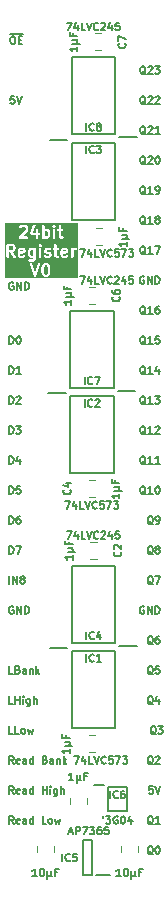
<source format=gto>
%TF.GenerationSoftware,KiCad,Pcbnew,9.0.2*%
%TF.CreationDate,2025-06-17T13:17:44+02:00*%
%TF.ProjectId,Register 24bit with IO,52656769-7374-4657-9220-323462697420,V0*%
%TF.SameCoordinates,Original*%
%TF.FileFunction,Legend,Top*%
%TF.FilePolarity,Positive*%
%FSLAX46Y46*%
G04 Gerber Fmt 4.6, Leading zero omitted, Abs format (unit mm)*
G04 Created by KiCad (PCBNEW 9.0.2) date 2025-06-17 13:17:44*
%MOMM*%
%LPD*%
G01*
G04 APERTURE LIST*
%ADD10C,0.150000*%
%ADD11C,0.200000*%
%ADD12C,0.120000*%
G04 APERTURE END LIST*
D10*
X1598493Y-47941201D02*
X1538017Y-47910963D01*
X1538017Y-47910963D02*
X1447303Y-47910963D01*
X1447303Y-47910963D02*
X1356588Y-47941201D01*
X1356588Y-47941201D02*
X1296112Y-48001677D01*
X1296112Y-48001677D02*
X1265874Y-48062153D01*
X1265874Y-48062153D02*
X1235636Y-48183105D01*
X1235636Y-48183105D02*
X1235636Y-48273820D01*
X1235636Y-48273820D02*
X1265874Y-48394772D01*
X1265874Y-48394772D02*
X1296112Y-48455248D01*
X1296112Y-48455248D02*
X1356588Y-48515725D01*
X1356588Y-48515725D02*
X1447303Y-48545963D01*
X1447303Y-48545963D02*
X1507779Y-48545963D01*
X1507779Y-48545963D02*
X1598493Y-48515725D01*
X1598493Y-48515725D02*
X1628731Y-48485486D01*
X1628731Y-48485486D02*
X1628731Y-48273820D01*
X1628731Y-48273820D02*
X1507779Y-48273820D01*
X1900874Y-48545963D02*
X1900874Y-47910963D01*
X1900874Y-47910963D02*
X2263731Y-48545963D01*
X2263731Y-48545963D02*
X2263731Y-47910963D01*
X2566112Y-48545963D02*
X2566112Y-47910963D01*
X2566112Y-47910963D02*
X2717302Y-47910963D01*
X2717302Y-47910963D02*
X2808017Y-47941201D01*
X2808017Y-47941201D02*
X2868493Y-48001677D01*
X2868493Y-48001677D02*
X2898731Y-48062153D01*
X2898731Y-48062153D02*
X2928969Y-48183105D01*
X2928969Y-48183105D02*
X2928969Y-48273820D01*
X2928969Y-48273820D02*
X2898731Y-48394772D01*
X2898731Y-48394772D02*
X2868493Y-48455248D01*
X2868493Y-48455248D02*
X2808017Y-48515725D01*
X2808017Y-48515725D02*
X2717302Y-48545963D01*
X2717302Y-48545963D02*
X2566112Y-48545963D01*
X1265874Y-28225963D02*
X1265874Y-27590963D01*
X1265874Y-27590963D02*
X1417064Y-27590963D01*
X1417064Y-27590963D02*
X1507779Y-27621201D01*
X1507779Y-27621201D02*
X1568255Y-27681677D01*
X1568255Y-27681677D02*
X1598493Y-27742153D01*
X1598493Y-27742153D02*
X1628731Y-27863105D01*
X1628731Y-27863105D02*
X1628731Y-27953820D01*
X1628731Y-27953820D02*
X1598493Y-28074772D01*
X1598493Y-28074772D02*
X1568255Y-28135248D01*
X1568255Y-28135248D02*
X1507779Y-28195725D01*
X1507779Y-28195725D02*
X1417064Y-28225963D01*
X1417064Y-28225963D02*
X1265874Y-28225963D01*
X2233493Y-28225963D02*
X1870636Y-28225963D01*
X2052064Y-28225963D02*
X2052064Y-27590963D01*
X2052064Y-27590963D02*
X1991588Y-27681677D01*
X1991588Y-27681677D02*
X1931112Y-27742153D01*
X1931112Y-27742153D02*
X1870636Y-27772391D01*
X12673887Y-20001201D02*
X12613411Y-19970963D01*
X12613411Y-19970963D02*
X12522697Y-19970963D01*
X12522697Y-19970963D02*
X12431982Y-20001201D01*
X12431982Y-20001201D02*
X12371506Y-20061677D01*
X12371506Y-20061677D02*
X12341268Y-20122153D01*
X12341268Y-20122153D02*
X12311030Y-20243105D01*
X12311030Y-20243105D02*
X12311030Y-20333820D01*
X12311030Y-20333820D02*
X12341268Y-20454772D01*
X12341268Y-20454772D02*
X12371506Y-20515248D01*
X12371506Y-20515248D02*
X12431982Y-20575725D01*
X12431982Y-20575725D02*
X12522697Y-20605963D01*
X12522697Y-20605963D02*
X12583173Y-20605963D01*
X12583173Y-20605963D02*
X12673887Y-20575725D01*
X12673887Y-20575725D02*
X12704125Y-20545486D01*
X12704125Y-20545486D02*
X12704125Y-20333820D01*
X12704125Y-20333820D02*
X12583173Y-20333820D01*
X12976268Y-20605963D02*
X12976268Y-19970963D01*
X12976268Y-19970963D02*
X13339125Y-20605963D01*
X13339125Y-20605963D02*
X13339125Y-19970963D01*
X13641506Y-20605963D02*
X13641506Y-19970963D01*
X13641506Y-19970963D02*
X13792696Y-19970963D01*
X13792696Y-19970963D02*
X13883411Y-20001201D01*
X13883411Y-20001201D02*
X13943887Y-20061677D01*
X13943887Y-20061677D02*
X13974125Y-20122153D01*
X13974125Y-20122153D02*
X14004363Y-20243105D01*
X14004363Y-20243105D02*
X14004363Y-20333820D01*
X14004363Y-20333820D02*
X13974125Y-20454772D01*
X13974125Y-20454772D02*
X13943887Y-20515248D01*
X13943887Y-20515248D02*
X13883411Y-20575725D01*
X13883411Y-20575725D02*
X13792696Y-20605963D01*
X13792696Y-20605963D02*
X13641506Y-20605963D01*
X12825077Y-5426439D02*
X12764601Y-5396201D01*
X12764601Y-5396201D02*
X12704125Y-5335725D01*
X12704125Y-5335725D02*
X12613411Y-5245010D01*
X12613411Y-5245010D02*
X12552934Y-5214772D01*
X12552934Y-5214772D02*
X12492458Y-5214772D01*
X12522696Y-5365963D02*
X12462220Y-5335725D01*
X12462220Y-5335725D02*
X12401744Y-5275248D01*
X12401744Y-5275248D02*
X12371506Y-5154296D01*
X12371506Y-5154296D02*
X12371506Y-4942629D01*
X12371506Y-4942629D02*
X12401744Y-4821677D01*
X12401744Y-4821677D02*
X12462220Y-4761201D01*
X12462220Y-4761201D02*
X12522696Y-4730963D01*
X12522696Y-4730963D02*
X12643649Y-4730963D01*
X12643649Y-4730963D02*
X12704125Y-4761201D01*
X12704125Y-4761201D02*
X12764601Y-4821677D01*
X12764601Y-4821677D02*
X12794839Y-4942629D01*
X12794839Y-4942629D02*
X12794839Y-5154296D01*
X12794839Y-5154296D02*
X12764601Y-5275248D01*
X12764601Y-5275248D02*
X12704125Y-5335725D01*
X12704125Y-5335725D02*
X12643649Y-5365963D01*
X12643649Y-5365963D02*
X12522696Y-5365963D01*
X13036744Y-4791439D02*
X13066982Y-4761201D01*
X13066982Y-4761201D02*
X13127458Y-4730963D01*
X13127458Y-4730963D02*
X13278649Y-4730963D01*
X13278649Y-4730963D02*
X13339125Y-4761201D01*
X13339125Y-4761201D02*
X13369363Y-4791439D01*
X13369363Y-4791439D02*
X13399601Y-4851915D01*
X13399601Y-4851915D02*
X13399601Y-4912391D01*
X13399601Y-4912391D02*
X13369363Y-5003105D01*
X13369363Y-5003105D02*
X13006506Y-5365963D01*
X13006506Y-5365963D02*
X13399601Y-5365963D01*
X13641506Y-4791439D02*
X13671744Y-4761201D01*
X13671744Y-4761201D02*
X13732220Y-4730963D01*
X13732220Y-4730963D02*
X13883411Y-4730963D01*
X13883411Y-4730963D02*
X13943887Y-4761201D01*
X13943887Y-4761201D02*
X13974125Y-4791439D01*
X13974125Y-4791439D02*
X14004363Y-4851915D01*
X14004363Y-4851915D02*
X14004363Y-4912391D01*
X14004363Y-4912391D02*
X13974125Y-5003105D01*
X13974125Y-5003105D02*
X13611268Y-5365963D01*
X13611268Y-5365963D02*
X14004363Y-5365963D01*
X12825077Y-35906439D02*
X12764601Y-35876201D01*
X12764601Y-35876201D02*
X12704125Y-35815725D01*
X12704125Y-35815725D02*
X12613411Y-35725010D01*
X12613411Y-35725010D02*
X12552934Y-35694772D01*
X12552934Y-35694772D02*
X12492458Y-35694772D01*
X12522696Y-35845963D02*
X12462220Y-35815725D01*
X12462220Y-35815725D02*
X12401744Y-35755248D01*
X12401744Y-35755248D02*
X12371506Y-35634296D01*
X12371506Y-35634296D02*
X12371506Y-35422629D01*
X12371506Y-35422629D02*
X12401744Y-35301677D01*
X12401744Y-35301677D02*
X12462220Y-35241201D01*
X12462220Y-35241201D02*
X12522696Y-35210963D01*
X12522696Y-35210963D02*
X12643649Y-35210963D01*
X12643649Y-35210963D02*
X12704125Y-35241201D01*
X12704125Y-35241201D02*
X12764601Y-35301677D01*
X12764601Y-35301677D02*
X12794839Y-35422629D01*
X12794839Y-35422629D02*
X12794839Y-35634296D01*
X12794839Y-35634296D02*
X12764601Y-35755248D01*
X12764601Y-35755248D02*
X12704125Y-35815725D01*
X12704125Y-35815725D02*
X12643649Y-35845963D01*
X12643649Y-35845963D02*
X12522696Y-35845963D01*
X13399601Y-35845963D02*
X13036744Y-35845963D01*
X13218172Y-35845963D02*
X13218172Y-35210963D01*
X13218172Y-35210963D02*
X13157696Y-35301677D01*
X13157696Y-35301677D02*
X13097220Y-35362153D01*
X13097220Y-35362153D02*
X13036744Y-35392391D01*
X14004363Y-35845963D02*
X13641506Y-35845963D01*
X13822934Y-35845963D02*
X13822934Y-35210963D01*
X13822934Y-35210963D02*
X13762458Y-35301677D01*
X13762458Y-35301677D02*
X13701982Y-35362153D01*
X13701982Y-35362153D02*
X13641506Y-35392391D01*
X1695255Y-4730963D02*
X1392874Y-4730963D01*
X1392874Y-4730963D02*
X1362636Y-5033344D01*
X1362636Y-5033344D02*
X1392874Y-5003105D01*
X1392874Y-5003105D02*
X1453350Y-4972867D01*
X1453350Y-4972867D02*
X1604541Y-4972867D01*
X1604541Y-4972867D02*
X1665017Y-5003105D01*
X1665017Y-5003105D02*
X1695255Y-5033344D01*
X1695255Y-5033344D02*
X1725493Y-5093820D01*
X1725493Y-5093820D02*
X1725493Y-5245010D01*
X1725493Y-5245010D02*
X1695255Y-5305486D01*
X1695255Y-5305486D02*
X1665017Y-5335725D01*
X1665017Y-5335725D02*
X1604541Y-5365963D01*
X1604541Y-5365963D02*
X1453350Y-5365963D01*
X1453350Y-5365963D02*
X1392874Y-5335725D01*
X1392874Y-5335725D02*
X1362636Y-5305486D01*
X1906922Y-4730963D02*
X2118588Y-5365963D01*
X2118588Y-5365963D02*
X2330255Y-4730963D01*
X13429839Y-43526439D02*
X13369363Y-43496201D01*
X13369363Y-43496201D02*
X13308887Y-43435725D01*
X13308887Y-43435725D02*
X13218173Y-43345010D01*
X13218173Y-43345010D02*
X13157696Y-43314772D01*
X13157696Y-43314772D02*
X13097220Y-43314772D01*
X13127458Y-43465963D02*
X13066982Y-43435725D01*
X13066982Y-43435725D02*
X13006506Y-43375248D01*
X13006506Y-43375248D02*
X12976268Y-43254296D01*
X12976268Y-43254296D02*
X12976268Y-43042629D01*
X12976268Y-43042629D02*
X13006506Y-42921677D01*
X13006506Y-42921677D02*
X13066982Y-42861201D01*
X13066982Y-42861201D02*
X13127458Y-42830963D01*
X13127458Y-42830963D02*
X13248411Y-42830963D01*
X13248411Y-42830963D02*
X13308887Y-42861201D01*
X13308887Y-42861201D02*
X13369363Y-42921677D01*
X13369363Y-42921677D02*
X13399601Y-43042629D01*
X13399601Y-43042629D02*
X13399601Y-43254296D01*
X13399601Y-43254296D02*
X13369363Y-43375248D01*
X13369363Y-43375248D02*
X13308887Y-43435725D01*
X13308887Y-43435725D02*
X13248411Y-43465963D01*
X13248411Y-43465963D02*
X13127458Y-43465963D01*
X13762458Y-43103105D02*
X13701982Y-43072867D01*
X13701982Y-43072867D02*
X13671744Y-43042629D01*
X13671744Y-43042629D02*
X13641506Y-42982153D01*
X13641506Y-42982153D02*
X13641506Y-42951915D01*
X13641506Y-42951915D02*
X13671744Y-42891439D01*
X13671744Y-42891439D02*
X13701982Y-42861201D01*
X13701982Y-42861201D02*
X13762458Y-42830963D01*
X13762458Y-42830963D02*
X13883411Y-42830963D01*
X13883411Y-42830963D02*
X13943887Y-42861201D01*
X13943887Y-42861201D02*
X13974125Y-42891439D01*
X13974125Y-42891439D02*
X14004363Y-42951915D01*
X14004363Y-42951915D02*
X14004363Y-42982153D01*
X14004363Y-42982153D02*
X13974125Y-43042629D01*
X13974125Y-43042629D02*
X13943887Y-43072867D01*
X13943887Y-43072867D02*
X13883411Y-43103105D01*
X13883411Y-43103105D02*
X13762458Y-43103105D01*
X13762458Y-43103105D02*
X13701982Y-43133344D01*
X13701982Y-43133344D02*
X13671744Y-43163582D01*
X13671744Y-43163582D02*
X13641506Y-43224058D01*
X13641506Y-43224058D02*
X13641506Y-43345010D01*
X13641506Y-43345010D02*
X13671744Y-43405486D01*
X13671744Y-43405486D02*
X13701982Y-43435725D01*
X13701982Y-43435725D02*
X13762458Y-43465963D01*
X13762458Y-43465963D02*
X13883411Y-43465963D01*
X13883411Y-43465963D02*
X13943887Y-43435725D01*
X13943887Y-43435725D02*
X13974125Y-43405486D01*
X13974125Y-43405486D02*
X14004363Y-43345010D01*
X14004363Y-43345010D02*
X14004363Y-43224058D01*
X14004363Y-43224058D02*
X13974125Y-43163582D01*
X13974125Y-43163582D02*
X13943887Y-43133344D01*
X13943887Y-43133344D02*
X13883411Y-43103105D01*
X12825077Y-10506439D02*
X12764601Y-10476201D01*
X12764601Y-10476201D02*
X12704125Y-10415725D01*
X12704125Y-10415725D02*
X12613411Y-10325010D01*
X12613411Y-10325010D02*
X12552934Y-10294772D01*
X12552934Y-10294772D02*
X12492458Y-10294772D01*
X12522696Y-10445963D02*
X12462220Y-10415725D01*
X12462220Y-10415725D02*
X12401744Y-10355248D01*
X12401744Y-10355248D02*
X12371506Y-10234296D01*
X12371506Y-10234296D02*
X12371506Y-10022629D01*
X12371506Y-10022629D02*
X12401744Y-9901677D01*
X12401744Y-9901677D02*
X12462220Y-9841201D01*
X12462220Y-9841201D02*
X12522696Y-9810963D01*
X12522696Y-9810963D02*
X12643649Y-9810963D01*
X12643649Y-9810963D02*
X12704125Y-9841201D01*
X12704125Y-9841201D02*
X12764601Y-9901677D01*
X12764601Y-9901677D02*
X12794839Y-10022629D01*
X12794839Y-10022629D02*
X12794839Y-10234296D01*
X12794839Y-10234296D02*
X12764601Y-10355248D01*
X12764601Y-10355248D02*
X12704125Y-10415725D01*
X12704125Y-10415725D02*
X12643649Y-10445963D01*
X12643649Y-10445963D02*
X12522696Y-10445963D01*
X13036744Y-9871439D02*
X13066982Y-9841201D01*
X13066982Y-9841201D02*
X13127458Y-9810963D01*
X13127458Y-9810963D02*
X13278649Y-9810963D01*
X13278649Y-9810963D02*
X13339125Y-9841201D01*
X13339125Y-9841201D02*
X13369363Y-9871439D01*
X13369363Y-9871439D02*
X13399601Y-9931915D01*
X13399601Y-9931915D02*
X13399601Y-9992391D01*
X13399601Y-9992391D02*
X13369363Y-10083105D01*
X13369363Y-10083105D02*
X13006506Y-10445963D01*
X13006506Y-10445963D02*
X13399601Y-10445963D01*
X13792696Y-9810963D02*
X13853173Y-9810963D01*
X13853173Y-9810963D02*
X13913649Y-9841201D01*
X13913649Y-9841201D02*
X13943887Y-9871439D01*
X13943887Y-9871439D02*
X13974125Y-9931915D01*
X13974125Y-9931915D02*
X14004363Y-10052867D01*
X14004363Y-10052867D02*
X14004363Y-10204058D01*
X14004363Y-10204058D02*
X13974125Y-10325010D01*
X13974125Y-10325010D02*
X13943887Y-10385486D01*
X13943887Y-10385486D02*
X13913649Y-10415725D01*
X13913649Y-10415725D02*
X13853173Y-10445963D01*
X13853173Y-10445963D02*
X13792696Y-10445963D01*
X13792696Y-10445963D02*
X13732220Y-10415725D01*
X13732220Y-10415725D02*
X13701982Y-10385486D01*
X13701982Y-10385486D02*
X13671744Y-10325010D01*
X13671744Y-10325010D02*
X13641506Y-10204058D01*
X13641506Y-10204058D02*
X13641506Y-10052867D01*
X13641506Y-10052867D02*
X13671744Y-9931915D01*
X13671744Y-9931915D02*
X13701982Y-9871439D01*
X13701982Y-9871439D02*
X13732220Y-9841201D01*
X13732220Y-9841201D02*
X13792696Y-9810963D01*
X12825077Y-38446439D02*
X12764601Y-38416201D01*
X12764601Y-38416201D02*
X12704125Y-38355725D01*
X12704125Y-38355725D02*
X12613411Y-38265010D01*
X12613411Y-38265010D02*
X12552934Y-38234772D01*
X12552934Y-38234772D02*
X12492458Y-38234772D01*
X12522696Y-38385963D02*
X12462220Y-38355725D01*
X12462220Y-38355725D02*
X12401744Y-38295248D01*
X12401744Y-38295248D02*
X12371506Y-38174296D01*
X12371506Y-38174296D02*
X12371506Y-37962629D01*
X12371506Y-37962629D02*
X12401744Y-37841677D01*
X12401744Y-37841677D02*
X12462220Y-37781201D01*
X12462220Y-37781201D02*
X12522696Y-37750963D01*
X12522696Y-37750963D02*
X12643649Y-37750963D01*
X12643649Y-37750963D02*
X12704125Y-37781201D01*
X12704125Y-37781201D02*
X12764601Y-37841677D01*
X12764601Y-37841677D02*
X12794839Y-37962629D01*
X12794839Y-37962629D02*
X12794839Y-38174296D01*
X12794839Y-38174296D02*
X12764601Y-38295248D01*
X12764601Y-38295248D02*
X12704125Y-38355725D01*
X12704125Y-38355725D02*
X12643649Y-38385963D01*
X12643649Y-38385963D02*
X12522696Y-38385963D01*
X13399601Y-38385963D02*
X13036744Y-38385963D01*
X13218172Y-38385963D02*
X13218172Y-37750963D01*
X13218172Y-37750963D02*
X13157696Y-37841677D01*
X13157696Y-37841677D02*
X13097220Y-37902153D01*
X13097220Y-37902153D02*
X13036744Y-37932391D01*
X13792696Y-37750963D02*
X13853173Y-37750963D01*
X13853173Y-37750963D02*
X13913649Y-37781201D01*
X13913649Y-37781201D02*
X13943887Y-37811439D01*
X13943887Y-37811439D02*
X13974125Y-37871915D01*
X13974125Y-37871915D02*
X14004363Y-37992867D01*
X14004363Y-37992867D02*
X14004363Y-38144058D01*
X14004363Y-38144058D02*
X13974125Y-38265010D01*
X13974125Y-38265010D02*
X13943887Y-38325486D01*
X13943887Y-38325486D02*
X13913649Y-38355725D01*
X13913649Y-38355725D02*
X13853173Y-38385963D01*
X13853173Y-38385963D02*
X13792696Y-38385963D01*
X13792696Y-38385963D02*
X13732220Y-38355725D01*
X13732220Y-38355725D02*
X13701982Y-38325486D01*
X13701982Y-38325486D02*
X13671744Y-38265010D01*
X13671744Y-38265010D02*
X13641506Y-38144058D01*
X13641506Y-38144058D02*
X13641506Y-37992867D01*
X13641506Y-37992867D02*
X13671744Y-37871915D01*
X13671744Y-37871915D02*
X13701982Y-37811439D01*
X13701982Y-37811439D02*
X13732220Y-37781201D01*
X13732220Y-37781201D02*
X13792696Y-37750963D01*
X12825077Y-2886439D02*
X12764601Y-2856201D01*
X12764601Y-2856201D02*
X12704125Y-2795725D01*
X12704125Y-2795725D02*
X12613411Y-2705010D01*
X12613411Y-2705010D02*
X12552934Y-2674772D01*
X12552934Y-2674772D02*
X12492458Y-2674772D01*
X12522696Y-2825963D02*
X12462220Y-2795725D01*
X12462220Y-2795725D02*
X12401744Y-2735248D01*
X12401744Y-2735248D02*
X12371506Y-2614296D01*
X12371506Y-2614296D02*
X12371506Y-2402629D01*
X12371506Y-2402629D02*
X12401744Y-2281677D01*
X12401744Y-2281677D02*
X12462220Y-2221201D01*
X12462220Y-2221201D02*
X12522696Y-2190963D01*
X12522696Y-2190963D02*
X12643649Y-2190963D01*
X12643649Y-2190963D02*
X12704125Y-2221201D01*
X12704125Y-2221201D02*
X12764601Y-2281677D01*
X12764601Y-2281677D02*
X12794839Y-2402629D01*
X12794839Y-2402629D02*
X12794839Y-2614296D01*
X12794839Y-2614296D02*
X12764601Y-2735248D01*
X12764601Y-2735248D02*
X12704125Y-2795725D01*
X12704125Y-2795725D02*
X12643649Y-2825963D01*
X12643649Y-2825963D02*
X12522696Y-2825963D01*
X13036744Y-2251439D02*
X13066982Y-2221201D01*
X13066982Y-2221201D02*
X13127458Y-2190963D01*
X13127458Y-2190963D02*
X13278649Y-2190963D01*
X13278649Y-2190963D02*
X13339125Y-2221201D01*
X13339125Y-2221201D02*
X13369363Y-2251439D01*
X13369363Y-2251439D02*
X13399601Y-2311915D01*
X13399601Y-2311915D02*
X13399601Y-2372391D01*
X13399601Y-2372391D02*
X13369363Y-2463105D01*
X13369363Y-2463105D02*
X13006506Y-2825963D01*
X13006506Y-2825963D02*
X13399601Y-2825963D01*
X13611268Y-2190963D02*
X14004363Y-2190963D01*
X14004363Y-2190963D02*
X13792696Y-2432867D01*
X13792696Y-2432867D02*
X13883411Y-2432867D01*
X13883411Y-2432867D02*
X13943887Y-2463105D01*
X13943887Y-2463105D02*
X13974125Y-2493344D01*
X13974125Y-2493344D02*
X14004363Y-2553820D01*
X14004363Y-2553820D02*
X14004363Y-2705010D01*
X14004363Y-2705010D02*
X13974125Y-2765486D01*
X13974125Y-2765486D02*
X13943887Y-2795725D01*
X13943887Y-2795725D02*
X13883411Y-2825963D01*
X13883411Y-2825963D02*
X13701982Y-2825963D01*
X13701982Y-2825963D02*
X13641506Y-2795725D01*
X13641506Y-2795725D02*
X13611268Y-2765486D01*
X13683839Y-58766439D02*
X13623363Y-58736201D01*
X13623363Y-58736201D02*
X13562887Y-58675725D01*
X13562887Y-58675725D02*
X13472173Y-58585010D01*
X13472173Y-58585010D02*
X13411696Y-58554772D01*
X13411696Y-58554772D02*
X13351220Y-58554772D01*
X13381458Y-58705963D02*
X13320982Y-58675725D01*
X13320982Y-58675725D02*
X13260506Y-58615248D01*
X13260506Y-58615248D02*
X13230268Y-58494296D01*
X13230268Y-58494296D02*
X13230268Y-58282629D01*
X13230268Y-58282629D02*
X13260506Y-58161677D01*
X13260506Y-58161677D02*
X13320982Y-58101201D01*
X13320982Y-58101201D02*
X13381458Y-58070963D01*
X13381458Y-58070963D02*
X13502411Y-58070963D01*
X13502411Y-58070963D02*
X13562887Y-58101201D01*
X13562887Y-58101201D02*
X13623363Y-58161677D01*
X13623363Y-58161677D02*
X13653601Y-58282629D01*
X13653601Y-58282629D02*
X13653601Y-58494296D01*
X13653601Y-58494296D02*
X13623363Y-58615248D01*
X13623363Y-58615248D02*
X13562887Y-58675725D01*
X13562887Y-58675725D02*
X13502411Y-58705963D01*
X13502411Y-58705963D02*
X13381458Y-58705963D01*
X13865268Y-58070963D02*
X14258363Y-58070963D01*
X14258363Y-58070963D02*
X14046696Y-58312867D01*
X14046696Y-58312867D02*
X14137411Y-58312867D01*
X14137411Y-58312867D02*
X14197887Y-58343105D01*
X14197887Y-58343105D02*
X14228125Y-58373344D01*
X14228125Y-58373344D02*
X14258363Y-58433820D01*
X14258363Y-58433820D02*
X14258363Y-58585010D01*
X14258363Y-58585010D02*
X14228125Y-58645486D01*
X14228125Y-58645486D02*
X14197887Y-58675725D01*
X14197887Y-58675725D02*
X14137411Y-58705963D01*
X14137411Y-58705963D02*
X13955982Y-58705963D01*
X13955982Y-58705963D02*
X13895506Y-58675725D01*
X13895506Y-58675725D02*
X13865268Y-58645486D01*
X1568255Y-58705963D02*
X1265874Y-58705963D01*
X1265874Y-58705963D02*
X1265874Y-58070963D01*
X2082303Y-58705963D02*
X1779922Y-58705963D01*
X1779922Y-58705963D02*
X1779922Y-58070963D01*
X2384684Y-58705963D02*
X2324208Y-58675725D01*
X2324208Y-58675725D02*
X2293970Y-58645486D01*
X2293970Y-58645486D02*
X2263732Y-58585010D01*
X2263732Y-58585010D02*
X2263732Y-58403582D01*
X2263732Y-58403582D02*
X2293970Y-58343105D01*
X2293970Y-58343105D02*
X2324208Y-58312867D01*
X2324208Y-58312867D02*
X2384684Y-58282629D01*
X2384684Y-58282629D02*
X2475399Y-58282629D01*
X2475399Y-58282629D02*
X2535875Y-58312867D01*
X2535875Y-58312867D02*
X2566113Y-58343105D01*
X2566113Y-58343105D02*
X2596351Y-58403582D01*
X2596351Y-58403582D02*
X2596351Y-58585010D01*
X2596351Y-58585010D02*
X2566113Y-58645486D01*
X2566113Y-58645486D02*
X2535875Y-58675725D01*
X2535875Y-58675725D02*
X2475399Y-58705963D01*
X2475399Y-58705963D02*
X2384684Y-58705963D01*
X2808018Y-58282629D02*
X2928970Y-58705963D01*
X2928970Y-58705963D02*
X3049923Y-58403582D01*
X3049923Y-58403582D02*
X3170875Y-58705963D01*
X3170875Y-58705963D02*
X3291827Y-58282629D01*
X13429839Y-53686439D02*
X13369363Y-53656201D01*
X13369363Y-53656201D02*
X13308887Y-53595725D01*
X13308887Y-53595725D02*
X13218173Y-53505010D01*
X13218173Y-53505010D02*
X13157696Y-53474772D01*
X13157696Y-53474772D02*
X13097220Y-53474772D01*
X13127458Y-53625963D02*
X13066982Y-53595725D01*
X13066982Y-53595725D02*
X13006506Y-53535248D01*
X13006506Y-53535248D02*
X12976268Y-53414296D01*
X12976268Y-53414296D02*
X12976268Y-53202629D01*
X12976268Y-53202629D02*
X13006506Y-53081677D01*
X13006506Y-53081677D02*
X13066982Y-53021201D01*
X13066982Y-53021201D02*
X13127458Y-52990963D01*
X13127458Y-52990963D02*
X13248411Y-52990963D01*
X13248411Y-52990963D02*
X13308887Y-53021201D01*
X13308887Y-53021201D02*
X13369363Y-53081677D01*
X13369363Y-53081677D02*
X13399601Y-53202629D01*
X13399601Y-53202629D02*
X13399601Y-53414296D01*
X13399601Y-53414296D02*
X13369363Y-53535248D01*
X13369363Y-53535248D02*
X13308887Y-53595725D01*
X13308887Y-53595725D02*
X13248411Y-53625963D01*
X13248411Y-53625963D02*
X13127458Y-53625963D01*
X13974125Y-52990963D02*
X13671744Y-52990963D01*
X13671744Y-52990963D02*
X13641506Y-53293344D01*
X13641506Y-53293344D02*
X13671744Y-53263105D01*
X13671744Y-53263105D02*
X13732220Y-53232867D01*
X13732220Y-53232867D02*
X13883411Y-53232867D01*
X13883411Y-53232867D02*
X13943887Y-53263105D01*
X13943887Y-53263105D02*
X13974125Y-53293344D01*
X13974125Y-53293344D02*
X14004363Y-53353820D01*
X14004363Y-53353820D02*
X14004363Y-53505010D01*
X14004363Y-53505010D02*
X13974125Y-53565486D01*
X13974125Y-53565486D02*
X13943887Y-53595725D01*
X13943887Y-53595725D02*
X13883411Y-53625963D01*
X13883411Y-53625963D02*
X13732220Y-53625963D01*
X13732220Y-53625963D02*
X13671744Y-53595725D01*
X13671744Y-53595725D02*
X13641506Y-53565486D01*
X13429839Y-40986439D02*
X13369363Y-40956201D01*
X13369363Y-40956201D02*
X13308887Y-40895725D01*
X13308887Y-40895725D02*
X13218173Y-40805010D01*
X13218173Y-40805010D02*
X13157696Y-40774772D01*
X13157696Y-40774772D02*
X13097220Y-40774772D01*
X13127458Y-40925963D02*
X13066982Y-40895725D01*
X13066982Y-40895725D02*
X13006506Y-40835248D01*
X13006506Y-40835248D02*
X12976268Y-40714296D01*
X12976268Y-40714296D02*
X12976268Y-40502629D01*
X12976268Y-40502629D02*
X13006506Y-40381677D01*
X13006506Y-40381677D02*
X13066982Y-40321201D01*
X13066982Y-40321201D02*
X13127458Y-40290963D01*
X13127458Y-40290963D02*
X13248411Y-40290963D01*
X13248411Y-40290963D02*
X13308887Y-40321201D01*
X13308887Y-40321201D02*
X13369363Y-40381677D01*
X13369363Y-40381677D02*
X13399601Y-40502629D01*
X13399601Y-40502629D02*
X13399601Y-40714296D01*
X13399601Y-40714296D02*
X13369363Y-40835248D01*
X13369363Y-40835248D02*
X13308887Y-40895725D01*
X13308887Y-40895725D02*
X13248411Y-40925963D01*
X13248411Y-40925963D02*
X13127458Y-40925963D01*
X13701982Y-40925963D02*
X13822934Y-40925963D01*
X13822934Y-40925963D02*
X13883411Y-40895725D01*
X13883411Y-40895725D02*
X13913649Y-40865486D01*
X13913649Y-40865486D02*
X13974125Y-40774772D01*
X13974125Y-40774772D02*
X14004363Y-40653820D01*
X14004363Y-40653820D02*
X14004363Y-40411915D01*
X14004363Y-40411915D02*
X13974125Y-40351439D01*
X13974125Y-40351439D02*
X13943887Y-40321201D01*
X13943887Y-40321201D02*
X13883411Y-40290963D01*
X13883411Y-40290963D02*
X13762458Y-40290963D01*
X13762458Y-40290963D02*
X13701982Y-40321201D01*
X13701982Y-40321201D02*
X13671744Y-40351439D01*
X13671744Y-40351439D02*
X13641506Y-40411915D01*
X13641506Y-40411915D02*
X13641506Y-40563105D01*
X13641506Y-40563105D02*
X13671744Y-40623582D01*
X13671744Y-40623582D02*
X13701982Y-40653820D01*
X13701982Y-40653820D02*
X13762458Y-40684058D01*
X13762458Y-40684058D02*
X13883411Y-40684058D01*
X13883411Y-40684058D02*
X13943887Y-40653820D01*
X13943887Y-40653820D02*
X13974125Y-40623582D01*
X13974125Y-40623582D02*
X14004363Y-40563105D01*
X1568255Y-53625963D02*
X1265874Y-53625963D01*
X1265874Y-53625963D02*
X1265874Y-52990963D01*
X1991589Y-53293344D02*
X2082303Y-53323582D01*
X2082303Y-53323582D02*
X2112541Y-53353820D01*
X2112541Y-53353820D02*
X2142779Y-53414296D01*
X2142779Y-53414296D02*
X2142779Y-53505010D01*
X2142779Y-53505010D02*
X2112541Y-53565486D01*
X2112541Y-53565486D02*
X2082303Y-53595725D01*
X2082303Y-53595725D02*
X2021827Y-53625963D01*
X2021827Y-53625963D02*
X1779922Y-53625963D01*
X1779922Y-53625963D02*
X1779922Y-52990963D01*
X1779922Y-52990963D02*
X1991589Y-52990963D01*
X1991589Y-52990963D02*
X2052065Y-53021201D01*
X2052065Y-53021201D02*
X2082303Y-53051439D01*
X2082303Y-53051439D02*
X2112541Y-53111915D01*
X2112541Y-53111915D02*
X2112541Y-53172391D01*
X2112541Y-53172391D02*
X2082303Y-53232867D01*
X2082303Y-53232867D02*
X2052065Y-53263105D01*
X2052065Y-53263105D02*
X1991589Y-53293344D01*
X1991589Y-53293344D02*
X1779922Y-53293344D01*
X2687065Y-53625963D02*
X2687065Y-53293344D01*
X2687065Y-53293344D02*
X2656827Y-53232867D01*
X2656827Y-53232867D02*
X2596351Y-53202629D01*
X2596351Y-53202629D02*
X2475398Y-53202629D01*
X2475398Y-53202629D02*
X2414922Y-53232867D01*
X2687065Y-53595725D02*
X2626589Y-53625963D01*
X2626589Y-53625963D02*
X2475398Y-53625963D01*
X2475398Y-53625963D02*
X2414922Y-53595725D01*
X2414922Y-53595725D02*
X2384684Y-53535248D01*
X2384684Y-53535248D02*
X2384684Y-53474772D01*
X2384684Y-53474772D02*
X2414922Y-53414296D01*
X2414922Y-53414296D02*
X2475398Y-53384058D01*
X2475398Y-53384058D02*
X2626589Y-53384058D01*
X2626589Y-53384058D02*
X2687065Y-53353820D01*
X2989446Y-53202629D02*
X2989446Y-53625963D01*
X2989446Y-53263105D02*
X3019684Y-53232867D01*
X3019684Y-53232867D02*
X3080160Y-53202629D01*
X3080160Y-53202629D02*
X3170875Y-53202629D01*
X3170875Y-53202629D02*
X3231351Y-53232867D01*
X3231351Y-53232867D02*
X3261589Y-53293344D01*
X3261589Y-53293344D02*
X3261589Y-53625963D01*
X3563970Y-53625963D02*
X3563970Y-52990963D01*
X3624446Y-53384058D02*
X3805875Y-53625963D01*
X3805875Y-53202629D02*
X3563970Y-53444534D01*
X1265874Y-33305963D02*
X1265874Y-32670963D01*
X1265874Y-32670963D02*
X1417064Y-32670963D01*
X1417064Y-32670963D02*
X1507779Y-32701201D01*
X1507779Y-32701201D02*
X1568255Y-32761677D01*
X1568255Y-32761677D02*
X1598493Y-32822153D01*
X1598493Y-32822153D02*
X1628731Y-32943105D01*
X1628731Y-32943105D02*
X1628731Y-33033820D01*
X1628731Y-33033820D02*
X1598493Y-33154772D01*
X1598493Y-33154772D02*
X1568255Y-33215248D01*
X1568255Y-33215248D02*
X1507779Y-33275725D01*
X1507779Y-33275725D02*
X1417064Y-33305963D01*
X1417064Y-33305963D02*
X1265874Y-33305963D01*
X1840398Y-32670963D02*
X2233493Y-32670963D01*
X2233493Y-32670963D02*
X2021826Y-32912867D01*
X2021826Y-32912867D02*
X2112541Y-32912867D01*
X2112541Y-32912867D02*
X2173017Y-32943105D01*
X2173017Y-32943105D02*
X2203255Y-32973344D01*
X2203255Y-32973344D02*
X2233493Y-33033820D01*
X2233493Y-33033820D02*
X2233493Y-33185010D01*
X2233493Y-33185010D02*
X2203255Y-33245486D01*
X2203255Y-33245486D02*
X2173017Y-33275725D01*
X2173017Y-33275725D02*
X2112541Y-33305963D01*
X2112541Y-33305963D02*
X1931112Y-33305963D01*
X1931112Y-33305963D02*
X1870636Y-33275725D01*
X1870636Y-33275725D02*
X1840398Y-33245486D01*
X12825077Y-28286439D02*
X12764601Y-28256201D01*
X12764601Y-28256201D02*
X12704125Y-28195725D01*
X12704125Y-28195725D02*
X12613411Y-28105010D01*
X12613411Y-28105010D02*
X12552934Y-28074772D01*
X12552934Y-28074772D02*
X12492458Y-28074772D01*
X12522696Y-28225963D02*
X12462220Y-28195725D01*
X12462220Y-28195725D02*
X12401744Y-28135248D01*
X12401744Y-28135248D02*
X12371506Y-28014296D01*
X12371506Y-28014296D02*
X12371506Y-27802629D01*
X12371506Y-27802629D02*
X12401744Y-27681677D01*
X12401744Y-27681677D02*
X12462220Y-27621201D01*
X12462220Y-27621201D02*
X12522696Y-27590963D01*
X12522696Y-27590963D02*
X12643649Y-27590963D01*
X12643649Y-27590963D02*
X12704125Y-27621201D01*
X12704125Y-27621201D02*
X12764601Y-27681677D01*
X12764601Y-27681677D02*
X12794839Y-27802629D01*
X12794839Y-27802629D02*
X12794839Y-28014296D01*
X12794839Y-28014296D02*
X12764601Y-28135248D01*
X12764601Y-28135248D02*
X12704125Y-28195725D01*
X12704125Y-28195725D02*
X12643649Y-28225963D01*
X12643649Y-28225963D02*
X12522696Y-28225963D01*
X13399601Y-28225963D02*
X13036744Y-28225963D01*
X13218172Y-28225963D02*
X13218172Y-27590963D01*
X13218172Y-27590963D02*
X13157696Y-27681677D01*
X13157696Y-27681677D02*
X13097220Y-27742153D01*
X13097220Y-27742153D02*
X13036744Y-27772391D01*
X13943887Y-27802629D02*
X13943887Y-28225963D01*
X13792696Y-27560725D02*
X13641506Y-28014296D01*
X13641506Y-28014296D02*
X14034601Y-28014296D01*
X1265874Y-40925963D02*
X1265874Y-40290963D01*
X1265874Y-40290963D02*
X1417064Y-40290963D01*
X1417064Y-40290963D02*
X1507779Y-40321201D01*
X1507779Y-40321201D02*
X1568255Y-40381677D01*
X1568255Y-40381677D02*
X1598493Y-40442153D01*
X1598493Y-40442153D02*
X1628731Y-40563105D01*
X1628731Y-40563105D02*
X1628731Y-40653820D01*
X1628731Y-40653820D02*
X1598493Y-40774772D01*
X1598493Y-40774772D02*
X1568255Y-40835248D01*
X1568255Y-40835248D02*
X1507779Y-40895725D01*
X1507779Y-40895725D02*
X1417064Y-40925963D01*
X1417064Y-40925963D02*
X1265874Y-40925963D01*
X2173017Y-40290963D02*
X2052064Y-40290963D01*
X2052064Y-40290963D02*
X1991588Y-40321201D01*
X1991588Y-40321201D02*
X1961350Y-40351439D01*
X1961350Y-40351439D02*
X1900874Y-40442153D01*
X1900874Y-40442153D02*
X1870636Y-40563105D01*
X1870636Y-40563105D02*
X1870636Y-40805010D01*
X1870636Y-40805010D02*
X1900874Y-40865486D01*
X1900874Y-40865486D02*
X1931112Y-40895725D01*
X1931112Y-40895725D02*
X1991588Y-40925963D01*
X1991588Y-40925963D02*
X2112541Y-40925963D01*
X2112541Y-40925963D02*
X2173017Y-40895725D01*
X2173017Y-40895725D02*
X2203255Y-40865486D01*
X2203255Y-40865486D02*
X2233493Y-40805010D01*
X2233493Y-40805010D02*
X2233493Y-40653820D01*
X2233493Y-40653820D02*
X2203255Y-40593344D01*
X2203255Y-40593344D02*
X2173017Y-40563105D01*
X2173017Y-40563105D02*
X2112541Y-40532867D01*
X2112541Y-40532867D02*
X1991588Y-40532867D01*
X1991588Y-40532867D02*
X1931112Y-40563105D01*
X1931112Y-40563105D02*
X1900874Y-40593344D01*
X1900874Y-40593344D02*
X1870636Y-40653820D01*
X12825077Y-7966439D02*
X12764601Y-7936201D01*
X12764601Y-7936201D02*
X12704125Y-7875725D01*
X12704125Y-7875725D02*
X12613411Y-7785010D01*
X12613411Y-7785010D02*
X12552934Y-7754772D01*
X12552934Y-7754772D02*
X12492458Y-7754772D01*
X12522696Y-7905963D02*
X12462220Y-7875725D01*
X12462220Y-7875725D02*
X12401744Y-7815248D01*
X12401744Y-7815248D02*
X12371506Y-7694296D01*
X12371506Y-7694296D02*
X12371506Y-7482629D01*
X12371506Y-7482629D02*
X12401744Y-7361677D01*
X12401744Y-7361677D02*
X12462220Y-7301201D01*
X12462220Y-7301201D02*
X12522696Y-7270963D01*
X12522696Y-7270963D02*
X12643649Y-7270963D01*
X12643649Y-7270963D02*
X12704125Y-7301201D01*
X12704125Y-7301201D02*
X12764601Y-7361677D01*
X12764601Y-7361677D02*
X12794839Y-7482629D01*
X12794839Y-7482629D02*
X12794839Y-7694296D01*
X12794839Y-7694296D02*
X12764601Y-7815248D01*
X12764601Y-7815248D02*
X12704125Y-7875725D01*
X12704125Y-7875725D02*
X12643649Y-7905963D01*
X12643649Y-7905963D02*
X12522696Y-7905963D01*
X13036744Y-7331439D02*
X13066982Y-7301201D01*
X13066982Y-7301201D02*
X13127458Y-7270963D01*
X13127458Y-7270963D02*
X13278649Y-7270963D01*
X13278649Y-7270963D02*
X13339125Y-7301201D01*
X13339125Y-7301201D02*
X13369363Y-7331439D01*
X13369363Y-7331439D02*
X13399601Y-7391915D01*
X13399601Y-7391915D02*
X13399601Y-7452391D01*
X13399601Y-7452391D02*
X13369363Y-7543105D01*
X13369363Y-7543105D02*
X13006506Y-7905963D01*
X13006506Y-7905963D02*
X13399601Y-7905963D01*
X14004363Y-7905963D02*
X13641506Y-7905963D01*
X13822934Y-7905963D02*
X13822934Y-7270963D01*
X13822934Y-7270963D02*
X13762458Y-7361677D01*
X13762458Y-7361677D02*
X13701982Y-7422153D01*
X13701982Y-7422153D02*
X13641506Y-7452391D01*
X1265874Y-38385963D02*
X1265874Y-37750963D01*
X1265874Y-37750963D02*
X1417064Y-37750963D01*
X1417064Y-37750963D02*
X1507779Y-37781201D01*
X1507779Y-37781201D02*
X1568255Y-37841677D01*
X1568255Y-37841677D02*
X1598493Y-37902153D01*
X1598493Y-37902153D02*
X1628731Y-38023105D01*
X1628731Y-38023105D02*
X1628731Y-38113820D01*
X1628731Y-38113820D02*
X1598493Y-38234772D01*
X1598493Y-38234772D02*
X1568255Y-38295248D01*
X1568255Y-38295248D02*
X1507779Y-38355725D01*
X1507779Y-38355725D02*
X1417064Y-38385963D01*
X1417064Y-38385963D02*
X1265874Y-38385963D01*
X2203255Y-37750963D02*
X1900874Y-37750963D01*
X1900874Y-37750963D02*
X1870636Y-38053344D01*
X1870636Y-38053344D02*
X1900874Y-38023105D01*
X1900874Y-38023105D02*
X1961350Y-37992867D01*
X1961350Y-37992867D02*
X2112541Y-37992867D01*
X2112541Y-37992867D02*
X2173017Y-38023105D01*
X2173017Y-38023105D02*
X2203255Y-38053344D01*
X2203255Y-38053344D02*
X2233493Y-38113820D01*
X2233493Y-38113820D02*
X2233493Y-38265010D01*
X2233493Y-38265010D02*
X2203255Y-38325486D01*
X2203255Y-38325486D02*
X2173017Y-38355725D01*
X2173017Y-38355725D02*
X2112541Y-38385963D01*
X2112541Y-38385963D02*
X1961350Y-38385963D01*
X1961350Y-38385963D02*
X1900874Y-38355725D01*
X1900874Y-38355725D02*
X1870636Y-38325486D01*
X12825077Y-18126439D02*
X12764601Y-18096201D01*
X12764601Y-18096201D02*
X12704125Y-18035725D01*
X12704125Y-18035725D02*
X12613411Y-17945010D01*
X12613411Y-17945010D02*
X12552934Y-17914772D01*
X12552934Y-17914772D02*
X12492458Y-17914772D01*
X12522696Y-18065963D02*
X12462220Y-18035725D01*
X12462220Y-18035725D02*
X12401744Y-17975248D01*
X12401744Y-17975248D02*
X12371506Y-17854296D01*
X12371506Y-17854296D02*
X12371506Y-17642629D01*
X12371506Y-17642629D02*
X12401744Y-17521677D01*
X12401744Y-17521677D02*
X12462220Y-17461201D01*
X12462220Y-17461201D02*
X12522696Y-17430963D01*
X12522696Y-17430963D02*
X12643649Y-17430963D01*
X12643649Y-17430963D02*
X12704125Y-17461201D01*
X12704125Y-17461201D02*
X12764601Y-17521677D01*
X12764601Y-17521677D02*
X12794839Y-17642629D01*
X12794839Y-17642629D02*
X12794839Y-17854296D01*
X12794839Y-17854296D02*
X12764601Y-17975248D01*
X12764601Y-17975248D02*
X12704125Y-18035725D01*
X12704125Y-18035725D02*
X12643649Y-18065963D01*
X12643649Y-18065963D02*
X12522696Y-18065963D01*
X13399601Y-18065963D02*
X13036744Y-18065963D01*
X13218172Y-18065963D02*
X13218172Y-17430963D01*
X13218172Y-17430963D02*
X13157696Y-17521677D01*
X13157696Y-17521677D02*
X13097220Y-17582153D01*
X13097220Y-17582153D02*
X13036744Y-17612391D01*
X13611268Y-17430963D02*
X14034601Y-17430963D01*
X14034601Y-17430963D02*
X13762458Y-18065963D01*
X13429839Y-56226439D02*
X13369363Y-56196201D01*
X13369363Y-56196201D02*
X13308887Y-56135725D01*
X13308887Y-56135725D02*
X13218173Y-56045010D01*
X13218173Y-56045010D02*
X13157696Y-56014772D01*
X13157696Y-56014772D02*
X13097220Y-56014772D01*
X13127458Y-56165963D02*
X13066982Y-56135725D01*
X13066982Y-56135725D02*
X13006506Y-56075248D01*
X13006506Y-56075248D02*
X12976268Y-55954296D01*
X12976268Y-55954296D02*
X12976268Y-55742629D01*
X12976268Y-55742629D02*
X13006506Y-55621677D01*
X13006506Y-55621677D02*
X13066982Y-55561201D01*
X13066982Y-55561201D02*
X13127458Y-55530963D01*
X13127458Y-55530963D02*
X13248411Y-55530963D01*
X13248411Y-55530963D02*
X13308887Y-55561201D01*
X13308887Y-55561201D02*
X13369363Y-55621677D01*
X13369363Y-55621677D02*
X13399601Y-55742629D01*
X13399601Y-55742629D02*
X13399601Y-55954296D01*
X13399601Y-55954296D02*
X13369363Y-56075248D01*
X13369363Y-56075248D02*
X13308887Y-56135725D01*
X13308887Y-56135725D02*
X13248411Y-56165963D01*
X13248411Y-56165963D02*
X13127458Y-56165963D01*
X13943887Y-55742629D02*
X13943887Y-56165963D01*
X13792696Y-55500725D02*
X13641506Y-55954296D01*
X13641506Y-55954296D02*
X14034601Y-55954296D01*
X12825077Y-23206439D02*
X12764601Y-23176201D01*
X12764601Y-23176201D02*
X12704125Y-23115725D01*
X12704125Y-23115725D02*
X12613411Y-23025010D01*
X12613411Y-23025010D02*
X12552934Y-22994772D01*
X12552934Y-22994772D02*
X12492458Y-22994772D01*
X12522696Y-23145963D02*
X12462220Y-23115725D01*
X12462220Y-23115725D02*
X12401744Y-23055248D01*
X12401744Y-23055248D02*
X12371506Y-22934296D01*
X12371506Y-22934296D02*
X12371506Y-22722629D01*
X12371506Y-22722629D02*
X12401744Y-22601677D01*
X12401744Y-22601677D02*
X12462220Y-22541201D01*
X12462220Y-22541201D02*
X12522696Y-22510963D01*
X12522696Y-22510963D02*
X12643649Y-22510963D01*
X12643649Y-22510963D02*
X12704125Y-22541201D01*
X12704125Y-22541201D02*
X12764601Y-22601677D01*
X12764601Y-22601677D02*
X12794839Y-22722629D01*
X12794839Y-22722629D02*
X12794839Y-22934296D01*
X12794839Y-22934296D02*
X12764601Y-23055248D01*
X12764601Y-23055248D02*
X12704125Y-23115725D01*
X12704125Y-23115725D02*
X12643649Y-23145963D01*
X12643649Y-23145963D02*
X12522696Y-23145963D01*
X13399601Y-23145963D02*
X13036744Y-23145963D01*
X13218172Y-23145963D02*
X13218172Y-22510963D01*
X13218172Y-22510963D02*
X13157696Y-22601677D01*
X13157696Y-22601677D02*
X13097220Y-22662153D01*
X13097220Y-22662153D02*
X13036744Y-22692391D01*
X13943887Y-22510963D02*
X13822934Y-22510963D01*
X13822934Y-22510963D02*
X13762458Y-22541201D01*
X13762458Y-22541201D02*
X13732220Y-22571439D01*
X13732220Y-22571439D02*
X13671744Y-22662153D01*
X13671744Y-22662153D02*
X13641506Y-22783105D01*
X13641506Y-22783105D02*
X13641506Y-23025010D01*
X13641506Y-23025010D02*
X13671744Y-23085486D01*
X13671744Y-23085486D02*
X13701982Y-23115725D01*
X13701982Y-23115725D02*
X13762458Y-23145963D01*
X13762458Y-23145963D02*
X13883411Y-23145963D01*
X13883411Y-23145963D02*
X13943887Y-23115725D01*
X13943887Y-23115725D02*
X13974125Y-23085486D01*
X13974125Y-23085486D02*
X14004363Y-23025010D01*
X14004363Y-23025010D02*
X14004363Y-22873820D01*
X14004363Y-22873820D02*
X13974125Y-22813344D01*
X13974125Y-22813344D02*
X13943887Y-22783105D01*
X13943887Y-22783105D02*
X13883411Y-22752867D01*
X13883411Y-22752867D02*
X13762458Y-22752867D01*
X13762458Y-22752867D02*
X13701982Y-22783105D01*
X13701982Y-22783105D02*
X13671744Y-22813344D01*
X13671744Y-22813344D02*
X13641506Y-22873820D01*
X13429839Y-61306439D02*
X13369363Y-61276201D01*
X13369363Y-61276201D02*
X13308887Y-61215725D01*
X13308887Y-61215725D02*
X13218173Y-61125010D01*
X13218173Y-61125010D02*
X13157696Y-61094772D01*
X13157696Y-61094772D02*
X13097220Y-61094772D01*
X13127458Y-61245963D02*
X13066982Y-61215725D01*
X13066982Y-61215725D02*
X13006506Y-61155248D01*
X13006506Y-61155248D02*
X12976268Y-61034296D01*
X12976268Y-61034296D02*
X12976268Y-60822629D01*
X12976268Y-60822629D02*
X13006506Y-60701677D01*
X13006506Y-60701677D02*
X13066982Y-60641201D01*
X13066982Y-60641201D02*
X13127458Y-60610963D01*
X13127458Y-60610963D02*
X13248411Y-60610963D01*
X13248411Y-60610963D02*
X13308887Y-60641201D01*
X13308887Y-60641201D02*
X13369363Y-60701677D01*
X13369363Y-60701677D02*
X13399601Y-60822629D01*
X13399601Y-60822629D02*
X13399601Y-61034296D01*
X13399601Y-61034296D02*
X13369363Y-61155248D01*
X13369363Y-61155248D02*
X13308887Y-61215725D01*
X13308887Y-61215725D02*
X13248411Y-61245963D01*
X13248411Y-61245963D02*
X13127458Y-61245963D01*
X13641506Y-60671439D02*
X13671744Y-60641201D01*
X13671744Y-60641201D02*
X13732220Y-60610963D01*
X13732220Y-60610963D02*
X13883411Y-60610963D01*
X13883411Y-60610963D02*
X13943887Y-60641201D01*
X13943887Y-60641201D02*
X13974125Y-60671439D01*
X13974125Y-60671439D02*
X14004363Y-60731915D01*
X14004363Y-60731915D02*
X14004363Y-60792391D01*
X14004363Y-60792391D02*
X13974125Y-60883105D01*
X13974125Y-60883105D02*
X13611268Y-61245963D01*
X13611268Y-61245963D02*
X14004363Y-61245963D01*
X1568255Y-56165963D02*
X1265874Y-56165963D01*
X1265874Y-56165963D02*
X1265874Y-55530963D01*
X1779922Y-56165963D02*
X1779922Y-55530963D01*
X1779922Y-55833344D02*
X2142779Y-55833344D01*
X2142779Y-56165963D02*
X2142779Y-55530963D01*
X2445160Y-56165963D02*
X2445160Y-55742629D01*
X2445160Y-55530963D02*
X2414922Y-55561201D01*
X2414922Y-55561201D02*
X2445160Y-55591439D01*
X2445160Y-55591439D02*
X2475398Y-55561201D01*
X2475398Y-55561201D02*
X2445160Y-55530963D01*
X2445160Y-55530963D02*
X2445160Y-55591439D01*
X3019684Y-55742629D02*
X3019684Y-56256677D01*
X3019684Y-56256677D02*
X2989446Y-56317153D01*
X2989446Y-56317153D02*
X2959208Y-56347391D01*
X2959208Y-56347391D02*
X2898731Y-56377629D01*
X2898731Y-56377629D02*
X2808017Y-56377629D01*
X2808017Y-56377629D02*
X2747541Y-56347391D01*
X3019684Y-56135725D02*
X2959208Y-56165963D01*
X2959208Y-56165963D02*
X2838255Y-56165963D01*
X2838255Y-56165963D02*
X2777779Y-56135725D01*
X2777779Y-56135725D02*
X2747541Y-56105486D01*
X2747541Y-56105486D02*
X2717303Y-56045010D01*
X2717303Y-56045010D02*
X2717303Y-55863582D01*
X2717303Y-55863582D02*
X2747541Y-55803105D01*
X2747541Y-55803105D02*
X2777779Y-55772867D01*
X2777779Y-55772867D02*
X2838255Y-55742629D01*
X2838255Y-55742629D02*
X2959208Y-55742629D01*
X2959208Y-55742629D02*
X3019684Y-55772867D01*
X3322065Y-56165963D02*
X3322065Y-55530963D01*
X3594208Y-56165963D02*
X3594208Y-55833344D01*
X3594208Y-55833344D02*
X3563970Y-55772867D01*
X3563970Y-55772867D02*
X3503494Y-55742629D01*
X3503494Y-55742629D02*
X3412779Y-55742629D01*
X3412779Y-55742629D02*
X3352303Y-55772867D01*
X3352303Y-55772867D02*
X3322065Y-55803105D01*
X12825077Y-25746439D02*
X12764601Y-25716201D01*
X12764601Y-25716201D02*
X12704125Y-25655725D01*
X12704125Y-25655725D02*
X12613411Y-25565010D01*
X12613411Y-25565010D02*
X12552934Y-25534772D01*
X12552934Y-25534772D02*
X12492458Y-25534772D01*
X12522696Y-25685963D02*
X12462220Y-25655725D01*
X12462220Y-25655725D02*
X12401744Y-25595248D01*
X12401744Y-25595248D02*
X12371506Y-25474296D01*
X12371506Y-25474296D02*
X12371506Y-25262629D01*
X12371506Y-25262629D02*
X12401744Y-25141677D01*
X12401744Y-25141677D02*
X12462220Y-25081201D01*
X12462220Y-25081201D02*
X12522696Y-25050963D01*
X12522696Y-25050963D02*
X12643649Y-25050963D01*
X12643649Y-25050963D02*
X12704125Y-25081201D01*
X12704125Y-25081201D02*
X12764601Y-25141677D01*
X12764601Y-25141677D02*
X12794839Y-25262629D01*
X12794839Y-25262629D02*
X12794839Y-25474296D01*
X12794839Y-25474296D02*
X12764601Y-25595248D01*
X12764601Y-25595248D02*
X12704125Y-25655725D01*
X12704125Y-25655725D02*
X12643649Y-25685963D01*
X12643649Y-25685963D02*
X12522696Y-25685963D01*
X13399601Y-25685963D02*
X13036744Y-25685963D01*
X13218172Y-25685963D02*
X13218172Y-25050963D01*
X13218172Y-25050963D02*
X13157696Y-25141677D01*
X13157696Y-25141677D02*
X13097220Y-25202153D01*
X13097220Y-25202153D02*
X13036744Y-25232391D01*
X13974125Y-25050963D02*
X13671744Y-25050963D01*
X13671744Y-25050963D02*
X13641506Y-25353344D01*
X13641506Y-25353344D02*
X13671744Y-25323105D01*
X13671744Y-25323105D02*
X13732220Y-25292867D01*
X13732220Y-25292867D02*
X13883411Y-25292867D01*
X13883411Y-25292867D02*
X13943887Y-25323105D01*
X13943887Y-25323105D02*
X13974125Y-25353344D01*
X13974125Y-25353344D02*
X14004363Y-25413820D01*
X14004363Y-25413820D02*
X14004363Y-25565010D01*
X14004363Y-25565010D02*
X13974125Y-25625486D01*
X13974125Y-25625486D02*
X13943887Y-25655725D01*
X13943887Y-25655725D02*
X13883411Y-25685963D01*
X13883411Y-25685963D02*
X13732220Y-25685963D01*
X13732220Y-25685963D02*
X13671744Y-25655725D01*
X13671744Y-25655725D02*
X13641506Y-25625486D01*
X13429839Y-66386439D02*
X13369363Y-66356201D01*
X13369363Y-66356201D02*
X13308887Y-66295725D01*
X13308887Y-66295725D02*
X13218173Y-66205010D01*
X13218173Y-66205010D02*
X13157696Y-66174772D01*
X13157696Y-66174772D02*
X13097220Y-66174772D01*
X13127458Y-66325963D02*
X13066982Y-66295725D01*
X13066982Y-66295725D02*
X13006506Y-66235248D01*
X13006506Y-66235248D02*
X12976268Y-66114296D01*
X12976268Y-66114296D02*
X12976268Y-65902629D01*
X12976268Y-65902629D02*
X13006506Y-65781677D01*
X13006506Y-65781677D02*
X13066982Y-65721201D01*
X13066982Y-65721201D02*
X13127458Y-65690963D01*
X13127458Y-65690963D02*
X13248411Y-65690963D01*
X13248411Y-65690963D02*
X13308887Y-65721201D01*
X13308887Y-65721201D02*
X13369363Y-65781677D01*
X13369363Y-65781677D02*
X13399601Y-65902629D01*
X13399601Y-65902629D02*
X13399601Y-66114296D01*
X13399601Y-66114296D02*
X13369363Y-66235248D01*
X13369363Y-66235248D02*
X13308887Y-66295725D01*
X13308887Y-66295725D02*
X13248411Y-66325963D01*
X13248411Y-66325963D02*
X13127458Y-66325963D01*
X14004363Y-66325963D02*
X13641506Y-66325963D01*
X13822934Y-66325963D02*
X13822934Y-65690963D01*
X13822934Y-65690963D02*
X13762458Y-65781677D01*
X13762458Y-65781677D02*
X13701982Y-65842153D01*
X13701982Y-65842153D02*
X13641506Y-65872391D01*
X1628731Y-66325963D02*
X1417064Y-66023582D01*
X1265874Y-66325963D02*
X1265874Y-65690963D01*
X1265874Y-65690963D02*
X1507779Y-65690963D01*
X1507779Y-65690963D02*
X1568255Y-65721201D01*
X1568255Y-65721201D02*
X1598493Y-65751439D01*
X1598493Y-65751439D02*
X1628731Y-65811915D01*
X1628731Y-65811915D02*
X1628731Y-65902629D01*
X1628731Y-65902629D02*
X1598493Y-65963105D01*
X1598493Y-65963105D02*
X1568255Y-65993344D01*
X1568255Y-65993344D02*
X1507779Y-66023582D01*
X1507779Y-66023582D02*
X1265874Y-66023582D01*
X2142779Y-66295725D02*
X2082303Y-66325963D01*
X2082303Y-66325963D02*
X1961350Y-66325963D01*
X1961350Y-66325963D02*
X1900874Y-66295725D01*
X1900874Y-66295725D02*
X1870636Y-66235248D01*
X1870636Y-66235248D02*
X1870636Y-65993344D01*
X1870636Y-65993344D02*
X1900874Y-65932867D01*
X1900874Y-65932867D02*
X1961350Y-65902629D01*
X1961350Y-65902629D02*
X2082303Y-65902629D01*
X2082303Y-65902629D02*
X2142779Y-65932867D01*
X2142779Y-65932867D02*
X2173017Y-65993344D01*
X2173017Y-65993344D02*
X2173017Y-66053820D01*
X2173017Y-66053820D02*
X1870636Y-66114296D01*
X2717303Y-66325963D02*
X2717303Y-65993344D01*
X2717303Y-65993344D02*
X2687065Y-65932867D01*
X2687065Y-65932867D02*
X2626589Y-65902629D01*
X2626589Y-65902629D02*
X2505636Y-65902629D01*
X2505636Y-65902629D02*
X2445160Y-65932867D01*
X2717303Y-66295725D02*
X2656827Y-66325963D01*
X2656827Y-66325963D02*
X2505636Y-66325963D01*
X2505636Y-66325963D02*
X2445160Y-66295725D01*
X2445160Y-66295725D02*
X2414922Y-66235248D01*
X2414922Y-66235248D02*
X2414922Y-66174772D01*
X2414922Y-66174772D02*
X2445160Y-66114296D01*
X2445160Y-66114296D02*
X2505636Y-66084058D01*
X2505636Y-66084058D02*
X2656827Y-66084058D01*
X2656827Y-66084058D02*
X2717303Y-66053820D01*
X3291827Y-66325963D02*
X3291827Y-65690963D01*
X3291827Y-66295725D02*
X3231351Y-66325963D01*
X3231351Y-66325963D02*
X3110398Y-66325963D01*
X3110398Y-66325963D02*
X3049922Y-66295725D01*
X3049922Y-66295725D02*
X3019684Y-66265486D01*
X3019684Y-66265486D02*
X2989446Y-66205010D01*
X2989446Y-66205010D02*
X2989446Y-66023582D01*
X2989446Y-66023582D02*
X3019684Y-65963105D01*
X3019684Y-65963105D02*
X3049922Y-65932867D01*
X3049922Y-65932867D02*
X3110398Y-65902629D01*
X3110398Y-65902629D02*
X3231351Y-65902629D01*
X3231351Y-65902629D02*
X3291827Y-65932867D01*
X4380399Y-66325963D02*
X4078018Y-66325963D01*
X4078018Y-66325963D02*
X4078018Y-65690963D01*
X4682780Y-66325963D02*
X4622304Y-66295725D01*
X4622304Y-66295725D02*
X4592066Y-66265486D01*
X4592066Y-66265486D02*
X4561828Y-66205010D01*
X4561828Y-66205010D02*
X4561828Y-66023582D01*
X4561828Y-66023582D02*
X4592066Y-65963105D01*
X4592066Y-65963105D02*
X4622304Y-65932867D01*
X4622304Y-65932867D02*
X4682780Y-65902629D01*
X4682780Y-65902629D02*
X4773495Y-65902629D01*
X4773495Y-65902629D02*
X4833971Y-65932867D01*
X4833971Y-65932867D02*
X4864209Y-65963105D01*
X4864209Y-65963105D02*
X4894447Y-66023582D01*
X4894447Y-66023582D02*
X4894447Y-66205010D01*
X4894447Y-66205010D02*
X4864209Y-66265486D01*
X4864209Y-66265486D02*
X4833971Y-66295725D01*
X4833971Y-66295725D02*
X4773495Y-66325963D01*
X4773495Y-66325963D02*
X4682780Y-66325963D01*
X5106114Y-65902629D02*
X5227066Y-66325963D01*
X5227066Y-66325963D02*
X5348019Y-66023582D01*
X5348019Y-66023582D02*
X5468971Y-66325963D01*
X5468971Y-66325963D02*
X5589923Y-65902629D01*
X1265874Y-46005963D02*
X1265874Y-45370963D01*
X1568255Y-46005963D02*
X1568255Y-45370963D01*
X1568255Y-45370963D02*
X1931112Y-46005963D01*
X1931112Y-46005963D02*
X1931112Y-45370963D01*
X2324207Y-45643105D02*
X2263731Y-45612867D01*
X2263731Y-45612867D02*
X2233493Y-45582629D01*
X2233493Y-45582629D02*
X2203255Y-45522153D01*
X2203255Y-45522153D02*
X2203255Y-45491915D01*
X2203255Y-45491915D02*
X2233493Y-45431439D01*
X2233493Y-45431439D02*
X2263731Y-45401201D01*
X2263731Y-45401201D02*
X2324207Y-45370963D01*
X2324207Y-45370963D02*
X2445160Y-45370963D01*
X2445160Y-45370963D02*
X2505636Y-45401201D01*
X2505636Y-45401201D02*
X2535874Y-45431439D01*
X2535874Y-45431439D02*
X2566112Y-45491915D01*
X2566112Y-45491915D02*
X2566112Y-45522153D01*
X2566112Y-45522153D02*
X2535874Y-45582629D01*
X2535874Y-45582629D02*
X2505636Y-45612867D01*
X2505636Y-45612867D02*
X2445160Y-45643105D01*
X2445160Y-45643105D02*
X2324207Y-45643105D01*
X2324207Y-45643105D02*
X2263731Y-45673344D01*
X2263731Y-45673344D02*
X2233493Y-45703582D01*
X2233493Y-45703582D02*
X2203255Y-45764058D01*
X2203255Y-45764058D02*
X2203255Y-45885010D01*
X2203255Y-45885010D02*
X2233493Y-45945486D01*
X2233493Y-45945486D02*
X2263731Y-45975725D01*
X2263731Y-45975725D02*
X2324207Y-46005963D01*
X2324207Y-46005963D02*
X2445160Y-46005963D01*
X2445160Y-46005963D02*
X2505636Y-45975725D01*
X2505636Y-45975725D02*
X2535874Y-45945486D01*
X2535874Y-45945486D02*
X2566112Y-45885010D01*
X2566112Y-45885010D02*
X2566112Y-45764058D01*
X2566112Y-45764058D02*
X2535874Y-45703582D01*
X2535874Y-45703582D02*
X2505636Y-45673344D01*
X2505636Y-45673344D02*
X2445160Y-45643105D01*
X12825077Y-30826439D02*
X12764601Y-30796201D01*
X12764601Y-30796201D02*
X12704125Y-30735725D01*
X12704125Y-30735725D02*
X12613411Y-30645010D01*
X12613411Y-30645010D02*
X12552934Y-30614772D01*
X12552934Y-30614772D02*
X12492458Y-30614772D01*
X12522696Y-30765963D02*
X12462220Y-30735725D01*
X12462220Y-30735725D02*
X12401744Y-30675248D01*
X12401744Y-30675248D02*
X12371506Y-30554296D01*
X12371506Y-30554296D02*
X12371506Y-30342629D01*
X12371506Y-30342629D02*
X12401744Y-30221677D01*
X12401744Y-30221677D02*
X12462220Y-30161201D01*
X12462220Y-30161201D02*
X12522696Y-30130963D01*
X12522696Y-30130963D02*
X12643649Y-30130963D01*
X12643649Y-30130963D02*
X12704125Y-30161201D01*
X12704125Y-30161201D02*
X12764601Y-30221677D01*
X12764601Y-30221677D02*
X12794839Y-30342629D01*
X12794839Y-30342629D02*
X12794839Y-30554296D01*
X12794839Y-30554296D02*
X12764601Y-30675248D01*
X12764601Y-30675248D02*
X12704125Y-30735725D01*
X12704125Y-30735725D02*
X12643649Y-30765963D01*
X12643649Y-30765963D02*
X12522696Y-30765963D01*
X13399601Y-30765963D02*
X13036744Y-30765963D01*
X13218172Y-30765963D02*
X13218172Y-30130963D01*
X13218172Y-30130963D02*
X13157696Y-30221677D01*
X13157696Y-30221677D02*
X13097220Y-30282153D01*
X13097220Y-30282153D02*
X13036744Y-30312391D01*
X13611268Y-30130963D02*
X14004363Y-30130963D01*
X14004363Y-30130963D02*
X13792696Y-30372867D01*
X13792696Y-30372867D02*
X13883411Y-30372867D01*
X13883411Y-30372867D02*
X13943887Y-30403105D01*
X13943887Y-30403105D02*
X13974125Y-30433344D01*
X13974125Y-30433344D02*
X14004363Y-30493820D01*
X14004363Y-30493820D02*
X14004363Y-30645010D01*
X14004363Y-30645010D02*
X13974125Y-30705486D01*
X13974125Y-30705486D02*
X13943887Y-30735725D01*
X13943887Y-30735725D02*
X13883411Y-30765963D01*
X13883411Y-30765963D02*
X13701982Y-30765963D01*
X13701982Y-30765963D02*
X13641506Y-30735725D01*
X13641506Y-30735725D02*
X13611268Y-30705486D01*
X12825077Y-33366439D02*
X12764601Y-33336201D01*
X12764601Y-33336201D02*
X12704125Y-33275725D01*
X12704125Y-33275725D02*
X12613411Y-33185010D01*
X12613411Y-33185010D02*
X12552934Y-33154772D01*
X12552934Y-33154772D02*
X12492458Y-33154772D01*
X12522696Y-33305963D02*
X12462220Y-33275725D01*
X12462220Y-33275725D02*
X12401744Y-33215248D01*
X12401744Y-33215248D02*
X12371506Y-33094296D01*
X12371506Y-33094296D02*
X12371506Y-32882629D01*
X12371506Y-32882629D02*
X12401744Y-32761677D01*
X12401744Y-32761677D02*
X12462220Y-32701201D01*
X12462220Y-32701201D02*
X12522696Y-32670963D01*
X12522696Y-32670963D02*
X12643649Y-32670963D01*
X12643649Y-32670963D02*
X12704125Y-32701201D01*
X12704125Y-32701201D02*
X12764601Y-32761677D01*
X12764601Y-32761677D02*
X12794839Y-32882629D01*
X12794839Y-32882629D02*
X12794839Y-33094296D01*
X12794839Y-33094296D02*
X12764601Y-33215248D01*
X12764601Y-33215248D02*
X12704125Y-33275725D01*
X12704125Y-33275725D02*
X12643649Y-33305963D01*
X12643649Y-33305963D02*
X12522696Y-33305963D01*
X13399601Y-33305963D02*
X13036744Y-33305963D01*
X13218172Y-33305963D02*
X13218172Y-32670963D01*
X13218172Y-32670963D02*
X13157696Y-32761677D01*
X13157696Y-32761677D02*
X13097220Y-32822153D01*
X13097220Y-32822153D02*
X13036744Y-32852391D01*
X13641506Y-32731439D02*
X13671744Y-32701201D01*
X13671744Y-32701201D02*
X13732220Y-32670963D01*
X13732220Y-32670963D02*
X13883411Y-32670963D01*
X13883411Y-32670963D02*
X13943887Y-32701201D01*
X13943887Y-32701201D02*
X13974125Y-32731439D01*
X13974125Y-32731439D02*
X14004363Y-32791915D01*
X14004363Y-32791915D02*
X14004363Y-32852391D01*
X14004363Y-32852391D02*
X13974125Y-32943105D01*
X13974125Y-32943105D02*
X13611268Y-33305963D01*
X13611268Y-33305963D02*
X14004363Y-33305963D01*
X13429839Y-63150963D02*
X13127458Y-63150963D01*
X13127458Y-63150963D02*
X13097220Y-63453344D01*
X13097220Y-63453344D02*
X13127458Y-63423105D01*
X13127458Y-63423105D02*
X13187934Y-63392867D01*
X13187934Y-63392867D02*
X13339125Y-63392867D01*
X13339125Y-63392867D02*
X13399601Y-63423105D01*
X13399601Y-63423105D02*
X13429839Y-63453344D01*
X13429839Y-63453344D02*
X13460077Y-63513820D01*
X13460077Y-63513820D02*
X13460077Y-63665010D01*
X13460077Y-63665010D02*
X13429839Y-63725486D01*
X13429839Y-63725486D02*
X13399601Y-63755725D01*
X13399601Y-63755725D02*
X13339125Y-63785963D01*
X13339125Y-63785963D02*
X13187934Y-63785963D01*
X13187934Y-63785963D02*
X13127458Y-63755725D01*
X13127458Y-63755725D02*
X13097220Y-63725486D01*
X13641506Y-63150963D02*
X13853172Y-63785963D01*
X13853172Y-63785963D02*
X14064839Y-63150963D01*
X1265874Y-30765963D02*
X1265874Y-30130963D01*
X1265874Y-30130963D02*
X1417064Y-30130963D01*
X1417064Y-30130963D02*
X1507779Y-30161201D01*
X1507779Y-30161201D02*
X1568255Y-30221677D01*
X1568255Y-30221677D02*
X1598493Y-30282153D01*
X1598493Y-30282153D02*
X1628731Y-30403105D01*
X1628731Y-30403105D02*
X1628731Y-30493820D01*
X1628731Y-30493820D02*
X1598493Y-30614772D01*
X1598493Y-30614772D02*
X1568255Y-30675248D01*
X1568255Y-30675248D02*
X1507779Y-30735725D01*
X1507779Y-30735725D02*
X1417064Y-30765963D01*
X1417064Y-30765963D02*
X1265874Y-30765963D01*
X1870636Y-30191439D02*
X1900874Y-30161201D01*
X1900874Y-30161201D02*
X1961350Y-30130963D01*
X1961350Y-30130963D02*
X2112541Y-30130963D01*
X2112541Y-30130963D02*
X2173017Y-30161201D01*
X2173017Y-30161201D02*
X2203255Y-30191439D01*
X2203255Y-30191439D02*
X2233493Y-30251915D01*
X2233493Y-30251915D02*
X2233493Y-30312391D01*
X2233493Y-30312391D02*
X2203255Y-30403105D01*
X2203255Y-30403105D02*
X1840398Y-30765963D01*
X1840398Y-30765963D02*
X2233493Y-30765963D01*
X12825077Y-15586439D02*
X12764601Y-15556201D01*
X12764601Y-15556201D02*
X12704125Y-15495725D01*
X12704125Y-15495725D02*
X12613411Y-15405010D01*
X12613411Y-15405010D02*
X12552934Y-15374772D01*
X12552934Y-15374772D02*
X12492458Y-15374772D01*
X12522696Y-15525963D02*
X12462220Y-15495725D01*
X12462220Y-15495725D02*
X12401744Y-15435248D01*
X12401744Y-15435248D02*
X12371506Y-15314296D01*
X12371506Y-15314296D02*
X12371506Y-15102629D01*
X12371506Y-15102629D02*
X12401744Y-14981677D01*
X12401744Y-14981677D02*
X12462220Y-14921201D01*
X12462220Y-14921201D02*
X12522696Y-14890963D01*
X12522696Y-14890963D02*
X12643649Y-14890963D01*
X12643649Y-14890963D02*
X12704125Y-14921201D01*
X12704125Y-14921201D02*
X12764601Y-14981677D01*
X12764601Y-14981677D02*
X12794839Y-15102629D01*
X12794839Y-15102629D02*
X12794839Y-15314296D01*
X12794839Y-15314296D02*
X12764601Y-15435248D01*
X12764601Y-15435248D02*
X12704125Y-15495725D01*
X12704125Y-15495725D02*
X12643649Y-15525963D01*
X12643649Y-15525963D02*
X12522696Y-15525963D01*
X13399601Y-15525963D02*
X13036744Y-15525963D01*
X13218172Y-15525963D02*
X13218172Y-14890963D01*
X13218172Y-14890963D02*
X13157696Y-14981677D01*
X13157696Y-14981677D02*
X13097220Y-15042153D01*
X13097220Y-15042153D02*
X13036744Y-15072391D01*
X13762458Y-15163105D02*
X13701982Y-15132867D01*
X13701982Y-15132867D02*
X13671744Y-15102629D01*
X13671744Y-15102629D02*
X13641506Y-15042153D01*
X13641506Y-15042153D02*
X13641506Y-15011915D01*
X13641506Y-15011915D02*
X13671744Y-14951439D01*
X13671744Y-14951439D02*
X13701982Y-14921201D01*
X13701982Y-14921201D02*
X13762458Y-14890963D01*
X13762458Y-14890963D02*
X13883411Y-14890963D01*
X13883411Y-14890963D02*
X13943887Y-14921201D01*
X13943887Y-14921201D02*
X13974125Y-14951439D01*
X13974125Y-14951439D02*
X14004363Y-15011915D01*
X14004363Y-15011915D02*
X14004363Y-15042153D01*
X14004363Y-15042153D02*
X13974125Y-15102629D01*
X13974125Y-15102629D02*
X13943887Y-15132867D01*
X13943887Y-15132867D02*
X13883411Y-15163105D01*
X13883411Y-15163105D02*
X13762458Y-15163105D01*
X13762458Y-15163105D02*
X13701982Y-15193344D01*
X13701982Y-15193344D02*
X13671744Y-15223582D01*
X13671744Y-15223582D02*
X13641506Y-15284058D01*
X13641506Y-15284058D02*
X13641506Y-15405010D01*
X13641506Y-15405010D02*
X13671744Y-15465486D01*
X13671744Y-15465486D02*
X13701982Y-15495725D01*
X13701982Y-15495725D02*
X13762458Y-15525963D01*
X13762458Y-15525963D02*
X13883411Y-15525963D01*
X13883411Y-15525963D02*
X13943887Y-15495725D01*
X13943887Y-15495725D02*
X13974125Y-15465486D01*
X13974125Y-15465486D02*
X14004363Y-15405010D01*
X14004363Y-15405010D02*
X14004363Y-15284058D01*
X14004363Y-15284058D02*
X13974125Y-15223582D01*
X13974125Y-15223582D02*
X13943887Y-15193344D01*
X13943887Y-15193344D02*
X13883411Y-15163105D01*
X12825077Y-13046439D02*
X12764601Y-13016201D01*
X12764601Y-13016201D02*
X12704125Y-12955725D01*
X12704125Y-12955725D02*
X12613411Y-12865010D01*
X12613411Y-12865010D02*
X12552934Y-12834772D01*
X12552934Y-12834772D02*
X12492458Y-12834772D01*
X12522696Y-12985963D02*
X12462220Y-12955725D01*
X12462220Y-12955725D02*
X12401744Y-12895248D01*
X12401744Y-12895248D02*
X12371506Y-12774296D01*
X12371506Y-12774296D02*
X12371506Y-12562629D01*
X12371506Y-12562629D02*
X12401744Y-12441677D01*
X12401744Y-12441677D02*
X12462220Y-12381201D01*
X12462220Y-12381201D02*
X12522696Y-12350963D01*
X12522696Y-12350963D02*
X12643649Y-12350963D01*
X12643649Y-12350963D02*
X12704125Y-12381201D01*
X12704125Y-12381201D02*
X12764601Y-12441677D01*
X12764601Y-12441677D02*
X12794839Y-12562629D01*
X12794839Y-12562629D02*
X12794839Y-12774296D01*
X12794839Y-12774296D02*
X12764601Y-12895248D01*
X12764601Y-12895248D02*
X12704125Y-12955725D01*
X12704125Y-12955725D02*
X12643649Y-12985963D01*
X12643649Y-12985963D02*
X12522696Y-12985963D01*
X13399601Y-12985963D02*
X13036744Y-12985963D01*
X13218172Y-12985963D02*
X13218172Y-12350963D01*
X13218172Y-12350963D02*
X13157696Y-12441677D01*
X13157696Y-12441677D02*
X13097220Y-12502153D01*
X13097220Y-12502153D02*
X13036744Y-12532391D01*
X13701982Y-12985963D02*
X13822934Y-12985963D01*
X13822934Y-12985963D02*
X13883411Y-12955725D01*
X13883411Y-12955725D02*
X13913649Y-12925486D01*
X13913649Y-12925486D02*
X13974125Y-12834772D01*
X13974125Y-12834772D02*
X14004363Y-12713820D01*
X14004363Y-12713820D02*
X14004363Y-12471915D01*
X14004363Y-12471915D02*
X13974125Y-12411439D01*
X13974125Y-12411439D02*
X13943887Y-12381201D01*
X13943887Y-12381201D02*
X13883411Y-12350963D01*
X13883411Y-12350963D02*
X13762458Y-12350963D01*
X13762458Y-12350963D02*
X13701982Y-12381201D01*
X13701982Y-12381201D02*
X13671744Y-12411439D01*
X13671744Y-12411439D02*
X13641506Y-12471915D01*
X13641506Y-12471915D02*
X13641506Y-12623105D01*
X13641506Y-12623105D02*
X13671744Y-12683582D01*
X13671744Y-12683582D02*
X13701982Y-12713820D01*
X13701982Y-12713820D02*
X13762458Y-12744058D01*
X13762458Y-12744058D02*
X13883411Y-12744058D01*
X13883411Y-12744058D02*
X13943887Y-12713820D01*
X13943887Y-12713820D02*
X13974125Y-12683582D01*
X13974125Y-12683582D02*
X14004363Y-12623105D01*
X1598493Y-20509201D02*
X1538017Y-20478963D01*
X1538017Y-20478963D02*
X1447303Y-20478963D01*
X1447303Y-20478963D02*
X1356588Y-20509201D01*
X1356588Y-20509201D02*
X1296112Y-20569677D01*
X1296112Y-20569677D02*
X1265874Y-20630153D01*
X1265874Y-20630153D02*
X1235636Y-20751105D01*
X1235636Y-20751105D02*
X1235636Y-20841820D01*
X1235636Y-20841820D02*
X1265874Y-20962772D01*
X1265874Y-20962772D02*
X1296112Y-21023248D01*
X1296112Y-21023248D02*
X1356588Y-21083725D01*
X1356588Y-21083725D02*
X1447303Y-21113963D01*
X1447303Y-21113963D02*
X1507779Y-21113963D01*
X1507779Y-21113963D02*
X1598493Y-21083725D01*
X1598493Y-21083725D02*
X1628731Y-21053486D01*
X1628731Y-21053486D02*
X1628731Y-20841820D01*
X1628731Y-20841820D02*
X1507779Y-20841820D01*
X1900874Y-21113963D02*
X1900874Y-20478963D01*
X1900874Y-20478963D02*
X2263731Y-21113963D01*
X2263731Y-21113963D02*
X2263731Y-20478963D01*
X2566112Y-21113963D02*
X2566112Y-20478963D01*
X2566112Y-20478963D02*
X2717302Y-20478963D01*
X2717302Y-20478963D02*
X2808017Y-20509201D01*
X2808017Y-20509201D02*
X2868493Y-20569677D01*
X2868493Y-20569677D02*
X2898731Y-20630153D01*
X2898731Y-20630153D02*
X2928969Y-20751105D01*
X2928969Y-20751105D02*
X2928969Y-20841820D01*
X2928969Y-20841820D02*
X2898731Y-20962772D01*
X2898731Y-20962772D02*
X2868493Y-21023248D01*
X2868493Y-21023248D02*
X2808017Y-21083725D01*
X2808017Y-21083725D02*
X2717302Y-21113963D01*
X2717302Y-21113963D02*
X2566112Y-21113963D01*
X1265874Y-35845963D02*
X1265874Y-35210963D01*
X1265874Y-35210963D02*
X1417064Y-35210963D01*
X1417064Y-35210963D02*
X1507779Y-35241201D01*
X1507779Y-35241201D02*
X1568255Y-35301677D01*
X1568255Y-35301677D02*
X1598493Y-35362153D01*
X1598493Y-35362153D02*
X1628731Y-35483105D01*
X1628731Y-35483105D02*
X1628731Y-35573820D01*
X1628731Y-35573820D02*
X1598493Y-35694772D01*
X1598493Y-35694772D02*
X1568255Y-35755248D01*
X1568255Y-35755248D02*
X1507779Y-35815725D01*
X1507779Y-35815725D02*
X1417064Y-35845963D01*
X1417064Y-35845963D02*
X1265874Y-35845963D01*
X2173017Y-35422629D02*
X2173017Y-35845963D01*
X2021826Y-35180725D02*
X1870636Y-35634296D01*
X1870636Y-35634296D02*
X2263731Y-35634296D01*
X1628731Y-63785963D02*
X1417064Y-63483582D01*
X1265874Y-63785963D02*
X1265874Y-63150963D01*
X1265874Y-63150963D02*
X1507779Y-63150963D01*
X1507779Y-63150963D02*
X1568255Y-63181201D01*
X1568255Y-63181201D02*
X1598493Y-63211439D01*
X1598493Y-63211439D02*
X1628731Y-63271915D01*
X1628731Y-63271915D02*
X1628731Y-63362629D01*
X1628731Y-63362629D02*
X1598493Y-63423105D01*
X1598493Y-63423105D02*
X1568255Y-63453344D01*
X1568255Y-63453344D02*
X1507779Y-63483582D01*
X1507779Y-63483582D02*
X1265874Y-63483582D01*
X2142779Y-63755725D02*
X2082303Y-63785963D01*
X2082303Y-63785963D02*
X1961350Y-63785963D01*
X1961350Y-63785963D02*
X1900874Y-63755725D01*
X1900874Y-63755725D02*
X1870636Y-63695248D01*
X1870636Y-63695248D02*
X1870636Y-63453344D01*
X1870636Y-63453344D02*
X1900874Y-63392867D01*
X1900874Y-63392867D02*
X1961350Y-63362629D01*
X1961350Y-63362629D02*
X2082303Y-63362629D01*
X2082303Y-63362629D02*
X2142779Y-63392867D01*
X2142779Y-63392867D02*
X2173017Y-63453344D01*
X2173017Y-63453344D02*
X2173017Y-63513820D01*
X2173017Y-63513820D02*
X1870636Y-63574296D01*
X2717303Y-63785963D02*
X2717303Y-63453344D01*
X2717303Y-63453344D02*
X2687065Y-63392867D01*
X2687065Y-63392867D02*
X2626589Y-63362629D01*
X2626589Y-63362629D02*
X2505636Y-63362629D01*
X2505636Y-63362629D02*
X2445160Y-63392867D01*
X2717303Y-63755725D02*
X2656827Y-63785963D01*
X2656827Y-63785963D02*
X2505636Y-63785963D01*
X2505636Y-63785963D02*
X2445160Y-63755725D01*
X2445160Y-63755725D02*
X2414922Y-63695248D01*
X2414922Y-63695248D02*
X2414922Y-63634772D01*
X2414922Y-63634772D02*
X2445160Y-63574296D01*
X2445160Y-63574296D02*
X2505636Y-63544058D01*
X2505636Y-63544058D02*
X2656827Y-63544058D01*
X2656827Y-63544058D02*
X2717303Y-63513820D01*
X3291827Y-63785963D02*
X3291827Y-63150963D01*
X3291827Y-63755725D02*
X3231351Y-63785963D01*
X3231351Y-63785963D02*
X3110398Y-63785963D01*
X3110398Y-63785963D02*
X3049922Y-63755725D01*
X3049922Y-63755725D02*
X3019684Y-63725486D01*
X3019684Y-63725486D02*
X2989446Y-63665010D01*
X2989446Y-63665010D02*
X2989446Y-63483582D01*
X2989446Y-63483582D02*
X3019684Y-63423105D01*
X3019684Y-63423105D02*
X3049922Y-63392867D01*
X3049922Y-63392867D02*
X3110398Y-63362629D01*
X3110398Y-63362629D02*
X3231351Y-63362629D01*
X3231351Y-63362629D02*
X3291827Y-63392867D01*
X4078018Y-63785963D02*
X4078018Y-63150963D01*
X4078018Y-63453344D02*
X4440875Y-63453344D01*
X4440875Y-63785963D02*
X4440875Y-63150963D01*
X4743256Y-63785963D02*
X4743256Y-63362629D01*
X4743256Y-63150963D02*
X4713018Y-63181201D01*
X4713018Y-63181201D02*
X4743256Y-63211439D01*
X4743256Y-63211439D02*
X4773494Y-63181201D01*
X4773494Y-63181201D02*
X4743256Y-63150963D01*
X4743256Y-63150963D02*
X4743256Y-63211439D01*
X5317780Y-63362629D02*
X5317780Y-63876677D01*
X5317780Y-63876677D02*
X5287542Y-63937153D01*
X5287542Y-63937153D02*
X5257304Y-63967391D01*
X5257304Y-63967391D02*
X5196827Y-63997629D01*
X5196827Y-63997629D02*
X5106113Y-63997629D01*
X5106113Y-63997629D02*
X5045637Y-63967391D01*
X5317780Y-63755725D02*
X5257304Y-63785963D01*
X5257304Y-63785963D02*
X5136351Y-63785963D01*
X5136351Y-63785963D02*
X5075875Y-63755725D01*
X5075875Y-63755725D02*
X5045637Y-63725486D01*
X5045637Y-63725486D02*
X5015399Y-63665010D01*
X5015399Y-63665010D02*
X5015399Y-63483582D01*
X5015399Y-63483582D02*
X5045637Y-63423105D01*
X5045637Y-63423105D02*
X5075875Y-63392867D01*
X5075875Y-63392867D02*
X5136351Y-63362629D01*
X5136351Y-63362629D02*
X5257304Y-63362629D01*
X5257304Y-63362629D02*
X5317780Y-63392867D01*
X5620161Y-63785963D02*
X5620161Y-63150963D01*
X5892304Y-63785963D02*
X5892304Y-63453344D01*
X5892304Y-63453344D02*
X5862066Y-63392867D01*
X5862066Y-63392867D02*
X5801590Y-63362629D01*
X5801590Y-63362629D02*
X5710875Y-63362629D01*
X5710875Y-63362629D02*
X5650399Y-63392867D01*
X5650399Y-63392867D02*
X5620161Y-63423105D01*
D11*
G36*
X4449192Y-19063024D02*
G01*
X4473861Y-19087692D01*
X4509314Y-19158599D01*
X4551285Y-19326480D01*
X4551285Y-19539956D01*
X4509314Y-19707837D01*
X4473861Y-19778743D01*
X4449192Y-19803413D01*
X4389583Y-19833219D01*
X4341559Y-19833219D01*
X4281949Y-19803414D01*
X4257282Y-19778746D01*
X4221827Y-19707837D01*
X4179857Y-19539956D01*
X4179857Y-19326481D01*
X4221827Y-19158599D01*
X4257281Y-19087692D01*
X4281949Y-19063023D01*
X4341559Y-19033219D01*
X4389583Y-19033219D01*
X4449192Y-19063024D01*
G37*
G36*
X3313190Y-17766030D02*
G01*
X3313190Y-18213852D01*
X3294345Y-18223275D01*
X3151083Y-18223275D01*
X3091473Y-18193470D01*
X3066806Y-18168802D01*
X3037000Y-18109190D01*
X3037000Y-17870691D01*
X3066805Y-17811081D01*
X3091473Y-17786412D01*
X3151083Y-17756608D01*
X3294345Y-17756608D01*
X3313190Y-17766030D01*
G37*
G36*
X2433892Y-17778763D02*
G01*
X2451342Y-17813663D01*
X2179857Y-17867960D01*
X2179857Y-17823072D01*
X2202012Y-17778762D01*
X2246321Y-17756608D01*
X2389583Y-17756608D01*
X2433892Y-17778763D01*
G37*
G36*
X6052940Y-17778763D02*
G01*
X6070390Y-17813663D01*
X5798905Y-17867960D01*
X5798905Y-17823072D01*
X5821060Y-17778762D01*
X5865369Y-17756608D01*
X6008631Y-17756608D01*
X6052940Y-17778763D01*
G37*
G36*
X1544430Y-17453080D02*
G01*
X1569099Y-17477748D01*
X1598904Y-17537358D01*
X1598904Y-17633001D01*
X1569099Y-17692610D01*
X1544430Y-17717278D01*
X1484821Y-17747084D01*
X1227476Y-17747084D01*
X1227476Y-17423275D01*
X1484821Y-17423275D01*
X1544430Y-17453080D01*
G37*
G36*
X4473002Y-16176469D02*
G01*
X4497671Y-16201137D01*
X4527476Y-16260747D01*
X4527476Y-16499247D01*
X4497671Y-16558855D01*
X4473002Y-16583525D01*
X4413393Y-16613331D01*
X4270131Y-16613331D01*
X4251286Y-16603908D01*
X4251286Y-16156086D01*
X4270131Y-16146664D01*
X4413393Y-16146664D01*
X4473002Y-16176469D01*
G37*
G36*
X7098571Y-20144330D02*
G01*
X916365Y-20144330D01*
X916365Y-18945726D01*
X3028261Y-18945726D01*
X3032608Y-18964842D01*
X3365941Y-19964841D01*
X3373932Y-19982742D01*
X3378615Y-19988141D01*
X3381810Y-19994531D01*
X3391281Y-20002746D01*
X3399497Y-20012218D01*
X3405885Y-20015412D01*
X3411286Y-20020096D01*
X3423187Y-20024063D01*
X3434396Y-20029667D01*
X3441520Y-20030173D01*
X3448302Y-20032434D01*
X3460811Y-20031544D01*
X3473316Y-20032434D01*
X3480094Y-20030174D01*
X3487222Y-20029668D01*
X3498438Y-20024059D01*
X3510332Y-20020095D01*
X3515729Y-20015414D01*
X3522121Y-20012218D01*
X3530339Y-20002742D01*
X3539808Y-19994530D01*
X3543001Y-19988143D01*
X3547686Y-19982742D01*
X3555677Y-19964842D01*
X3772567Y-19314171D01*
X3979857Y-19314171D01*
X3979857Y-19552266D01*
X3980192Y-19555668D01*
X3979975Y-19557127D01*
X3981054Y-19564424D01*
X3981778Y-19571775D01*
X3982342Y-19573138D01*
X3982843Y-19576520D01*
X4030462Y-19766995D01*
X4030975Y-19768432D01*
X4031027Y-19769155D01*
X4034135Y-19777279D01*
X4037057Y-19785456D01*
X4037487Y-19786036D01*
X4038033Y-19787463D01*
X4085652Y-19882701D01*
X4090935Y-19891093D01*
X4091947Y-19893537D01*
X4094203Y-19896286D01*
X4096095Y-19899291D01*
X4098089Y-19901020D01*
X4104384Y-19908690D01*
X4152002Y-19956310D01*
X4159670Y-19962603D01*
X4161402Y-19964600D01*
X4164410Y-19966493D01*
X4167156Y-19968747D01*
X4169596Y-19969757D01*
X4177993Y-19975043D01*
X4273230Y-20022662D01*
X4291539Y-20029668D01*
X4295122Y-20029922D01*
X4298443Y-20031298D01*
X4317952Y-20033219D01*
X4413190Y-20033219D01*
X4432699Y-20031298D01*
X4436019Y-20029922D01*
X4439603Y-20029668D01*
X4457911Y-20022662D01*
X4553149Y-19975043D01*
X4561544Y-19969758D01*
X4563986Y-19968747D01*
X4566733Y-19966491D01*
X4569739Y-19964600D01*
X4571469Y-19962605D01*
X4579139Y-19956310D01*
X4626758Y-19908690D01*
X4633050Y-19901023D01*
X4635047Y-19899292D01*
X4636940Y-19896284D01*
X4639195Y-19893537D01*
X4640206Y-19891095D01*
X4645490Y-19882701D01*
X4693109Y-19787464D01*
X4693655Y-19786035D01*
X4694085Y-19785456D01*
X4697006Y-19777279D01*
X4700115Y-19769155D01*
X4700166Y-19768434D01*
X4700680Y-19766996D01*
X4748299Y-19576520D01*
X4748799Y-19573138D01*
X4749364Y-19571775D01*
X4750087Y-19564424D01*
X4751167Y-19557127D01*
X4750949Y-19555668D01*
X4751285Y-19552266D01*
X4751285Y-19314171D01*
X4750949Y-19310768D01*
X4751167Y-19309310D01*
X4750087Y-19302012D01*
X4749364Y-19294662D01*
X4748799Y-19293298D01*
X4748299Y-19289917D01*
X4700680Y-19099441D01*
X4700166Y-19098002D01*
X4700115Y-19097282D01*
X4697006Y-19089157D01*
X4694085Y-19080981D01*
X4693655Y-19080401D01*
X4693109Y-19078973D01*
X4645490Y-18983736D01*
X4640204Y-18975339D01*
X4639194Y-18972899D01*
X4636940Y-18970153D01*
X4635047Y-18967145D01*
X4633049Y-18965412D01*
X4626757Y-18957746D01*
X4579139Y-18910127D01*
X4571468Y-18903832D01*
X4569739Y-18901838D01*
X4566731Y-18899944D01*
X4563985Y-18897691D01*
X4561545Y-18896680D01*
X4553149Y-18891395D01*
X4457911Y-18843776D01*
X4439603Y-18836770D01*
X4436019Y-18836515D01*
X4432699Y-18835140D01*
X4413190Y-18833219D01*
X4317952Y-18833219D01*
X4298443Y-18835140D01*
X4295122Y-18836515D01*
X4291539Y-18836770D01*
X4273230Y-18843776D01*
X4177993Y-18891395D01*
X4169596Y-18896680D01*
X4167156Y-18897691D01*
X4164410Y-18899944D01*
X4161402Y-18901838D01*
X4159669Y-18903835D01*
X4152003Y-18910128D01*
X4104384Y-18957746D01*
X4098089Y-18965416D01*
X4096095Y-18967146D01*
X4094201Y-18970153D01*
X4091948Y-18972900D01*
X4090937Y-18975339D01*
X4085652Y-18983736D01*
X4038033Y-19078974D01*
X4037487Y-19080400D01*
X4037057Y-19080981D01*
X4034135Y-19089157D01*
X4031027Y-19097282D01*
X4030975Y-19098004D01*
X4030462Y-19099442D01*
X3982843Y-19289917D01*
X3982342Y-19293298D01*
X3981778Y-19294662D01*
X3981054Y-19302012D01*
X3979975Y-19309310D01*
X3980192Y-19310768D01*
X3979857Y-19314171D01*
X3772567Y-19314171D01*
X3889010Y-18964842D01*
X3893357Y-18945727D01*
X3890591Y-18906807D01*
X3873141Y-18871908D01*
X3843665Y-18846343D01*
X3806649Y-18834004D01*
X3767729Y-18836771D01*
X3732830Y-18854220D01*
X3707265Y-18883696D01*
X3699274Y-18901597D01*
X3460809Y-19616991D01*
X3222344Y-18901596D01*
X3214353Y-18883696D01*
X3188788Y-18854220D01*
X3153889Y-18836770D01*
X3114969Y-18834004D01*
X3077953Y-18846342D01*
X3048477Y-18871907D01*
X3031027Y-18906806D01*
X3028261Y-18945726D01*
X916365Y-18945726D01*
X916365Y-17323275D01*
X1027476Y-17323275D01*
X1027476Y-18323275D01*
X1029397Y-18342784D01*
X1044329Y-18378832D01*
X1071919Y-18406422D01*
X1107967Y-18421354D01*
X1146985Y-18421354D01*
X1183033Y-18406422D01*
X1210623Y-18378832D01*
X1225555Y-18342784D01*
X1227476Y-18323275D01*
X1227476Y-17947084D01*
X1313506Y-17947084D01*
X1616981Y-18380621D01*
X1629742Y-18395502D01*
X1662647Y-18416471D01*
X1701072Y-18423252D01*
X1739166Y-18414812D01*
X1771131Y-18392437D01*
X1792100Y-18359532D01*
X1798881Y-18321108D01*
X1790441Y-18283013D01*
X1780827Y-18265929D01*
X1550859Y-17937403D01*
X1553149Y-17936527D01*
X1648387Y-17888908D01*
X1656783Y-17883622D01*
X1659223Y-17882612D01*
X1661969Y-17880358D01*
X1664977Y-17878465D01*
X1666706Y-17876470D01*
X1674377Y-17870176D01*
X1721995Y-17822557D01*
X1728287Y-17814890D01*
X1730285Y-17813158D01*
X1732178Y-17810149D01*
X1734432Y-17807404D01*
X1735442Y-17804963D01*
X1738903Y-17799465D01*
X1979857Y-17799465D01*
X1979857Y-18180417D01*
X1981778Y-18199926D01*
X1983153Y-18203246D01*
X1983408Y-18206829D01*
X1990414Y-18225138D01*
X2038033Y-18320377D01*
X2040086Y-18323640D01*
X2040600Y-18325179D01*
X2042262Y-18327095D01*
X2048476Y-18336967D01*
X2057947Y-18345181D01*
X2066164Y-18354656D01*
X2076034Y-18360868D01*
X2077952Y-18362532D01*
X2079492Y-18363045D01*
X2082755Y-18365099D01*
X2177992Y-18412718D01*
X2196301Y-18419724D01*
X2199884Y-18419978D01*
X2203205Y-18421354D01*
X2222714Y-18423275D01*
X2413190Y-18423275D01*
X2432699Y-18421354D01*
X2436019Y-18419978D01*
X2439603Y-18419724D01*
X2457911Y-18412718D01*
X2553149Y-18365099D01*
X2569739Y-18354656D01*
X2595304Y-18325179D01*
X2607642Y-18288163D01*
X2604877Y-18249243D01*
X2587428Y-18214345D01*
X2557951Y-18188780D01*
X2520935Y-18176441D01*
X2482015Y-18179207D01*
X2463706Y-18186213D01*
X2389583Y-18223275D01*
X2246321Y-18223275D01*
X2202011Y-18201120D01*
X2179857Y-18156810D01*
X2179857Y-18071921D01*
X2575553Y-17992782D01*
X2575556Y-17992782D01*
X2575558Y-17992780D01*
X2575658Y-17992761D01*
X2594412Y-17987051D01*
X2602552Y-17981599D01*
X2611604Y-17977850D01*
X2618605Y-17970848D01*
X2626831Y-17965340D01*
X2632265Y-17957188D01*
X2639194Y-17950260D01*
X2642984Y-17941111D01*
X2648475Y-17932875D01*
X2650376Y-17923264D01*
X2654126Y-17914212D01*
X2656047Y-17894703D01*
X2656047Y-17847084D01*
X2837000Y-17847084D01*
X2837000Y-18132798D01*
X2838921Y-18152307D01*
X2840296Y-18155627D01*
X2840551Y-18159211D01*
X2847557Y-18177519D01*
X2895176Y-18272757D01*
X2900459Y-18281149D01*
X2901471Y-18283593D01*
X2903727Y-18286342D01*
X2905619Y-18289347D01*
X2907613Y-18291076D01*
X2913908Y-18298746D01*
X2961526Y-18346366D01*
X2969194Y-18352659D01*
X2970926Y-18354656D01*
X2973934Y-18356549D01*
X2976680Y-18358803D01*
X2979120Y-18359813D01*
X2987517Y-18365099D01*
X3082754Y-18412718D01*
X3101063Y-18419724D01*
X3104646Y-18419978D01*
X3107967Y-18421354D01*
X3127476Y-18423275D01*
X3313190Y-18423275D01*
X3313190Y-18442525D01*
X3283385Y-18502134D01*
X3258716Y-18526802D01*
X3199107Y-18556608D01*
X3103464Y-18556608D01*
X3029340Y-18519546D01*
X3011032Y-18512540D01*
X2972112Y-18509774D01*
X2935096Y-18522113D01*
X2905619Y-18547677D01*
X2888170Y-18582576D01*
X2885404Y-18621496D01*
X2897743Y-18658512D01*
X2923307Y-18687989D01*
X2939898Y-18698432D01*
X3035135Y-18746051D01*
X3053444Y-18753057D01*
X3057027Y-18753311D01*
X3060348Y-18754687D01*
X3079857Y-18756608D01*
X3222714Y-18756608D01*
X3242223Y-18754687D01*
X3245543Y-18753311D01*
X3249127Y-18753057D01*
X3267435Y-18746051D01*
X3362673Y-18698432D01*
X3371069Y-18693146D01*
X3373509Y-18692136D01*
X3376255Y-18689882D01*
X3379263Y-18687989D01*
X3380992Y-18685994D01*
X3388663Y-18679700D01*
X3436281Y-18632081D01*
X3442573Y-18624414D01*
X3444571Y-18622682D01*
X3446464Y-18619673D01*
X3448718Y-18616928D01*
X3449728Y-18614487D01*
X3455014Y-18606091D01*
X3502633Y-18510854D01*
X3509639Y-18492545D01*
X3509893Y-18488961D01*
X3511269Y-18485641D01*
X3513190Y-18466132D01*
X3513190Y-17656608D01*
X3789381Y-17656608D01*
X3789381Y-18323275D01*
X3791302Y-18342784D01*
X3806234Y-18378832D01*
X3833824Y-18406422D01*
X3869872Y-18421354D01*
X3908890Y-18421354D01*
X3944938Y-18406422D01*
X3972528Y-18378832D01*
X3987460Y-18342784D01*
X3989381Y-18323275D01*
X3989381Y-17799465D01*
X4217952Y-17799465D01*
X4217952Y-17847084D01*
X4219873Y-17866593D01*
X4221248Y-17869913D01*
X4221503Y-17873497D01*
X4228509Y-17891805D01*
X4276128Y-17987043D01*
X4278181Y-17990306D01*
X4278695Y-17991845D01*
X4280357Y-17993761D01*
X4286571Y-18003633D01*
X4296041Y-18011846D01*
X4304259Y-18021322D01*
X4314132Y-18027536D01*
X4316048Y-18029198D01*
X4317586Y-18029710D01*
X4320850Y-18031765D01*
X4416087Y-18079384D01*
X4434396Y-18086390D01*
X4437979Y-18086644D01*
X4441300Y-18088020D01*
X4460809Y-18089941D01*
X4580059Y-18089941D01*
X4624368Y-18112096D01*
X4646523Y-18156405D01*
X4646523Y-18156810D01*
X4624368Y-18201119D01*
X4580059Y-18223275D01*
X4436797Y-18223275D01*
X4362673Y-18186213D01*
X4344365Y-18179207D01*
X4305445Y-18176441D01*
X4268429Y-18188780D01*
X4238952Y-18214344D01*
X4221503Y-18249243D01*
X4218737Y-18288163D01*
X4231076Y-18325179D01*
X4256640Y-18354656D01*
X4273231Y-18365099D01*
X4368468Y-18412718D01*
X4386777Y-18419724D01*
X4390360Y-18419978D01*
X4393681Y-18421354D01*
X4413190Y-18423275D01*
X4603666Y-18423275D01*
X4623175Y-18421354D01*
X4626495Y-18419978D01*
X4630079Y-18419724D01*
X4648387Y-18412718D01*
X4743625Y-18365099D01*
X4746887Y-18363045D01*
X4748427Y-18362532D01*
X4750343Y-18360869D01*
X4760215Y-18354656D01*
X4768430Y-18345182D01*
X4777904Y-18336967D01*
X4784117Y-18327095D01*
X4785780Y-18325179D01*
X4786292Y-18323640D01*
X4788347Y-18320377D01*
X4835966Y-18225138D01*
X4842972Y-18206830D01*
X4843226Y-18203246D01*
X4844602Y-18199926D01*
X4846523Y-18180417D01*
X4846523Y-18132798D01*
X4844602Y-18113289D01*
X4843226Y-18109968D01*
X4842972Y-18106385D01*
X4835966Y-18088076D01*
X4788347Y-17992839D01*
X4786292Y-17989575D01*
X4785780Y-17988037D01*
X4784118Y-17986121D01*
X4777904Y-17976248D01*
X4768428Y-17968030D01*
X4760215Y-17958560D01*
X4750343Y-17952346D01*
X4748427Y-17950684D01*
X4746888Y-17950170D01*
X4743625Y-17948117D01*
X4648387Y-17900498D01*
X4630079Y-17893492D01*
X4626495Y-17893237D01*
X4623175Y-17891862D01*
X4603666Y-17889941D01*
X4484416Y-17889941D01*
X4440107Y-17867786D01*
X4417952Y-17823476D01*
X4417952Y-17823072D01*
X4440107Y-17778762D01*
X4484416Y-17756608D01*
X4580059Y-17756608D01*
X4654182Y-17793670D01*
X4672491Y-17800676D01*
X4711411Y-17803442D01*
X4748427Y-17791103D01*
X4777904Y-17765538D01*
X4795353Y-17730640D01*
X4798118Y-17691720D01*
X4785780Y-17654704D01*
X4770511Y-17637099D01*
X4934159Y-17637099D01*
X4934159Y-17676117D01*
X4949091Y-17712165D01*
X4976681Y-17739755D01*
X5012729Y-17754687D01*
X5032238Y-17756608D01*
X5075095Y-17756608D01*
X5075095Y-18180417D01*
X5077016Y-18199926D01*
X5078391Y-18203246D01*
X5078646Y-18206829D01*
X5085652Y-18225138D01*
X5133271Y-18320377D01*
X5135324Y-18323640D01*
X5135838Y-18325179D01*
X5137500Y-18327095D01*
X5143714Y-18336967D01*
X5153185Y-18345181D01*
X5161402Y-18354656D01*
X5171272Y-18360868D01*
X5173190Y-18362532D01*
X5174730Y-18363045D01*
X5177993Y-18365099D01*
X5273230Y-18412718D01*
X5291539Y-18419724D01*
X5295122Y-18419978D01*
X5298443Y-18421354D01*
X5317952Y-18423275D01*
X5413190Y-18423275D01*
X5432699Y-18421354D01*
X5468747Y-18406422D01*
X5496337Y-18378832D01*
X5511269Y-18342784D01*
X5511269Y-18303766D01*
X5496337Y-18267718D01*
X5468747Y-18240128D01*
X5432699Y-18225196D01*
X5413190Y-18223275D01*
X5341559Y-18223275D01*
X5297249Y-18201120D01*
X5275095Y-18156810D01*
X5275095Y-17799465D01*
X5598905Y-17799465D01*
X5598905Y-18180417D01*
X5600826Y-18199926D01*
X5602201Y-18203246D01*
X5602456Y-18206829D01*
X5609462Y-18225138D01*
X5657081Y-18320377D01*
X5659134Y-18323640D01*
X5659648Y-18325179D01*
X5661310Y-18327095D01*
X5667524Y-18336967D01*
X5676995Y-18345181D01*
X5685212Y-18354656D01*
X5695082Y-18360868D01*
X5697000Y-18362532D01*
X5698540Y-18363045D01*
X5701803Y-18365099D01*
X5797040Y-18412718D01*
X5815349Y-18419724D01*
X5818932Y-18419978D01*
X5822253Y-18421354D01*
X5841762Y-18423275D01*
X6032238Y-18423275D01*
X6051747Y-18421354D01*
X6055067Y-18419978D01*
X6058651Y-18419724D01*
X6076959Y-18412718D01*
X6172197Y-18365099D01*
X6188787Y-18354656D01*
X6214352Y-18325179D01*
X6226690Y-18288163D01*
X6223925Y-18249243D01*
X6206476Y-18214345D01*
X6176999Y-18188780D01*
X6139983Y-18176441D01*
X6101063Y-18179207D01*
X6082754Y-18186213D01*
X6008631Y-18223275D01*
X5865369Y-18223275D01*
X5821059Y-18201120D01*
X5798905Y-18156810D01*
X5798905Y-18071921D01*
X6194601Y-17992782D01*
X6194604Y-17992782D01*
X6194606Y-17992780D01*
X6194706Y-17992761D01*
X6213460Y-17987051D01*
X6221600Y-17981599D01*
X6230652Y-17977850D01*
X6237653Y-17970848D01*
X6245879Y-17965340D01*
X6251313Y-17957188D01*
X6258242Y-17950260D01*
X6262032Y-17941111D01*
X6267523Y-17932875D01*
X6269424Y-17923264D01*
X6273174Y-17914212D01*
X6275095Y-17894703D01*
X6275095Y-17799465D01*
X6273174Y-17779956D01*
X6271798Y-17776635D01*
X6271544Y-17773052D01*
X6264538Y-17754743D01*
X6216919Y-17659506D01*
X6215094Y-17656608D01*
X6503667Y-17656608D01*
X6503667Y-18323275D01*
X6505588Y-18342784D01*
X6520520Y-18378832D01*
X6548110Y-18406422D01*
X6584158Y-18421354D01*
X6623176Y-18421354D01*
X6659224Y-18406422D01*
X6686814Y-18378832D01*
X6701746Y-18342784D01*
X6703667Y-18323275D01*
X6703667Y-17870691D01*
X6733472Y-17811081D01*
X6758140Y-17786412D01*
X6817750Y-17756608D01*
X6889381Y-17756608D01*
X6908890Y-17754687D01*
X6944938Y-17739755D01*
X6972528Y-17712165D01*
X6987460Y-17676117D01*
X6987460Y-17637099D01*
X6972528Y-17601051D01*
X6944938Y-17573461D01*
X6908890Y-17558529D01*
X6889381Y-17556608D01*
X6794143Y-17556608D01*
X6774634Y-17558529D01*
X6771313Y-17559904D01*
X6767730Y-17560159D01*
X6749421Y-17567165D01*
X6685092Y-17599329D01*
X6659224Y-17573461D01*
X6623176Y-17558529D01*
X6584158Y-17558529D01*
X6548110Y-17573461D01*
X6520520Y-17601051D01*
X6505588Y-17637099D01*
X6503667Y-17656608D01*
X6215094Y-17656608D01*
X6214864Y-17656242D01*
X6214352Y-17654704D01*
X6212690Y-17652788D01*
X6206476Y-17642915D01*
X6197000Y-17634697D01*
X6188787Y-17625227D01*
X6178915Y-17619013D01*
X6176999Y-17617351D01*
X6175460Y-17616837D01*
X6172197Y-17614784D01*
X6076959Y-17567165D01*
X6058651Y-17560159D01*
X6055067Y-17559904D01*
X6051747Y-17558529D01*
X6032238Y-17556608D01*
X5841762Y-17556608D01*
X5822253Y-17558529D01*
X5818932Y-17559904D01*
X5815349Y-17560159D01*
X5797040Y-17567165D01*
X5701803Y-17614784D01*
X5698539Y-17616838D01*
X5697001Y-17617351D01*
X5695085Y-17619012D01*
X5685212Y-17625227D01*
X5676994Y-17634702D01*
X5667524Y-17642916D01*
X5661310Y-17652787D01*
X5659648Y-17654704D01*
X5659134Y-17656242D01*
X5657081Y-17659506D01*
X5609462Y-17754744D01*
X5602456Y-17773052D01*
X5602201Y-17776635D01*
X5600826Y-17779956D01*
X5598905Y-17799465D01*
X5275095Y-17799465D01*
X5275095Y-17756608D01*
X5413190Y-17756608D01*
X5432699Y-17754687D01*
X5468747Y-17739755D01*
X5496337Y-17712165D01*
X5511269Y-17676117D01*
X5511269Y-17637099D01*
X5496337Y-17601051D01*
X5468747Y-17573461D01*
X5432699Y-17558529D01*
X5413190Y-17556608D01*
X5275095Y-17556608D01*
X5275095Y-17323275D01*
X5273174Y-17303766D01*
X5258242Y-17267718D01*
X5230652Y-17240128D01*
X5194604Y-17225196D01*
X5155586Y-17225196D01*
X5119538Y-17240128D01*
X5091948Y-17267718D01*
X5077016Y-17303766D01*
X5075095Y-17323275D01*
X5075095Y-17556608D01*
X5032238Y-17556608D01*
X5012729Y-17558529D01*
X4976681Y-17573461D01*
X4949091Y-17601051D01*
X4934159Y-17637099D01*
X4770511Y-17637099D01*
X4760215Y-17625227D01*
X4743625Y-17614784D01*
X4648387Y-17567165D01*
X4630079Y-17560159D01*
X4626495Y-17559904D01*
X4623175Y-17558529D01*
X4603666Y-17556608D01*
X4460809Y-17556608D01*
X4441300Y-17558529D01*
X4437979Y-17559904D01*
X4434396Y-17560159D01*
X4416087Y-17567165D01*
X4320850Y-17614784D01*
X4317586Y-17616838D01*
X4316048Y-17617351D01*
X4314132Y-17619012D01*
X4304259Y-17625227D01*
X4296041Y-17634702D01*
X4286571Y-17642916D01*
X4280357Y-17652787D01*
X4278695Y-17654704D01*
X4278181Y-17656242D01*
X4276128Y-17659506D01*
X4228509Y-17754744D01*
X4221503Y-17773052D01*
X4221248Y-17776635D01*
X4219873Y-17779956D01*
X4217952Y-17799465D01*
X3989381Y-17799465D01*
X3989381Y-17656608D01*
X3987460Y-17637099D01*
X3972528Y-17601051D01*
X3944938Y-17573461D01*
X3908890Y-17558529D01*
X3869872Y-17558529D01*
X3833824Y-17573461D01*
X3806234Y-17601051D01*
X3791302Y-17637099D01*
X3789381Y-17656608D01*
X3513190Y-17656608D01*
X3511269Y-17637099D01*
X3496337Y-17601051D01*
X3468747Y-17573461D01*
X3432699Y-17558529D01*
X3393681Y-17558529D01*
X3367276Y-17569466D01*
X3362673Y-17567165D01*
X3344365Y-17560159D01*
X3340781Y-17559904D01*
X3337461Y-17558529D01*
X3317952Y-17556608D01*
X3127476Y-17556608D01*
X3107967Y-17558529D01*
X3104646Y-17559904D01*
X3101063Y-17560159D01*
X3082754Y-17567165D01*
X2987517Y-17614784D01*
X2979120Y-17620069D01*
X2976680Y-17621080D01*
X2973934Y-17623333D01*
X2970926Y-17625227D01*
X2969193Y-17627224D01*
X2961527Y-17633517D01*
X2913908Y-17681135D01*
X2907613Y-17688805D01*
X2905619Y-17690535D01*
X2903725Y-17693542D01*
X2901472Y-17696289D01*
X2900461Y-17698728D01*
X2895176Y-17707125D01*
X2847557Y-17802363D01*
X2840551Y-17820671D01*
X2840296Y-17824254D01*
X2838921Y-17827575D01*
X2837000Y-17847084D01*
X2656047Y-17847084D01*
X2656047Y-17799465D01*
X2654126Y-17779956D01*
X2652750Y-17776635D01*
X2652496Y-17773052D01*
X2645490Y-17754743D01*
X2597871Y-17659506D01*
X2595816Y-17656242D01*
X2595304Y-17654704D01*
X2593642Y-17652788D01*
X2587428Y-17642915D01*
X2577952Y-17634697D01*
X2569739Y-17625227D01*
X2559867Y-17619013D01*
X2557951Y-17617351D01*
X2556412Y-17616837D01*
X2553149Y-17614784D01*
X2457911Y-17567165D01*
X2439603Y-17560159D01*
X2436019Y-17559904D01*
X2432699Y-17558529D01*
X2413190Y-17556608D01*
X2222714Y-17556608D01*
X2203205Y-17558529D01*
X2199884Y-17559904D01*
X2196301Y-17560159D01*
X2177992Y-17567165D01*
X2082755Y-17614784D01*
X2079491Y-17616838D01*
X2077953Y-17617351D01*
X2076037Y-17619012D01*
X2066164Y-17625227D01*
X2057946Y-17634702D01*
X2048476Y-17642916D01*
X2042262Y-17652787D01*
X2040600Y-17654704D01*
X2040086Y-17656242D01*
X2038033Y-17659506D01*
X1990414Y-17754744D01*
X1983408Y-17773052D01*
X1983153Y-17776635D01*
X1981778Y-17779956D01*
X1979857Y-17799465D01*
X1738903Y-17799465D01*
X1740728Y-17796567D01*
X1788347Y-17701330D01*
X1795353Y-17683021D01*
X1795607Y-17679437D01*
X1796983Y-17676117D01*
X1798904Y-17656608D01*
X1798904Y-17513751D01*
X1796983Y-17494242D01*
X1795607Y-17490921D01*
X1795353Y-17487338D01*
X1788347Y-17469029D01*
X1740728Y-17373792D01*
X1735442Y-17365395D01*
X1734432Y-17362955D01*
X1732178Y-17360209D01*
X1730285Y-17357201D01*
X1728287Y-17355468D01*
X1724936Y-17351385D01*
X3743683Y-17351385D01*
X3743683Y-17390403D01*
X3758615Y-17426451D01*
X3771051Y-17441605D01*
X3818670Y-17489223D01*
X3833823Y-17501660D01*
X3844381Y-17506033D01*
X3869872Y-17516592D01*
X3908890Y-17516592D01*
X3944938Y-17501660D01*
X3960092Y-17489224D01*
X4007710Y-17441605D01*
X4020147Y-17426452D01*
X4035078Y-17390403D01*
X4035078Y-17351385D01*
X4033594Y-17347802D01*
X4020147Y-17315336D01*
X4007710Y-17300183D01*
X3960092Y-17252564D01*
X3944938Y-17240128D01*
X3908890Y-17225196D01*
X3869872Y-17225196D01*
X3844381Y-17235754D01*
X3833823Y-17240128D01*
X3818670Y-17252565D01*
X3771051Y-17300183D01*
X3758616Y-17315336D01*
X3758615Y-17315337D01*
X3743683Y-17351385D01*
X1724936Y-17351385D01*
X1721995Y-17347802D01*
X1674377Y-17300183D01*
X1666706Y-17293888D01*
X1664977Y-17291894D01*
X1661969Y-17290000D01*
X1659223Y-17287747D01*
X1656783Y-17286736D01*
X1648387Y-17281451D01*
X1553149Y-17233832D01*
X1534841Y-17226826D01*
X1531257Y-17226571D01*
X1527937Y-17225196D01*
X1508428Y-17223275D01*
X1127476Y-17223275D01*
X1107967Y-17225196D01*
X1071919Y-17240128D01*
X1044329Y-17267718D01*
X1029397Y-17303766D01*
X1027476Y-17323275D01*
X916365Y-17323275D01*
X916365Y-16693822D01*
X2053207Y-16693822D01*
X2053207Y-16732840D01*
X2068139Y-16768888D01*
X2095729Y-16796478D01*
X2131777Y-16811410D01*
X2151286Y-16813331D01*
X2770333Y-16813331D01*
X2789842Y-16811410D01*
X2825890Y-16796478D01*
X2853480Y-16768888D01*
X2868412Y-16732840D01*
X2868412Y-16693822D01*
X2853480Y-16657774D01*
X2825890Y-16630184D01*
X2789842Y-16615252D01*
X2770333Y-16613331D01*
X2392708Y-16613331D01*
X2638548Y-16367490D01*
X3052071Y-16367490D01*
X3053207Y-16383474D01*
X3053207Y-16399506D01*
X3054582Y-16402826D01*
X3054837Y-16406410D01*
X3062004Y-16420745D01*
X3068139Y-16435554D01*
X3070679Y-16438094D01*
X3072287Y-16441309D01*
X3084398Y-16451813D01*
X3095729Y-16463144D01*
X3099047Y-16464518D01*
X3101763Y-16466874D01*
X3116972Y-16471943D01*
X3131777Y-16478076D01*
X3136877Y-16478578D01*
X3138779Y-16479212D01*
X3141412Y-16479024D01*
X3151286Y-16479997D01*
X3527476Y-16479997D01*
X3527476Y-16713331D01*
X3529397Y-16732840D01*
X3544329Y-16768888D01*
X3571919Y-16796478D01*
X3607967Y-16811410D01*
X3646985Y-16811410D01*
X3683033Y-16796478D01*
X3710623Y-16768888D01*
X3725555Y-16732840D01*
X3727476Y-16713331D01*
X3727476Y-16479997D01*
X3770333Y-16479997D01*
X3789842Y-16478076D01*
X3825890Y-16463144D01*
X3853480Y-16435554D01*
X3868412Y-16399506D01*
X3868412Y-16360488D01*
X3853480Y-16324440D01*
X3825890Y-16296850D01*
X3789842Y-16281918D01*
X3770333Y-16279997D01*
X3727476Y-16279997D01*
X3727476Y-16046664D01*
X3725555Y-16027155D01*
X3710623Y-15991107D01*
X3683033Y-15963517D01*
X3646985Y-15948585D01*
X3607967Y-15948585D01*
X3571919Y-15963517D01*
X3544329Y-15991107D01*
X3529397Y-16027155D01*
X3527476Y-16046664D01*
X3527476Y-16279997D01*
X3290028Y-16279997D01*
X3478917Y-15713331D01*
X4051286Y-15713331D01*
X4051286Y-16713331D01*
X4053207Y-16732840D01*
X4068139Y-16768888D01*
X4095729Y-16796478D01*
X4131777Y-16811410D01*
X4170795Y-16811410D01*
X4197199Y-16800472D01*
X4201802Y-16802774D01*
X4220111Y-16809780D01*
X4223694Y-16810034D01*
X4227015Y-16811410D01*
X4246524Y-16813331D01*
X4437000Y-16813331D01*
X4456509Y-16811410D01*
X4459829Y-16810034D01*
X4463413Y-16809780D01*
X4481721Y-16802774D01*
X4576959Y-16755155D01*
X4585354Y-16749870D01*
X4587796Y-16748859D01*
X4590543Y-16746603D01*
X4593549Y-16744712D01*
X4595279Y-16742717D01*
X4602949Y-16736422D01*
X4650568Y-16688802D01*
X4656860Y-16681135D01*
X4658857Y-16679404D01*
X4660750Y-16676396D01*
X4663005Y-16673649D01*
X4664016Y-16671207D01*
X4669300Y-16662813D01*
X4716919Y-16567576D01*
X4723925Y-16549267D01*
X4724179Y-16545683D01*
X4725555Y-16542363D01*
X4727476Y-16522854D01*
X4727476Y-16237140D01*
X4725555Y-16217631D01*
X4724179Y-16214310D01*
X4723925Y-16210727D01*
X4716919Y-16192418D01*
X4669300Y-16097181D01*
X4664014Y-16088784D01*
X4663004Y-16086344D01*
X4660750Y-16083598D01*
X4658857Y-16080590D01*
X4656859Y-16078857D01*
X4650567Y-16071191D01*
X4626041Y-16046664D01*
X4956048Y-16046664D01*
X4956048Y-16713331D01*
X4957969Y-16732840D01*
X4972901Y-16768888D01*
X5000491Y-16796478D01*
X5036539Y-16811410D01*
X5075557Y-16811410D01*
X5111605Y-16796478D01*
X5139195Y-16768888D01*
X5154127Y-16732840D01*
X5156048Y-16713331D01*
X5156048Y-16046664D01*
X5154127Y-16027155D01*
X5291302Y-16027155D01*
X5291302Y-16066173D01*
X5306234Y-16102221D01*
X5333824Y-16129811D01*
X5369872Y-16144743D01*
X5389381Y-16146664D01*
X5432238Y-16146664D01*
X5432238Y-16570473D01*
X5434159Y-16589982D01*
X5435534Y-16593302D01*
X5435789Y-16596885D01*
X5442795Y-16615194D01*
X5490414Y-16710433D01*
X5492467Y-16713696D01*
X5492981Y-16715235D01*
X5494643Y-16717151D01*
X5500857Y-16727023D01*
X5510328Y-16735237D01*
X5518545Y-16744712D01*
X5528415Y-16750924D01*
X5530333Y-16752588D01*
X5531873Y-16753101D01*
X5535136Y-16755155D01*
X5630373Y-16802774D01*
X5648682Y-16809780D01*
X5652265Y-16810034D01*
X5655586Y-16811410D01*
X5675095Y-16813331D01*
X5770333Y-16813331D01*
X5789842Y-16811410D01*
X5825890Y-16796478D01*
X5853480Y-16768888D01*
X5868412Y-16732840D01*
X5868412Y-16693822D01*
X5853480Y-16657774D01*
X5825890Y-16630184D01*
X5789842Y-16615252D01*
X5770333Y-16613331D01*
X5698702Y-16613331D01*
X5654392Y-16591176D01*
X5632238Y-16546866D01*
X5632238Y-16146664D01*
X5770333Y-16146664D01*
X5789842Y-16144743D01*
X5825890Y-16129811D01*
X5853480Y-16102221D01*
X5868412Y-16066173D01*
X5868412Y-16027155D01*
X5853480Y-15991107D01*
X5825890Y-15963517D01*
X5789842Y-15948585D01*
X5770333Y-15946664D01*
X5632238Y-15946664D01*
X5632238Y-15713331D01*
X5630317Y-15693822D01*
X5615385Y-15657774D01*
X5587795Y-15630184D01*
X5551747Y-15615252D01*
X5512729Y-15615252D01*
X5476681Y-15630184D01*
X5449091Y-15657774D01*
X5434159Y-15693822D01*
X5432238Y-15713331D01*
X5432238Y-15946664D01*
X5389381Y-15946664D01*
X5369872Y-15948585D01*
X5333824Y-15963517D01*
X5306234Y-15991107D01*
X5291302Y-16027155D01*
X5154127Y-16027155D01*
X5139195Y-15991107D01*
X5111605Y-15963517D01*
X5075557Y-15948585D01*
X5036539Y-15948585D01*
X5000491Y-15963517D01*
X4972901Y-15991107D01*
X4957969Y-16027155D01*
X4956048Y-16046664D01*
X4626041Y-16046664D01*
X4602949Y-16023572D01*
X4595278Y-16017277D01*
X4593549Y-16015283D01*
X4590541Y-16013389D01*
X4587795Y-16011136D01*
X4585355Y-16010125D01*
X4576959Y-16004840D01*
X4481721Y-15957221D01*
X4463413Y-15950215D01*
X4459829Y-15949960D01*
X4456509Y-15948585D01*
X4437000Y-15946664D01*
X4251286Y-15946664D01*
X4251286Y-15741441D01*
X4910350Y-15741441D01*
X4910350Y-15780459D01*
X4925282Y-15816507D01*
X4937718Y-15831661D01*
X4985337Y-15879279D01*
X5000490Y-15891716D01*
X5011048Y-15896089D01*
X5036539Y-15906648D01*
X5075557Y-15906648D01*
X5111605Y-15891716D01*
X5126759Y-15879280D01*
X5174377Y-15831661D01*
X5186814Y-15816508D01*
X5201745Y-15780459D01*
X5201745Y-15741441D01*
X5200261Y-15737858D01*
X5186814Y-15705392D01*
X5174377Y-15690239D01*
X5126759Y-15642620D01*
X5111605Y-15630184D01*
X5075557Y-15615252D01*
X5036539Y-15615252D01*
X5011048Y-15625810D01*
X5000490Y-15630184D01*
X4985337Y-15642621D01*
X4937718Y-15690239D01*
X4925283Y-15705392D01*
X4925282Y-15705393D01*
X4910350Y-15741441D01*
X4251286Y-15741441D01*
X4251286Y-15713331D01*
X4249365Y-15693822D01*
X4234433Y-15657774D01*
X4206843Y-15630184D01*
X4170795Y-15615252D01*
X4131777Y-15615252D01*
X4095729Y-15630184D01*
X4068139Y-15657774D01*
X4053207Y-15693822D01*
X4051286Y-15713331D01*
X3478917Y-15713331D01*
X3484249Y-15697335D01*
X3488596Y-15678220D01*
X3485830Y-15639300D01*
X3468380Y-15604401D01*
X3438904Y-15578836D01*
X3401888Y-15566497D01*
X3362968Y-15569264D01*
X3328069Y-15586713D01*
X3302504Y-15616189D01*
X3294513Y-15634090D01*
X3056418Y-16348374D01*
X3054218Y-16358045D01*
X3053207Y-16360488D01*
X3053207Y-16362494D01*
X3052071Y-16367490D01*
X2638548Y-16367490D01*
X2793425Y-16212613D01*
X2805861Y-16197459D01*
X2807235Y-16194140D01*
X2809591Y-16191425D01*
X2817582Y-16173525D01*
X2865201Y-16030668D01*
X2867400Y-16020995D01*
X2868412Y-16018554D01*
X2868760Y-16015016D01*
X2869548Y-16011553D01*
X2869360Y-16008918D01*
X2870333Y-15999045D01*
X2870333Y-15903807D01*
X2868412Y-15884298D01*
X2867036Y-15880977D01*
X2866782Y-15877394D01*
X2859776Y-15859085D01*
X2812157Y-15763848D01*
X2806871Y-15755451D01*
X2805861Y-15753011D01*
X2803607Y-15750265D01*
X2801714Y-15747257D01*
X2799716Y-15745524D01*
X2793424Y-15737858D01*
X2745806Y-15690239D01*
X2738135Y-15683944D01*
X2736406Y-15681950D01*
X2733398Y-15680056D01*
X2730652Y-15677803D01*
X2728212Y-15676792D01*
X2719816Y-15671507D01*
X2624578Y-15623888D01*
X2606270Y-15616882D01*
X2602686Y-15616627D01*
X2599366Y-15615252D01*
X2579857Y-15613331D01*
X2341762Y-15613331D01*
X2322253Y-15615252D01*
X2318932Y-15616627D01*
X2315349Y-15616882D01*
X2297040Y-15623888D01*
X2201803Y-15671507D01*
X2193406Y-15676792D01*
X2190966Y-15677803D01*
X2188220Y-15680056D01*
X2185212Y-15681950D01*
X2183479Y-15683947D01*
X2175813Y-15690240D01*
X2128194Y-15737858D01*
X2115758Y-15753012D01*
X2100826Y-15789060D01*
X2100826Y-15828078D01*
X2115758Y-15864126D01*
X2143348Y-15891716D01*
X2179396Y-15906648D01*
X2218414Y-15906648D01*
X2254462Y-15891716D01*
X2269616Y-15879280D01*
X2305759Y-15843135D01*
X2365369Y-15813331D01*
X2556250Y-15813331D01*
X2615859Y-15843136D01*
X2640528Y-15867804D01*
X2670333Y-15927414D01*
X2670333Y-15982818D01*
X2635311Y-16087882D01*
X2080575Y-16642620D01*
X2068139Y-16657774D01*
X2053207Y-16693822D01*
X916365Y-16693822D01*
X916365Y-15455386D01*
X7098571Y-15455386D01*
X7098571Y-20144330D01*
G37*
D10*
X1628731Y-61245963D02*
X1417064Y-60943582D01*
X1265874Y-61245963D02*
X1265874Y-60610963D01*
X1265874Y-60610963D02*
X1507779Y-60610963D01*
X1507779Y-60610963D02*
X1568255Y-60641201D01*
X1568255Y-60641201D02*
X1598493Y-60671439D01*
X1598493Y-60671439D02*
X1628731Y-60731915D01*
X1628731Y-60731915D02*
X1628731Y-60822629D01*
X1628731Y-60822629D02*
X1598493Y-60883105D01*
X1598493Y-60883105D02*
X1568255Y-60913344D01*
X1568255Y-60913344D02*
X1507779Y-60943582D01*
X1507779Y-60943582D02*
X1265874Y-60943582D01*
X2142779Y-61215725D02*
X2082303Y-61245963D01*
X2082303Y-61245963D02*
X1961350Y-61245963D01*
X1961350Y-61245963D02*
X1900874Y-61215725D01*
X1900874Y-61215725D02*
X1870636Y-61155248D01*
X1870636Y-61155248D02*
X1870636Y-60913344D01*
X1870636Y-60913344D02*
X1900874Y-60852867D01*
X1900874Y-60852867D02*
X1961350Y-60822629D01*
X1961350Y-60822629D02*
X2082303Y-60822629D01*
X2082303Y-60822629D02*
X2142779Y-60852867D01*
X2142779Y-60852867D02*
X2173017Y-60913344D01*
X2173017Y-60913344D02*
X2173017Y-60973820D01*
X2173017Y-60973820D02*
X1870636Y-61034296D01*
X2717303Y-61245963D02*
X2717303Y-60913344D01*
X2717303Y-60913344D02*
X2687065Y-60852867D01*
X2687065Y-60852867D02*
X2626589Y-60822629D01*
X2626589Y-60822629D02*
X2505636Y-60822629D01*
X2505636Y-60822629D02*
X2445160Y-60852867D01*
X2717303Y-61215725D02*
X2656827Y-61245963D01*
X2656827Y-61245963D02*
X2505636Y-61245963D01*
X2505636Y-61245963D02*
X2445160Y-61215725D01*
X2445160Y-61215725D02*
X2414922Y-61155248D01*
X2414922Y-61155248D02*
X2414922Y-61094772D01*
X2414922Y-61094772D02*
X2445160Y-61034296D01*
X2445160Y-61034296D02*
X2505636Y-61004058D01*
X2505636Y-61004058D02*
X2656827Y-61004058D01*
X2656827Y-61004058D02*
X2717303Y-60973820D01*
X3291827Y-61245963D02*
X3291827Y-60610963D01*
X3291827Y-61215725D02*
X3231351Y-61245963D01*
X3231351Y-61245963D02*
X3110398Y-61245963D01*
X3110398Y-61245963D02*
X3049922Y-61215725D01*
X3049922Y-61215725D02*
X3019684Y-61185486D01*
X3019684Y-61185486D02*
X2989446Y-61125010D01*
X2989446Y-61125010D02*
X2989446Y-60943582D01*
X2989446Y-60943582D02*
X3019684Y-60883105D01*
X3019684Y-60883105D02*
X3049922Y-60852867D01*
X3049922Y-60852867D02*
X3110398Y-60822629D01*
X3110398Y-60822629D02*
X3231351Y-60822629D01*
X3231351Y-60822629D02*
X3291827Y-60852867D01*
X4289685Y-60913344D02*
X4380399Y-60943582D01*
X4380399Y-60943582D02*
X4410637Y-60973820D01*
X4410637Y-60973820D02*
X4440875Y-61034296D01*
X4440875Y-61034296D02*
X4440875Y-61125010D01*
X4440875Y-61125010D02*
X4410637Y-61185486D01*
X4410637Y-61185486D02*
X4380399Y-61215725D01*
X4380399Y-61215725D02*
X4319923Y-61245963D01*
X4319923Y-61245963D02*
X4078018Y-61245963D01*
X4078018Y-61245963D02*
X4078018Y-60610963D01*
X4078018Y-60610963D02*
X4289685Y-60610963D01*
X4289685Y-60610963D02*
X4350161Y-60641201D01*
X4350161Y-60641201D02*
X4380399Y-60671439D01*
X4380399Y-60671439D02*
X4410637Y-60731915D01*
X4410637Y-60731915D02*
X4410637Y-60792391D01*
X4410637Y-60792391D02*
X4380399Y-60852867D01*
X4380399Y-60852867D02*
X4350161Y-60883105D01*
X4350161Y-60883105D02*
X4289685Y-60913344D01*
X4289685Y-60913344D02*
X4078018Y-60913344D01*
X4985161Y-61245963D02*
X4985161Y-60913344D01*
X4985161Y-60913344D02*
X4954923Y-60852867D01*
X4954923Y-60852867D02*
X4894447Y-60822629D01*
X4894447Y-60822629D02*
X4773494Y-60822629D01*
X4773494Y-60822629D02*
X4713018Y-60852867D01*
X4985161Y-61215725D02*
X4924685Y-61245963D01*
X4924685Y-61245963D02*
X4773494Y-61245963D01*
X4773494Y-61245963D02*
X4713018Y-61215725D01*
X4713018Y-61215725D02*
X4682780Y-61155248D01*
X4682780Y-61155248D02*
X4682780Y-61094772D01*
X4682780Y-61094772D02*
X4713018Y-61034296D01*
X4713018Y-61034296D02*
X4773494Y-61004058D01*
X4773494Y-61004058D02*
X4924685Y-61004058D01*
X4924685Y-61004058D02*
X4985161Y-60973820D01*
X5287542Y-60822629D02*
X5287542Y-61245963D01*
X5287542Y-60883105D02*
X5317780Y-60852867D01*
X5317780Y-60852867D02*
X5378256Y-60822629D01*
X5378256Y-60822629D02*
X5468971Y-60822629D01*
X5468971Y-60822629D02*
X5529447Y-60852867D01*
X5529447Y-60852867D02*
X5559685Y-60913344D01*
X5559685Y-60913344D02*
X5559685Y-61245963D01*
X5862066Y-61245963D02*
X5862066Y-60610963D01*
X5922542Y-61004058D02*
X6103971Y-61245963D01*
X6103971Y-60822629D02*
X5862066Y-61064534D01*
X1265874Y-25685963D02*
X1265874Y-25050963D01*
X1265874Y-25050963D02*
X1417064Y-25050963D01*
X1417064Y-25050963D02*
X1507779Y-25081201D01*
X1507779Y-25081201D02*
X1568255Y-25141677D01*
X1568255Y-25141677D02*
X1598493Y-25202153D01*
X1598493Y-25202153D02*
X1628731Y-25323105D01*
X1628731Y-25323105D02*
X1628731Y-25413820D01*
X1628731Y-25413820D02*
X1598493Y-25534772D01*
X1598493Y-25534772D02*
X1568255Y-25595248D01*
X1568255Y-25595248D02*
X1507779Y-25655725D01*
X1507779Y-25655725D02*
X1417064Y-25685963D01*
X1417064Y-25685963D02*
X1265874Y-25685963D01*
X2021826Y-25050963D02*
X2082303Y-25050963D01*
X2082303Y-25050963D02*
X2142779Y-25081201D01*
X2142779Y-25081201D02*
X2173017Y-25111439D01*
X2173017Y-25111439D02*
X2203255Y-25171915D01*
X2203255Y-25171915D02*
X2233493Y-25292867D01*
X2233493Y-25292867D02*
X2233493Y-25444058D01*
X2233493Y-25444058D02*
X2203255Y-25565010D01*
X2203255Y-25565010D02*
X2173017Y-25625486D01*
X2173017Y-25625486D02*
X2142779Y-25655725D01*
X2142779Y-25655725D02*
X2082303Y-25685963D01*
X2082303Y-25685963D02*
X2021826Y-25685963D01*
X2021826Y-25685963D02*
X1961350Y-25655725D01*
X1961350Y-25655725D02*
X1931112Y-25625486D01*
X1931112Y-25625486D02*
X1900874Y-25565010D01*
X1900874Y-25565010D02*
X1870636Y-25444058D01*
X1870636Y-25444058D02*
X1870636Y-25292867D01*
X1870636Y-25292867D02*
X1900874Y-25171915D01*
X1900874Y-25171915D02*
X1931112Y-25111439D01*
X1931112Y-25111439D02*
X1961350Y-25081201D01*
X1961350Y-25081201D02*
X2021826Y-25050963D01*
X1265874Y-43465963D02*
X1265874Y-42830963D01*
X1265874Y-42830963D02*
X1417064Y-42830963D01*
X1417064Y-42830963D02*
X1507779Y-42861201D01*
X1507779Y-42861201D02*
X1568255Y-42921677D01*
X1568255Y-42921677D02*
X1598493Y-42982153D01*
X1598493Y-42982153D02*
X1628731Y-43103105D01*
X1628731Y-43103105D02*
X1628731Y-43193820D01*
X1628731Y-43193820D02*
X1598493Y-43314772D01*
X1598493Y-43314772D02*
X1568255Y-43375248D01*
X1568255Y-43375248D02*
X1507779Y-43435725D01*
X1507779Y-43435725D02*
X1417064Y-43465963D01*
X1417064Y-43465963D02*
X1265874Y-43465963D01*
X1840398Y-42830963D02*
X2263731Y-42830963D01*
X2263731Y-42830963D02*
X1991588Y-43465963D01*
X1513826Y349036D02*
X1634779Y349036D01*
X1634779Y349036D02*
X1695255Y318798D01*
X1695255Y318798D02*
X1755731Y258322D01*
X1755731Y258322D02*
X1785969Y137370D01*
X1785969Y137370D02*
X1785969Y-74296D01*
X1785969Y-74296D02*
X1755731Y-195248D01*
X1755731Y-195248D02*
X1695255Y-255725D01*
X1695255Y-255725D02*
X1634779Y-285963D01*
X1634779Y-285963D02*
X1513826Y-285963D01*
X1513826Y-285963D02*
X1453350Y-255725D01*
X1453350Y-255725D02*
X1392874Y-195248D01*
X1392874Y-195248D02*
X1362636Y-74296D01*
X1362636Y-74296D02*
X1362636Y137370D01*
X1362636Y137370D02*
X1392874Y258322D01*
X1392874Y258322D02*
X1453350Y318798D01*
X1453350Y318798D02*
X1513826Y349036D01*
X2058112Y46655D02*
X2269779Y46655D01*
X2360493Y-285963D02*
X2058112Y-285963D01*
X2058112Y-285963D02*
X2058112Y349036D01*
X2058112Y349036D02*
X2360493Y349036D01*
X1305184Y525325D02*
X2417946Y525325D01*
X13429839Y-46066439D02*
X13369363Y-46036201D01*
X13369363Y-46036201D02*
X13308887Y-45975725D01*
X13308887Y-45975725D02*
X13218173Y-45885010D01*
X13218173Y-45885010D02*
X13157696Y-45854772D01*
X13157696Y-45854772D02*
X13097220Y-45854772D01*
X13127458Y-46005963D02*
X13066982Y-45975725D01*
X13066982Y-45975725D02*
X13006506Y-45915248D01*
X13006506Y-45915248D02*
X12976268Y-45794296D01*
X12976268Y-45794296D02*
X12976268Y-45582629D01*
X12976268Y-45582629D02*
X13006506Y-45461677D01*
X13006506Y-45461677D02*
X13066982Y-45401201D01*
X13066982Y-45401201D02*
X13127458Y-45370963D01*
X13127458Y-45370963D02*
X13248411Y-45370963D01*
X13248411Y-45370963D02*
X13308887Y-45401201D01*
X13308887Y-45401201D02*
X13369363Y-45461677D01*
X13369363Y-45461677D02*
X13399601Y-45582629D01*
X13399601Y-45582629D02*
X13399601Y-45794296D01*
X13399601Y-45794296D02*
X13369363Y-45915248D01*
X13369363Y-45915248D02*
X13308887Y-45975725D01*
X13308887Y-45975725D02*
X13248411Y-46005963D01*
X13248411Y-46005963D02*
X13127458Y-46005963D01*
X13611268Y-45370963D02*
X14034601Y-45370963D01*
X14034601Y-45370963D02*
X13762458Y-46005963D01*
X12673887Y-47941201D02*
X12613411Y-47910963D01*
X12613411Y-47910963D02*
X12522697Y-47910963D01*
X12522697Y-47910963D02*
X12431982Y-47941201D01*
X12431982Y-47941201D02*
X12371506Y-48001677D01*
X12371506Y-48001677D02*
X12341268Y-48062153D01*
X12341268Y-48062153D02*
X12311030Y-48183105D01*
X12311030Y-48183105D02*
X12311030Y-48273820D01*
X12311030Y-48273820D02*
X12341268Y-48394772D01*
X12341268Y-48394772D02*
X12371506Y-48455248D01*
X12371506Y-48455248D02*
X12431982Y-48515725D01*
X12431982Y-48515725D02*
X12522697Y-48545963D01*
X12522697Y-48545963D02*
X12583173Y-48545963D01*
X12583173Y-48545963D02*
X12673887Y-48515725D01*
X12673887Y-48515725D02*
X12704125Y-48485486D01*
X12704125Y-48485486D02*
X12704125Y-48273820D01*
X12704125Y-48273820D02*
X12583173Y-48273820D01*
X12976268Y-48545963D02*
X12976268Y-47910963D01*
X12976268Y-47910963D02*
X13339125Y-48545963D01*
X13339125Y-48545963D02*
X13339125Y-47910963D01*
X13641506Y-48545963D02*
X13641506Y-47910963D01*
X13641506Y-47910963D02*
X13792696Y-47910963D01*
X13792696Y-47910963D02*
X13883411Y-47941201D01*
X13883411Y-47941201D02*
X13943887Y-48001677D01*
X13943887Y-48001677D02*
X13974125Y-48062153D01*
X13974125Y-48062153D02*
X14004363Y-48183105D01*
X14004363Y-48183105D02*
X14004363Y-48273820D01*
X14004363Y-48273820D02*
X13974125Y-48394772D01*
X13974125Y-48394772D02*
X13943887Y-48455248D01*
X13943887Y-48455248D02*
X13883411Y-48515725D01*
X13883411Y-48515725D02*
X13792696Y-48545963D01*
X13792696Y-48545963D02*
X13641506Y-48545963D01*
X13429839Y-51146439D02*
X13369363Y-51116201D01*
X13369363Y-51116201D02*
X13308887Y-51055725D01*
X13308887Y-51055725D02*
X13218173Y-50965010D01*
X13218173Y-50965010D02*
X13157696Y-50934772D01*
X13157696Y-50934772D02*
X13097220Y-50934772D01*
X13127458Y-51085963D02*
X13066982Y-51055725D01*
X13066982Y-51055725D02*
X13006506Y-50995248D01*
X13006506Y-50995248D02*
X12976268Y-50874296D01*
X12976268Y-50874296D02*
X12976268Y-50662629D01*
X12976268Y-50662629D02*
X13006506Y-50541677D01*
X13006506Y-50541677D02*
X13066982Y-50481201D01*
X13066982Y-50481201D02*
X13127458Y-50450963D01*
X13127458Y-50450963D02*
X13248411Y-50450963D01*
X13248411Y-50450963D02*
X13308887Y-50481201D01*
X13308887Y-50481201D02*
X13369363Y-50541677D01*
X13369363Y-50541677D02*
X13399601Y-50662629D01*
X13399601Y-50662629D02*
X13399601Y-50874296D01*
X13399601Y-50874296D02*
X13369363Y-50995248D01*
X13369363Y-50995248D02*
X13308887Y-51055725D01*
X13308887Y-51055725D02*
X13248411Y-51085963D01*
X13248411Y-51085963D02*
X13127458Y-51085963D01*
X13943887Y-50450963D02*
X13822934Y-50450963D01*
X13822934Y-50450963D02*
X13762458Y-50481201D01*
X13762458Y-50481201D02*
X13732220Y-50511439D01*
X13732220Y-50511439D02*
X13671744Y-50602153D01*
X13671744Y-50602153D02*
X13641506Y-50723105D01*
X13641506Y-50723105D02*
X13641506Y-50965010D01*
X13641506Y-50965010D02*
X13671744Y-51025486D01*
X13671744Y-51025486D02*
X13701982Y-51055725D01*
X13701982Y-51055725D02*
X13762458Y-51085963D01*
X13762458Y-51085963D02*
X13883411Y-51085963D01*
X13883411Y-51085963D02*
X13943887Y-51055725D01*
X13943887Y-51055725D02*
X13974125Y-51025486D01*
X13974125Y-51025486D02*
X14004363Y-50965010D01*
X14004363Y-50965010D02*
X14004363Y-50813820D01*
X14004363Y-50813820D02*
X13974125Y-50753344D01*
X13974125Y-50753344D02*
X13943887Y-50723105D01*
X13943887Y-50723105D02*
X13883411Y-50692867D01*
X13883411Y-50692867D02*
X13762458Y-50692867D01*
X13762458Y-50692867D02*
X13701982Y-50723105D01*
X13701982Y-50723105D02*
X13671744Y-50753344D01*
X13671744Y-50753344D02*
X13641506Y-50813820D01*
X13429839Y-68926439D02*
X13369363Y-68896201D01*
X13369363Y-68896201D02*
X13308887Y-68835725D01*
X13308887Y-68835725D02*
X13218173Y-68745010D01*
X13218173Y-68745010D02*
X13157696Y-68714772D01*
X13157696Y-68714772D02*
X13097220Y-68714772D01*
X13127458Y-68865963D02*
X13066982Y-68835725D01*
X13066982Y-68835725D02*
X13006506Y-68775248D01*
X13006506Y-68775248D02*
X12976268Y-68654296D01*
X12976268Y-68654296D02*
X12976268Y-68442629D01*
X12976268Y-68442629D02*
X13006506Y-68321677D01*
X13006506Y-68321677D02*
X13066982Y-68261201D01*
X13066982Y-68261201D02*
X13127458Y-68230963D01*
X13127458Y-68230963D02*
X13248411Y-68230963D01*
X13248411Y-68230963D02*
X13308887Y-68261201D01*
X13308887Y-68261201D02*
X13369363Y-68321677D01*
X13369363Y-68321677D02*
X13399601Y-68442629D01*
X13399601Y-68442629D02*
X13399601Y-68654296D01*
X13399601Y-68654296D02*
X13369363Y-68775248D01*
X13369363Y-68775248D02*
X13308887Y-68835725D01*
X13308887Y-68835725D02*
X13248411Y-68865963D01*
X13248411Y-68865963D02*
X13127458Y-68865963D01*
X13792696Y-68230963D02*
X13853173Y-68230963D01*
X13853173Y-68230963D02*
X13913649Y-68261201D01*
X13913649Y-68261201D02*
X13943887Y-68291439D01*
X13943887Y-68291439D02*
X13974125Y-68351915D01*
X13974125Y-68351915D02*
X14004363Y-68472867D01*
X14004363Y-68472867D02*
X14004363Y-68624058D01*
X14004363Y-68624058D02*
X13974125Y-68745010D01*
X13974125Y-68745010D02*
X13943887Y-68805486D01*
X13943887Y-68805486D02*
X13913649Y-68835725D01*
X13913649Y-68835725D02*
X13853173Y-68865963D01*
X13853173Y-68865963D02*
X13792696Y-68865963D01*
X13792696Y-68865963D02*
X13732220Y-68835725D01*
X13732220Y-68835725D02*
X13701982Y-68805486D01*
X13701982Y-68805486D02*
X13671744Y-68745010D01*
X13671744Y-68745010D02*
X13641506Y-68624058D01*
X13641506Y-68624058D02*
X13641506Y-68472867D01*
X13641506Y-68472867D02*
X13671744Y-68351915D01*
X13671744Y-68351915D02*
X13701982Y-68291439D01*
X13701982Y-68291439D02*
X13732220Y-68261201D01*
X13732220Y-68261201D02*
X13792696Y-68230963D01*
X7762119Y-52609963D02*
X7762119Y-51974963D01*
X8427357Y-52549486D02*
X8397119Y-52579725D01*
X8397119Y-52579725D02*
X8306405Y-52609963D01*
X8306405Y-52609963D02*
X8245929Y-52609963D01*
X8245929Y-52609963D02*
X8155214Y-52579725D01*
X8155214Y-52579725D02*
X8094738Y-52519248D01*
X8094738Y-52519248D02*
X8064500Y-52458772D01*
X8064500Y-52458772D02*
X8034262Y-52337820D01*
X8034262Y-52337820D02*
X8034262Y-52247105D01*
X8034262Y-52247105D02*
X8064500Y-52126153D01*
X8064500Y-52126153D02*
X8094738Y-52065677D01*
X8094738Y-52065677D02*
X8155214Y-52005201D01*
X8155214Y-52005201D02*
X8245929Y-51974963D01*
X8245929Y-51974963D02*
X8306405Y-51974963D01*
X8306405Y-51974963D02*
X8397119Y-52005201D01*
X8397119Y-52005201D02*
X8427357Y-52035439D01*
X9032119Y-52609963D02*
X8669262Y-52609963D01*
X8850690Y-52609963D02*
X8850690Y-51974963D01*
X8850690Y-51974963D02*
X8790214Y-52065677D01*
X8790214Y-52065677D02*
X8729738Y-52126153D01*
X8729738Y-52126153D02*
X8669262Y-52156391D01*
X6749142Y-60610963D02*
X7172475Y-60610963D01*
X7172475Y-60610963D02*
X6900332Y-61245963D01*
X7686523Y-60822629D02*
X7686523Y-61245963D01*
X7535332Y-60580725D02*
X7384142Y-61034296D01*
X7384142Y-61034296D02*
X7777237Y-61034296D01*
X8321523Y-61245963D02*
X8019142Y-61245963D01*
X8019142Y-61245963D02*
X8019142Y-60610963D01*
X8442476Y-60610963D02*
X8654142Y-61245963D01*
X8654142Y-61245963D02*
X8865809Y-60610963D01*
X9440333Y-61185486D02*
X9410095Y-61215725D01*
X9410095Y-61215725D02*
X9319381Y-61245963D01*
X9319381Y-61245963D02*
X9258905Y-61245963D01*
X9258905Y-61245963D02*
X9168190Y-61215725D01*
X9168190Y-61215725D02*
X9107714Y-61155248D01*
X9107714Y-61155248D02*
X9077476Y-61094772D01*
X9077476Y-61094772D02*
X9047238Y-60973820D01*
X9047238Y-60973820D02*
X9047238Y-60883105D01*
X9047238Y-60883105D02*
X9077476Y-60762153D01*
X9077476Y-60762153D02*
X9107714Y-60701677D01*
X9107714Y-60701677D02*
X9168190Y-60641201D01*
X9168190Y-60641201D02*
X9258905Y-60610963D01*
X9258905Y-60610963D02*
X9319381Y-60610963D01*
X9319381Y-60610963D02*
X9410095Y-60641201D01*
X9410095Y-60641201D02*
X9440333Y-60671439D01*
X10014857Y-60610963D02*
X9712476Y-60610963D01*
X9712476Y-60610963D02*
X9682238Y-60913344D01*
X9682238Y-60913344D02*
X9712476Y-60883105D01*
X9712476Y-60883105D02*
X9772952Y-60852867D01*
X9772952Y-60852867D02*
X9924143Y-60852867D01*
X9924143Y-60852867D02*
X9984619Y-60883105D01*
X9984619Y-60883105D02*
X10014857Y-60913344D01*
X10014857Y-60913344D02*
X10045095Y-60973820D01*
X10045095Y-60973820D02*
X10045095Y-61125010D01*
X10045095Y-61125010D02*
X10014857Y-61185486D01*
X10014857Y-61185486D02*
X9984619Y-61215725D01*
X9984619Y-61215725D02*
X9924143Y-61245963D01*
X9924143Y-61245963D02*
X9772952Y-61245963D01*
X9772952Y-61245963D02*
X9712476Y-61215725D01*
X9712476Y-61215725D02*
X9682238Y-61185486D01*
X10256762Y-60610963D02*
X10680095Y-60610963D01*
X10680095Y-60610963D02*
X10407952Y-61245963D01*
X10861524Y-60610963D02*
X11254619Y-60610963D01*
X11254619Y-60610963D02*
X11042952Y-60852867D01*
X11042952Y-60852867D02*
X11133667Y-60852867D01*
X11133667Y-60852867D02*
X11194143Y-60883105D01*
X11194143Y-60883105D02*
X11224381Y-60913344D01*
X11224381Y-60913344D02*
X11254619Y-60973820D01*
X11254619Y-60973820D02*
X11254619Y-61125010D01*
X11254619Y-61125010D02*
X11224381Y-61185486D01*
X11224381Y-61185486D02*
X11194143Y-61215725D01*
X11194143Y-61215725D02*
X11133667Y-61245963D01*
X11133667Y-61245963D02*
X10952238Y-61245963D01*
X10952238Y-61245963D02*
X10891762Y-61215725D01*
X10891762Y-61215725D02*
X10861524Y-61185486D01*
X11063486Y-259832D02*
X11093725Y-290070D01*
X11093725Y-290070D02*
X11123963Y-380784D01*
X11123963Y-380784D02*
X11123963Y-441260D01*
X11123963Y-441260D02*
X11093725Y-531975D01*
X11093725Y-531975D02*
X11033248Y-592451D01*
X11033248Y-592451D02*
X10972772Y-622689D01*
X10972772Y-622689D02*
X10851820Y-652927D01*
X10851820Y-652927D02*
X10761105Y-652927D01*
X10761105Y-652927D02*
X10640153Y-622689D01*
X10640153Y-622689D02*
X10579677Y-592451D01*
X10579677Y-592451D02*
X10519201Y-531975D01*
X10519201Y-531975D02*
X10488963Y-441260D01*
X10488963Y-441260D02*
X10488963Y-380784D01*
X10488963Y-380784D02*
X10519201Y-290070D01*
X10519201Y-290070D02*
X10549439Y-259832D01*
X10488963Y-48165D02*
X10488963Y375167D01*
X10488963Y375167D02*
X11123963Y103024D01*
X7016963Y-550333D02*
X7016963Y-913190D01*
X7016963Y-731762D02*
X6381963Y-731762D01*
X6381963Y-731762D02*
X6472677Y-792238D01*
X6472677Y-792238D02*
X6533153Y-852714D01*
X6533153Y-852714D02*
X6563391Y-913190D01*
X6593629Y-278190D02*
X7228629Y-278190D01*
X6926248Y24190D02*
X6986725Y54428D01*
X6986725Y54428D02*
X7016963Y114904D01*
X6926248Y-278190D02*
X6986725Y-247952D01*
X6986725Y-247952D02*
X7016963Y-187476D01*
X7016963Y-187476D02*
X7016963Y-66523D01*
X7016963Y-66523D02*
X6986725Y-6047D01*
X6986725Y-6047D02*
X6926248Y24190D01*
X6926248Y24190D02*
X6593629Y24190D01*
X6684344Y598714D02*
X6684344Y387047D01*
X7016963Y387047D02*
X6381963Y387047D01*
X6381963Y387047D02*
X6381963Y689428D01*
X7762119Y-7651963D02*
X7762119Y-7016963D01*
X8427357Y-7591486D02*
X8397119Y-7621725D01*
X8397119Y-7621725D02*
X8306405Y-7651963D01*
X8306405Y-7651963D02*
X8245929Y-7651963D01*
X8245929Y-7651963D02*
X8155214Y-7621725D01*
X8155214Y-7621725D02*
X8094738Y-7561248D01*
X8094738Y-7561248D02*
X8064500Y-7500772D01*
X8064500Y-7500772D02*
X8034262Y-7379820D01*
X8034262Y-7379820D02*
X8034262Y-7289105D01*
X8034262Y-7289105D02*
X8064500Y-7168153D01*
X8064500Y-7168153D02*
X8094738Y-7107677D01*
X8094738Y-7107677D02*
X8155214Y-7047201D01*
X8155214Y-7047201D02*
X8245929Y-7016963D01*
X8245929Y-7016963D02*
X8306405Y-7016963D01*
X8306405Y-7016963D02*
X8397119Y-7047201D01*
X8397119Y-7047201D02*
X8427357Y-7077439D01*
X8790214Y-7289105D02*
X8729738Y-7258867D01*
X8729738Y-7258867D02*
X8699500Y-7228629D01*
X8699500Y-7228629D02*
X8669262Y-7168153D01*
X8669262Y-7168153D02*
X8669262Y-7137915D01*
X8669262Y-7137915D02*
X8699500Y-7077439D01*
X8699500Y-7077439D02*
X8729738Y-7047201D01*
X8729738Y-7047201D02*
X8790214Y-7016963D01*
X8790214Y-7016963D02*
X8911167Y-7016963D01*
X8911167Y-7016963D02*
X8971643Y-7047201D01*
X8971643Y-7047201D02*
X9001881Y-7077439D01*
X9001881Y-7077439D02*
X9032119Y-7137915D01*
X9032119Y-7137915D02*
X9032119Y-7168153D01*
X9032119Y-7168153D02*
X9001881Y-7228629D01*
X9001881Y-7228629D02*
X8971643Y-7258867D01*
X8971643Y-7258867D02*
X8911167Y-7289105D01*
X8911167Y-7289105D02*
X8790214Y-7289105D01*
X8790214Y-7289105D02*
X8729738Y-7319344D01*
X8729738Y-7319344D02*
X8699500Y-7349582D01*
X8699500Y-7349582D02*
X8669262Y-7410058D01*
X8669262Y-7410058D02*
X8669262Y-7531010D01*
X8669262Y-7531010D02*
X8699500Y-7591486D01*
X8699500Y-7591486D02*
X8729738Y-7621725D01*
X8729738Y-7621725D02*
X8790214Y-7651963D01*
X8790214Y-7651963D02*
X8911167Y-7651963D01*
X8911167Y-7651963D02*
X8971643Y-7621725D01*
X8971643Y-7621725D02*
X9001881Y-7591486D01*
X9001881Y-7591486D02*
X9032119Y-7531010D01*
X9032119Y-7531010D02*
X9032119Y-7410058D01*
X9032119Y-7410058D02*
X9001881Y-7349582D01*
X9001881Y-7349582D02*
X8971643Y-7319344D01*
X8971643Y-7319344D02*
X8911167Y-7289105D01*
X6114142Y1492036D02*
X6537475Y1492036D01*
X6537475Y1492036D02*
X6265332Y857036D01*
X7051523Y1280370D02*
X7051523Y857036D01*
X6900332Y1522275D02*
X6749142Y1068703D01*
X6749142Y1068703D02*
X7142237Y1068703D01*
X7686523Y857036D02*
X7384142Y857036D01*
X7384142Y857036D02*
X7384142Y1492036D01*
X7807476Y1492036D02*
X8019142Y857036D01*
X8019142Y857036D02*
X8230809Y1492036D01*
X8805333Y917513D02*
X8775095Y887275D01*
X8775095Y887275D02*
X8684381Y857036D01*
X8684381Y857036D02*
X8623905Y857036D01*
X8623905Y857036D02*
X8533190Y887275D01*
X8533190Y887275D02*
X8472714Y947751D01*
X8472714Y947751D02*
X8442476Y1008227D01*
X8442476Y1008227D02*
X8412238Y1129179D01*
X8412238Y1129179D02*
X8412238Y1219894D01*
X8412238Y1219894D02*
X8442476Y1340846D01*
X8442476Y1340846D02*
X8472714Y1401322D01*
X8472714Y1401322D02*
X8533190Y1461798D01*
X8533190Y1461798D02*
X8623905Y1492036D01*
X8623905Y1492036D02*
X8684381Y1492036D01*
X8684381Y1492036D02*
X8775095Y1461798D01*
X8775095Y1461798D02*
X8805333Y1431560D01*
X9047238Y1431560D02*
X9077476Y1461798D01*
X9077476Y1461798D02*
X9137952Y1492036D01*
X9137952Y1492036D02*
X9289143Y1492036D01*
X9289143Y1492036D02*
X9349619Y1461798D01*
X9349619Y1461798D02*
X9379857Y1431560D01*
X9379857Y1431560D02*
X9410095Y1371084D01*
X9410095Y1371084D02*
X9410095Y1310608D01*
X9410095Y1310608D02*
X9379857Y1219894D01*
X9379857Y1219894D02*
X9017000Y857036D01*
X9017000Y857036D02*
X9410095Y857036D01*
X9954381Y1280370D02*
X9954381Y857036D01*
X9803190Y1522275D02*
X9652000Y1068703D01*
X9652000Y1068703D02*
X10045095Y1068703D01*
X10589381Y1492036D02*
X10287000Y1492036D01*
X10287000Y1492036D02*
X10256762Y1189655D01*
X10256762Y1189655D02*
X10287000Y1219894D01*
X10287000Y1219894D02*
X10347476Y1250132D01*
X10347476Y1250132D02*
X10498667Y1250132D01*
X10498667Y1250132D02*
X10559143Y1219894D01*
X10559143Y1219894D02*
X10589381Y1189655D01*
X10589381Y1189655D02*
X10619619Y1129179D01*
X10619619Y1129179D02*
X10619619Y977989D01*
X10619619Y977989D02*
X10589381Y917513D01*
X10589381Y917513D02*
X10559143Y887275D01*
X10559143Y887275D02*
X10498667Y857036D01*
X10498667Y857036D02*
X10347476Y857036D01*
X10347476Y857036D02*
X10287000Y887275D01*
X10287000Y887275D02*
X10256762Y917513D01*
X7762119Y-50704963D02*
X7762119Y-50069963D01*
X8427357Y-50644486D02*
X8397119Y-50674725D01*
X8397119Y-50674725D02*
X8306405Y-50704963D01*
X8306405Y-50704963D02*
X8245929Y-50704963D01*
X8245929Y-50704963D02*
X8155214Y-50674725D01*
X8155214Y-50674725D02*
X8094738Y-50614248D01*
X8094738Y-50614248D02*
X8064500Y-50553772D01*
X8064500Y-50553772D02*
X8034262Y-50432820D01*
X8034262Y-50432820D02*
X8034262Y-50342105D01*
X8034262Y-50342105D02*
X8064500Y-50221153D01*
X8064500Y-50221153D02*
X8094738Y-50160677D01*
X8094738Y-50160677D02*
X8155214Y-50100201D01*
X8155214Y-50100201D02*
X8245929Y-50069963D01*
X8245929Y-50069963D02*
X8306405Y-50069963D01*
X8306405Y-50069963D02*
X8397119Y-50100201D01*
X8397119Y-50100201D02*
X8427357Y-50130439D01*
X8971643Y-50281629D02*
X8971643Y-50704963D01*
X8820452Y-50039725D02*
X8669262Y-50493296D01*
X8669262Y-50493296D02*
X9062357Y-50493296D01*
X6114142Y-41560963D02*
X6537475Y-41560963D01*
X6537475Y-41560963D02*
X6265332Y-42195963D01*
X7051523Y-41772629D02*
X7051523Y-42195963D01*
X6900332Y-41530725D02*
X6749142Y-41984296D01*
X6749142Y-41984296D02*
X7142237Y-41984296D01*
X7686523Y-42195963D02*
X7384142Y-42195963D01*
X7384142Y-42195963D02*
X7384142Y-41560963D01*
X7807476Y-41560963D02*
X8019142Y-42195963D01*
X8019142Y-42195963D02*
X8230809Y-41560963D01*
X8805333Y-42135486D02*
X8775095Y-42165725D01*
X8775095Y-42165725D02*
X8684381Y-42195963D01*
X8684381Y-42195963D02*
X8623905Y-42195963D01*
X8623905Y-42195963D02*
X8533190Y-42165725D01*
X8533190Y-42165725D02*
X8472714Y-42105248D01*
X8472714Y-42105248D02*
X8442476Y-42044772D01*
X8442476Y-42044772D02*
X8412238Y-41923820D01*
X8412238Y-41923820D02*
X8412238Y-41833105D01*
X8412238Y-41833105D02*
X8442476Y-41712153D01*
X8442476Y-41712153D02*
X8472714Y-41651677D01*
X8472714Y-41651677D02*
X8533190Y-41591201D01*
X8533190Y-41591201D02*
X8623905Y-41560963D01*
X8623905Y-41560963D02*
X8684381Y-41560963D01*
X8684381Y-41560963D02*
X8775095Y-41591201D01*
X8775095Y-41591201D02*
X8805333Y-41621439D01*
X9047238Y-41621439D02*
X9077476Y-41591201D01*
X9077476Y-41591201D02*
X9137952Y-41560963D01*
X9137952Y-41560963D02*
X9289143Y-41560963D01*
X9289143Y-41560963D02*
X9349619Y-41591201D01*
X9349619Y-41591201D02*
X9379857Y-41621439D01*
X9379857Y-41621439D02*
X9410095Y-41681915D01*
X9410095Y-41681915D02*
X9410095Y-41742391D01*
X9410095Y-41742391D02*
X9379857Y-41833105D01*
X9379857Y-41833105D02*
X9017000Y-42195963D01*
X9017000Y-42195963D02*
X9410095Y-42195963D01*
X9954381Y-41772629D02*
X9954381Y-42195963D01*
X9803190Y-41530725D02*
X9652000Y-41984296D01*
X9652000Y-41984296D02*
X10045095Y-41984296D01*
X10589381Y-41560963D02*
X10287000Y-41560963D01*
X10287000Y-41560963D02*
X10256762Y-41863344D01*
X10256762Y-41863344D02*
X10287000Y-41833105D01*
X10287000Y-41833105D02*
X10347476Y-41802867D01*
X10347476Y-41802867D02*
X10498667Y-41802867D01*
X10498667Y-41802867D02*
X10559143Y-41833105D01*
X10559143Y-41833105D02*
X10589381Y-41863344D01*
X10589381Y-41863344D02*
X10619619Y-41923820D01*
X10619619Y-41923820D02*
X10619619Y-42075010D01*
X10619619Y-42075010D02*
X10589381Y-42135486D01*
X10589381Y-42135486D02*
X10559143Y-42165725D01*
X10559143Y-42165725D02*
X10498667Y-42195963D01*
X10498667Y-42195963D02*
X10347476Y-42195963D01*
X10347476Y-42195963D02*
X10287000Y-42165725D01*
X10287000Y-42165725D02*
X10256762Y-42135486D01*
X6405486Y-38051834D02*
X6435725Y-38082072D01*
X6435725Y-38082072D02*
X6465963Y-38172786D01*
X6465963Y-38172786D02*
X6465963Y-38233262D01*
X6465963Y-38233262D02*
X6435725Y-38323977D01*
X6435725Y-38323977D02*
X6375248Y-38384453D01*
X6375248Y-38384453D02*
X6314772Y-38414691D01*
X6314772Y-38414691D02*
X6193820Y-38444929D01*
X6193820Y-38444929D02*
X6103105Y-38444929D01*
X6103105Y-38444929D02*
X5982153Y-38414691D01*
X5982153Y-38414691D02*
X5921677Y-38384453D01*
X5921677Y-38384453D02*
X5861201Y-38323977D01*
X5861201Y-38323977D02*
X5830963Y-38233262D01*
X5830963Y-38233262D02*
X5830963Y-38172786D01*
X5830963Y-38172786D02*
X5861201Y-38082072D01*
X5861201Y-38082072D02*
X5891439Y-38051834D01*
X6042629Y-37507548D02*
X6465963Y-37507548D01*
X5800725Y-37658739D02*
X6254296Y-37809929D01*
X6254296Y-37809929D02*
X6254296Y-37416834D01*
X10572963Y-38396333D02*
X10572963Y-38759190D01*
X10572963Y-38577762D02*
X9937963Y-38577762D01*
X9937963Y-38577762D02*
X10028677Y-38638238D01*
X10028677Y-38638238D02*
X10089153Y-38698714D01*
X10089153Y-38698714D02*
X10119391Y-38759190D01*
X10149629Y-38124190D02*
X10784629Y-38124190D01*
X10482248Y-37821809D02*
X10542725Y-37791571D01*
X10542725Y-37791571D02*
X10572963Y-37731095D01*
X10482248Y-38124190D02*
X10542725Y-38093952D01*
X10542725Y-38093952D02*
X10572963Y-38033476D01*
X10572963Y-38033476D02*
X10572963Y-37912523D01*
X10572963Y-37912523D02*
X10542725Y-37852047D01*
X10542725Y-37852047D02*
X10482248Y-37821809D01*
X10482248Y-37821809D02*
X10149629Y-37821809D01*
X10240344Y-37247285D02*
X10240344Y-37458952D01*
X10572963Y-37458952D02*
X9937963Y-37458952D01*
X9937963Y-37458952D02*
X9937963Y-37156571D01*
X9794119Y-64166963D02*
X9794119Y-63531963D01*
X10459357Y-64106486D02*
X10429119Y-64136725D01*
X10429119Y-64136725D02*
X10338405Y-64166963D01*
X10338405Y-64166963D02*
X10277929Y-64166963D01*
X10277929Y-64166963D02*
X10187214Y-64136725D01*
X10187214Y-64136725D02*
X10126738Y-64076248D01*
X10126738Y-64076248D02*
X10096500Y-64015772D01*
X10096500Y-64015772D02*
X10066262Y-63894820D01*
X10066262Y-63894820D02*
X10066262Y-63804105D01*
X10066262Y-63804105D02*
X10096500Y-63683153D01*
X10096500Y-63683153D02*
X10126738Y-63622677D01*
X10126738Y-63622677D02*
X10187214Y-63562201D01*
X10187214Y-63562201D02*
X10277929Y-63531963D01*
X10277929Y-63531963D02*
X10338405Y-63531963D01*
X10338405Y-63531963D02*
X10429119Y-63562201D01*
X10429119Y-63562201D02*
X10459357Y-63592439D01*
X11003643Y-63531963D02*
X10882690Y-63531963D01*
X10882690Y-63531963D02*
X10822214Y-63562201D01*
X10822214Y-63562201D02*
X10791976Y-63592439D01*
X10791976Y-63592439D02*
X10731500Y-63683153D01*
X10731500Y-63683153D02*
X10701262Y-63804105D01*
X10701262Y-63804105D02*
X10701262Y-64046010D01*
X10701262Y-64046010D02*
X10731500Y-64106486D01*
X10731500Y-64106486D02*
X10761738Y-64136725D01*
X10761738Y-64136725D02*
X10822214Y-64166963D01*
X10822214Y-64166963D02*
X10943167Y-64166963D01*
X10943167Y-64166963D02*
X11003643Y-64136725D01*
X11003643Y-64136725D02*
X11033881Y-64106486D01*
X11033881Y-64106486D02*
X11064119Y-64046010D01*
X11064119Y-64046010D02*
X11064119Y-63894820D01*
X11064119Y-63894820D02*
X11033881Y-63834344D01*
X11033881Y-63834344D02*
X11003643Y-63804105D01*
X11003643Y-63804105D02*
X10943167Y-63773867D01*
X10943167Y-63773867D02*
X10822214Y-63773867D01*
X10822214Y-63773867D02*
X10761738Y-63804105D01*
X10761738Y-63804105D02*
X10731500Y-63834344D01*
X10731500Y-63834344D02*
X10701262Y-63894820D01*
X9219595Y-65690963D02*
X9159119Y-65811915D01*
X9431262Y-65690963D02*
X9824357Y-65690963D01*
X9824357Y-65690963D02*
X9612690Y-65932867D01*
X9612690Y-65932867D02*
X9703405Y-65932867D01*
X9703405Y-65932867D02*
X9763881Y-65963105D01*
X9763881Y-65963105D02*
X9794119Y-65993344D01*
X9794119Y-65993344D02*
X9824357Y-66053820D01*
X9824357Y-66053820D02*
X9824357Y-66205010D01*
X9824357Y-66205010D02*
X9794119Y-66265486D01*
X9794119Y-66265486D02*
X9763881Y-66295725D01*
X9763881Y-66295725D02*
X9703405Y-66325963D01*
X9703405Y-66325963D02*
X9521976Y-66325963D01*
X9521976Y-66325963D02*
X9461500Y-66295725D01*
X9461500Y-66295725D02*
X9431262Y-66265486D01*
X10429119Y-65721201D02*
X10368643Y-65690963D01*
X10368643Y-65690963D02*
X10277929Y-65690963D01*
X10277929Y-65690963D02*
X10187214Y-65721201D01*
X10187214Y-65721201D02*
X10126738Y-65781677D01*
X10126738Y-65781677D02*
X10096500Y-65842153D01*
X10096500Y-65842153D02*
X10066262Y-65963105D01*
X10066262Y-65963105D02*
X10066262Y-66053820D01*
X10066262Y-66053820D02*
X10096500Y-66174772D01*
X10096500Y-66174772D02*
X10126738Y-66235248D01*
X10126738Y-66235248D02*
X10187214Y-66295725D01*
X10187214Y-66295725D02*
X10277929Y-66325963D01*
X10277929Y-66325963D02*
X10338405Y-66325963D01*
X10338405Y-66325963D02*
X10429119Y-66295725D01*
X10429119Y-66295725D02*
X10459357Y-66265486D01*
X10459357Y-66265486D02*
X10459357Y-66053820D01*
X10459357Y-66053820D02*
X10338405Y-66053820D01*
X10852452Y-65690963D02*
X10912929Y-65690963D01*
X10912929Y-65690963D02*
X10973405Y-65721201D01*
X10973405Y-65721201D02*
X11003643Y-65751439D01*
X11003643Y-65751439D02*
X11033881Y-65811915D01*
X11033881Y-65811915D02*
X11064119Y-65932867D01*
X11064119Y-65932867D02*
X11064119Y-66084058D01*
X11064119Y-66084058D02*
X11033881Y-66205010D01*
X11033881Y-66205010D02*
X11003643Y-66265486D01*
X11003643Y-66265486D02*
X10973405Y-66295725D01*
X10973405Y-66295725D02*
X10912929Y-66325963D01*
X10912929Y-66325963D02*
X10852452Y-66325963D01*
X10852452Y-66325963D02*
X10791976Y-66295725D01*
X10791976Y-66295725D02*
X10761738Y-66265486D01*
X10761738Y-66265486D02*
X10731500Y-66205010D01*
X10731500Y-66205010D02*
X10701262Y-66084058D01*
X10701262Y-66084058D02*
X10701262Y-65932867D01*
X10701262Y-65932867D02*
X10731500Y-65811915D01*
X10731500Y-65811915D02*
X10761738Y-65751439D01*
X10761738Y-65751439D02*
X10791976Y-65721201D01*
X10791976Y-65721201D02*
X10852452Y-65690963D01*
X11608405Y-65902629D02*
X11608405Y-66325963D01*
X11457214Y-65660725D02*
X11306024Y-66114296D01*
X11306024Y-66114296D02*
X11699119Y-66114296D01*
X11207963Y-17060333D02*
X11207963Y-17423190D01*
X11207963Y-17241762D02*
X10572963Y-17241762D01*
X10572963Y-17241762D02*
X10663677Y-17302238D01*
X10663677Y-17302238D02*
X10724153Y-17362714D01*
X10724153Y-17362714D02*
X10754391Y-17423190D01*
X10784629Y-16788190D02*
X11419629Y-16788190D01*
X11117248Y-16485809D02*
X11177725Y-16455571D01*
X11177725Y-16455571D02*
X11207963Y-16395095D01*
X11117248Y-16788190D02*
X11177725Y-16757952D01*
X11177725Y-16757952D02*
X11207963Y-16697476D01*
X11207963Y-16697476D02*
X11207963Y-16576523D01*
X11207963Y-16576523D02*
X11177725Y-16516047D01*
X11177725Y-16516047D02*
X11117248Y-16485809D01*
X11117248Y-16485809D02*
X10784629Y-16485809D01*
X10875344Y-15911285D02*
X10875344Y-16122952D01*
X11207963Y-16122952D02*
X10572963Y-16122952D01*
X10572963Y-16122952D02*
X10572963Y-15820571D01*
X10682486Y-43312833D02*
X10712725Y-43343071D01*
X10712725Y-43343071D02*
X10742963Y-43433785D01*
X10742963Y-43433785D02*
X10742963Y-43494261D01*
X10742963Y-43494261D02*
X10712725Y-43584976D01*
X10712725Y-43584976D02*
X10652248Y-43645452D01*
X10652248Y-43645452D02*
X10591772Y-43675690D01*
X10591772Y-43675690D02*
X10470820Y-43705928D01*
X10470820Y-43705928D02*
X10380105Y-43705928D01*
X10380105Y-43705928D02*
X10259153Y-43675690D01*
X10259153Y-43675690D02*
X10198677Y-43645452D01*
X10198677Y-43645452D02*
X10138201Y-43584976D01*
X10138201Y-43584976D02*
X10107963Y-43494261D01*
X10107963Y-43494261D02*
X10107963Y-43433785D01*
X10107963Y-43433785D02*
X10138201Y-43343071D01*
X10138201Y-43343071D02*
X10168439Y-43312833D01*
X10168439Y-43070928D02*
X10138201Y-43040690D01*
X10138201Y-43040690D02*
X10107963Y-42980214D01*
X10107963Y-42980214D02*
X10107963Y-42829023D01*
X10107963Y-42829023D02*
X10138201Y-42768547D01*
X10138201Y-42768547D02*
X10168439Y-42738309D01*
X10168439Y-42738309D02*
X10228915Y-42708071D01*
X10228915Y-42708071D02*
X10289391Y-42708071D01*
X10289391Y-42708071D02*
X10380105Y-42738309D01*
X10380105Y-42738309D02*
X10742963Y-43101166D01*
X10742963Y-43101166D02*
X10742963Y-42708071D01*
X6635963Y-43603333D02*
X6635963Y-43966190D01*
X6635963Y-43784762D02*
X6000963Y-43784762D01*
X6000963Y-43784762D02*
X6091677Y-43845238D01*
X6091677Y-43845238D02*
X6152153Y-43905714D01*
X6152153Y-43905714D02*
X6182391Y-43966190D01*
X6212629Y-43331190D02*
X6847629Y-43331190D01*
X6545248Y-43028809D02*
X6605725Y-42998571D01*
X6605725Y-42998571D02*
X6635963Y-42938095D01*
X6545248Y-43331190D02*
X6605725Y-43300952D01*
X6605725Y-43300952D02*
X6635963Y-43240476D01*
X6635963Y-43240476D02*
X6635963Y-43119523D01*
X6635963Y-43119523D02*
X6605725Y-43059047D01*
X6605725Y-43059047D02*
X6545248Y-43028809D01*
X6545248Y-43028809D02*
X6212629Y-43028809D01*
X6303344Y-42454285D02*
X6303344Y-42665952D01*
X6635963Y-42665952D02*
X6000963Y-42665952D01*
X6000963Y-42665952D02*
X6000963Y-42363571D01*
X7635119Y-31019963D02*
X7635119Y-30384963D01*
X8300357Y-30959486D02*
X8270119Y-30989725D01*
X8270119Y-30989725D02*
X8179405Y-31019963D01*
X8179405Y-31019963D02*
X8118929Y-31019963D01*
X8118929Y-31019963D02*
X8028214Y-30989725D01*
X8028214Y-30989725D02*
X7967738Y-30929248D01*
X7967738Y-30929248D02*
X7937500Y-30868772D01*
X7937500Y-30868772D02*
X7907262Y-30747820D01*
X7907262Y-30747820D02*
X7907262Y-30657105D01*
X7907262Y-30657105D02*
X7937500Y-30536153D01*
X7937500Y-30536153D02*
X7967738Y-30475677D01*
X7967738Y-30475677D02*
X8028214Y-30415201D01*
X8028214Y-30415201D02*
X8118929Y-30384963D01*
X8118929Y-30384963D02*
X8179405Y-30384963D01*
X8179405Y-30384963D02*
X8270119Y-30415201D01*
X8270119Y-30415201D02*
X8300357Y-30445439D01*
X8542262Y-30445439D02*
X8572500Y-30415201D01*
X8572500Y-30415201D02*
X8632976Y-30384963D01*
X8632976Y-30384963D02*
X8784167Y-30384963D01*
X8784167Y-30384963D02*
X8844643Y-30415201D01*
X8844643Y-30415201D02*
X8874881Y-30445439D01*
X8874881Y-30445439D02*
X8905119Y-30505915D01*
X8905119Y-30505915D02*
X8905119Y-30566391D01*
X8905119Y-30566391D02*
X8874881Y-30657105D01*
X8874881Y-30657105D02*
X8512024Y-31019963D01*
X8512024Y-31019963D02*
X8905119Y-31019963D01*
X5987142Y-39020963D02*
X6410475Y-39020963D01*
X6410475Y-39020963D02*
X6138332Y-39655963D01*
X6924523Y-39232629D02*
X6924523Y-39655963D01*
X6773332Y-38990725D02*
X6622142Y-39444296D01*
X6622142Y-39444296D02*
X7015237Y-39444296D01*
X7559523Y-39655963D02*
X7257142Y-39655963D01*
X7257142Y-39655963D02*
X7257142Y-39020963D01*
X7680476Y-39020963D02*
X7892142Y-39655963D01*
X7892142Y-39655963D02*
X8103809Y-39020963D01*
X8678333Y-39595486D02*
X8648095Y-39625725D01*
X8648095Y-39625725D02*
X8557381Y-39655963D01*
X8557381Y-39655963D02*
X8496905Y-39655963D01*
X8496905Y-39655963D02*
X8406190Y-39625725D01*
X8406190Y-39625725D02*
X8345714Y-39565248D01*
X8345714Y-39565248D02*
X8315476Y-39504772D01*
X8315476Y-39504772D02*
X8285238Y-39383820D01*
X8285238Y-39383820D02*
X8285238Y-39293105D01*
X8285238Y-39293105D02*
X8315476Y-39172153D01*
X8315476Y-39172153D02*
X8345714Y-39111677D01*
X8345714Y-39111677D02*
X8406190Y-39051201D01*
X8406190Y-39051201D02*
X8496905Y-39020963D01*
X8496905Y-39020963D02*
X8557381Y-39020963D01*
X8557381Y-39020963D02*
X8648095Y-39051201D01*
X8648095Y-39051201D02*
X8678333Y-39081439D01*
X9252857Y-39020963D02*
X8950476Y-39020963D01*
X8950476Y-39020963D02*
X8920238Y-39323344D01*
X8920238Y-39323344D02*
X8950476Y-39293105D01*
X8950476Y-39293105D02*
X9010952Y-39262867D01*
X9010952Y-39262867D02*
X9162143Y-39262867D01*
X9162143Y-39262867D02*
X9222619Y-39293105D01*
X9222619Y-39293105D02*
X9252857Y-39323344D01*
X9252857Y-39323344D02*
X9283095Y-39383820D01*
X9283095Y-39383820D02*
X9283095Y-39535010D01*
X9283095Y-39535010D02*
X9252857Y-39595486D01*
X9252857Y-39595486D02*
X9222619Y-39625725D01*
X9222619Y-39625725D02*
X9162143Y-39655963D01*
X9162143Y-39655963D02*
X9010952Y-39655963D01*
X9010952Y-39655963D02*
X8950476Y-39625725D01*
X8950476Y-39625725D02*
X8920238Y-39595486D01*
X9494762Y-39020963D02*
X9918095Y-39020963D01*
X9918095Y-39020963D02*
X9645952Y-39655963D01*
X10099524Y-39020963D02*
X10492619Y-39020963D01*
X10492619Y-39020963D02*
X10280952Y-39262867D01*
X10280952Y-39262867D02*
X10371667Y-39262867D01*
X10371667Y-39262867D02*
X10432143Y-39293105D01*
X10432143Y-39293105D02*
X10462381Y-39323344D01*
X10462381Y-39323344D02*
X10492619Y-39383820D01*
X10492619Y-39383820D02*
X10492619Y-39535010D01*
X10492619Y-39535010D02*
X10462381Y-39595486D01*
X10462381Y-39595486D02*
X10432143Y-39625725D01*
X10432143Y-39625725D02*
X10371667Y-39655963D01*
X10371667Y-39655963D02*
X10190238Y-39655963D01*
X10190238Y-39655963D02*
X10129762Y-39625725D01*
X10129762Y-39625725D02*
X10099524Y-39595486D01*
X6381962Y-59986333D02*
X6381962Y-60349190D01*
X6381962Y-60167762D02*
X5746962Y-60167762D01*
X5746962Y-60167762D02*
X5837676Y-60228238D01*
X5837676Y-60228238D02*
X5898152Y-60288714D01*
X5898152Y-60288714D02*
X5928390Y-60349190D01*
X5958628Y-59714190D02*
X6593628Y-59714190D01*
X6291247Y-59411809D02*
X6351724Y-59381571D01*
X6351724Y-59381571D02*
X6381962Y-59321095D01*
X6291247Y-59714190D02*
X6351724Y-59683952D01*
X6351724Y-59683952D02*
X6381962Y-59623476D01*
X6381962Y-59623476D02*
X6381962Y-59502523D01*
X6381962Y-59502523D02*
X6351724Y-59442047D01*
X6351724Y-59442047D02*
X6291247Y-59411809D01*
X6291247Y-59411809D02*
X5958628Y-59411809D01*
X6049343Y-58837285D02*
X6049343Y-59048952D01*
X6381962Y-59048952D02*
X5746962Y-59048952D01*
X5746962Y-59048952D02*
X5746962Y-58746571D01*
X3592285Y-70770963D02*
X3229428Y-70770963D01*
X3410856Y-70770963D02*
X3410856Y-70135963D01*
X3410856Y-70135963D02*
X3350380Y-70226677D01*
X3350380Y-70226677D02*
X3289904Y-70287153D01*
X3289904Y-70287153D02*
X3229428Y-70317391D01*
X3985380Y-70135963D02*
X4045857Y-70135963D01*
X4045857Y-70135963D02*
X4106333Y-70166201D01*
X4106333Y-70166201D02*
X4136571Y-70196439D01*
X4136571Y-70196439D02*
X4166809Y-70256915D01*
X4166809Y-70256915D02*
X4197047Y-70377867D01*
X4197047Y-70377867D02*
X4197047Y-70529058D01*
X4197047Y-70529058D02*
X4166809Y-70650010D01*
X4166809Y-70650010D02*
X4136571Y-70710486D01*
X4136571Y-70710486D02*
X4106333Y-70740725D01*
X4106333Y-70740725D02*
X4045857Y-70770963D01*
X4045857Y-70770963D02*
X3985380Y-70770963D01*
X3985380Y-70770963D02*
X3924904Y-70740725D01*
X3924904Y-70740725D02*
X3894666Y-70710486D01*
X3894666Y-70710486D02*
X3864428Y-70650010D01*
X3864428Y-70650010D02*
X3834190Y-70529058D01*
X3834190Y-70529058D02*
X3834190Y-70377867D01*
X3834190Y-70377867D02*
X3864428Y-70256915D01*
X3864428Y-70256915D02*
X3894666Y-70196439D01*
X3894666Y-70196439D02*
X3924904Y-70166201D01*
X3924904Y-70166201D02*
X3985380Y-70135963D01*
X4469190Y-70347629D02*
X4469190Y-70982629D01*
X4771571Y-70680248D02*
X4801809Y-70740725D01*
X4801809Y-70740725D02*
X4862285Y-70770963D01*
X4469190Y-70680248D02*
X4499428Y-70740725D01*
X4499428Y-70740725D02*
X4559904Y-70770963D01*
X4559904Y-70770963D02*
X4680857Y-70770963D01*
X4680857Y-70770963D02*
X4741333Y-70740725D01*
X4741333Y-70740725D02*
X4771571Y-70680248D01*
X4771571Y-70680248D02*
X4771571Y-70347629D01*
X5346095Y-70438344D02*
X5134428Y-70438344D01*
X5134428Y-70770963D02*
X5134428Y-70135963D01*
X5134428Y-70135963D02*
X5436809Y-70135963D01*
X10704285Y-70770963D02*
X10341428Y-70770963D01*
X10522856Y-70770963D02*
X10522856Y-70135963D01*
X10522856Y-70135963D02*
X10462380Y-70226677D01*
X10462380Y-70226677D02*
X10401904Y-70287153D01*
X10401904Y-70287153D02*
X10341428Y-70317391D01*
X11097380Y-70135963D02*
X11157857Y-70135963D01*
X11157857Y-70135963D02*
X11218333Y-70166201D01*
X11218333Y-70166201D02*
X11248571Y-70196439D01*
X11248571Y-70196439D02*
X11278809Y-70256915D01*
X11278809Y-70256915D02*
X11309047Y-70377867D01*
X11309047Y-70377867D02*
X11309047Y-70529058D01*
X11309047Y-70529058D02*
X11278809Y-70650010D01*
X11278809Y-70650010D02*
X11248571Y-70710486D01*
X11248571Y-70710486D02*
X11218333Y-70740725D01*
X11218333Y-70740725D02*
X11157857Y-70770963D01*
X11157857Y-70770963D02*
X11097380Y-70770963D01*
X11097380Y-70770963D02*
X11036904Y-70740725D01*
X11036904Y-70740725D02*
X11006666Y-70710486D01*
X11006666Y-70710486D02*
X10976428Y-70650010D01*
X10976428Y-70650010D02*
X10946190Y-70529058D01*
X10946190Y-70529058D02*
X10946190Y-70377867D01*
X10946190Y-70377867D02*
X10976428Y-70256915D01*
X10976428Y-70256915D02*
X11006666Y-70196439D01*
X11006666Y-70196439D02*
X11036904Y-70166201D01*
X11036904Y-70166201D02*
X11097380Y-70135963D01*
X11581190Y-70347629D02*
X11581190Y-70982629D01*
X11883571Y-70680248D02*
X11913809Y-70740725D01*
X11913809Y-70740725D02*
X11974285Y-70770963D01*
X11581190Y-70680248D02*
X11611428Y-70740725D01*
X11611428Y-70740725D02*
X11671904Y-70770963D01*
X11671904Y-70770963D02*
X11792857Y-70770963D01*
X11792857Y-70770963D02*
X11853333Y-70740725D01*
X11853333Y-70740725D02*
X11883571Y-70680248D01*
X11883571Y-70680248D02*
X11883571Y-70347629D01*
X12458095Y-70438344D02*
X12246428Y-70438344D01*
X12246428Y-70770963D02*
X12246428Y-70135963D01*
X12246428Y-70135963D02*
X12548809Y-70135963D01*
X7762119Y-9556963D02*
X7762119Y-8921963D01*
X8427357Y-9496486D02*
X8397119Y-9526725D01*
X8397119Y-9526725D02*
X8306405Y-9556963D01*
X8306405Y-9556963D02*
X8245929Y-9556963D01*
X8245929Y-9556963D02*
X8155214Y-9526725D01*
X8155214Y-9526725D02*
X8094738Y-9466248D01*
X8094738Y-9466248D02*
X8064500Y-9405772D01*
X8064500Y-9405772D02*
X8034262Y-9284820D01*
X8034262Y-9284820D02*
X8034262Y-9194105D01*
X8034262Y-9194105D02*
X8064500Y-9073153D01*
X8064500Y-9073153D02*
X8094738Y-9012677D01*
X8094738Y-9012677D02*
X8155214Y-8952201D01*
X8155214Y-8952201D02*
X8245929Y-8921963D01*
X8245929Y-8921963D02*
X8306405Y-8921963D01*
X8306405Y-8921963D02*
X8397119Y-8952201D01*
X8397119Y-8952201D02*
X8427357Y-8982439D01*
X8639024Y-8921963D02*
X9032119Y-8921963D01*
X9032119Y-8921963D02*
X8820452Y-9163867D01*
X8820452Y-9163867D02*
X8911167Y-9163867D01*
X8911167Y-9163867D02*
X8971643Y-9194105D01*
X8971643Y-9194105D02*
X9001881Y-9224344D01*
X9001881Y-9224344D02*
X9032119Y-9284820D01*
X9032119Y-9284820D02*
X9032119Y-9436010D01*
X9032119Y-9436010D02*
X9001881Y-9496486D01*
X9001881Y-9496486D02*
X8971643Y-9526725D01*
X8971643Y-9526725D02*
X8911167Y-9556963D01*
X8911167Y-9556963D02*
X8729738Y-9556963D01*
X8729738Y-9556963D02*
X8669262Y-9526725D01*
X8669262Y-9526725D02*
X8639024Y-9496486D01*
X7257142Y-17684963D02*
X7680475Y-17684963D01*
X7680475Y-17684963D02*
X7408332Y-18319963D01*
X8194523Y-17896629D02*
X8194523Y-18319963D01*
X8043332Y-17654725D02*
X7892142Y-18108296D01*
X7892142Y-18108296D02*
X8285237Y-18108296D01*
X8829523Y-18319963D02*
X8527142Y-18319963D01*
X8527142Y-18319963D02*
X8527142Y-17684963D01*
X8950476Y-17684963D02*
X9162142Y-18319963D01*
X9162142Y-18319963D02*
X9373809Y-17684963D01*
X9948333Y-18259486D02*
X9918095Y-18289725D01*
X9918095Y-18289725D02*
X9827381Y-18319963D01*
X9827381Y-18319963D02*
X9766905Y-18319963D01*
X9766905Y-18319963D02*
X9676190Y-18289725D01*
X9676190Y-18289725D02*
X9615714Y-18229248D01*
X9615714Y-18229248D02*
X9585476Y-18168772D01*
X9585476Y-18168772D02*
X9555238Y-18047820D01*
X9555238Y-18047820D02*
X9555238Y-17957105D01*
X9555238Y-17957105D02*
X9585476Y-17836153D01*
X9585476Y-17836153D02*
X9615714Y-17775677D01*
X9615714Y-17775677D02*
X9676190Y-17715201D01*
X9676190Y-17715201D02*
X9766905Y-17684963D01*
X9766905Y-17684963D02*
X9827381Y-17684963D01*
X9827381Y-17684963D02*
X9918095Y-17715201D01*
X9918095Y-17715201D02*
X9948333Y-17745439D01*
X10522857Y-17684963D02*
X10220476Y-17684963D01*
X10220476Y-17684963D02*
X10190238Y-17987344D01*
X10190238Y-17987344D02*
X10220476Y-17957105D01*
X10220476Y-17957105D02*
X10280952Y-17926867D01*
X10280952Y-17926867D02*
X10432143Y-17926867D01*
X10432143Y-17926867D02*
X10492619Y-17957105D01*
X10492619Y-17957105D02*
X10522857Y-17987344D01*
X10522857Y-17987344D02*
X10553095Y-18047820D01*
X10553095Y-18047820D02*
X10553095Y-18199010D01*
X10553095Y-18199010D02*
X10522857Y-18259486D01*
X10522857Y-18259486D02*
X10492619Y-18289725D01*
X10492619Y-18289725D02*
X10432143Y-18319963D01*
X10432143Y-18319963D02*
X10280952Y-18319963D01*
X10280952Y-18319963D02*
X10220476Y-18289725D01*
X10220476Y-18289725D02*
X10190238Y-18259486D01*
X10764762Y-17684963D02*
X11188095Y-17684963D01*
X11188095Y-17684963D02*
X10915952Y-18319963D01*
X11369524Y-17684963D02*
X11762619Y-17684963D01*
X11762619Y-17684963D02*
X11550952Y-17926867D01*
X11550952Y-17926867D02*
X11641667Y-17926867D01*
X11641667Y-17926867D02*
X11702143Y-17957105D01*
X11702143Y-17957105D02*
X11732381Y-17987344D01*
X11732381Y-17987344D02*
X11762619Y-18047820D01*
X11762619Y-18047820D02*
X11762619Y-18199010D01*
X11762619Y-18199010D02*
X11732381Y-18259486D01*
X11732381Y-18259486D02*
X11702143Y-18289725D01*
X11702143Y-18289725D02*
X11641667Y-18319963D01*
X11641667Y-18319963D02*
X11460238Y-18319963D01*
X11460238Y-18319963D02*
X11399762Y-18289725D01*
X11399762Y-18289725D02*
X11369524Y-18259486D01*
X6688666Y-62642963D02*
X6325809Y-62642963D01*
X6507237Y-62642963D02*
X6507237Y-62007963D01*
X6507237Y-62007963D02*
X6446761Y-62098677D01*
X6446761Y-62098677D02*
X6386285Y-62159153D01*
X6386285Y-62159153D02*
X6325809Y-62189391D01*
X6960809Y-62219629D02*
X6960809Y-62854629D01*
X7263190Y-62552248D02*
X7293428Y-62612725D01*
X7293428Y-62612725D02*
X7353904Y-62642963D01*
X6960809Y-62552248D02*
X6991047Y-62612725D01*
X6991047Y-62612725D02*
X7051523Y-62642963D01*
X7051523Y-62642963D02*
X7172476Y-62642963D01*
X7172476Y-62642963D02*
X7232952Y-62612725D01*
X7232952Y-62612725D02*
X7263190Y-62552248D01*
X7263190Y-62552248D02*
X7263190Y-62219629D01*
X7837714Y-62310344D02*
X7626047Y-62310344D01*
X7626047Y-62642963D02*
X7626047Y-62007963D01*
X7626047Y-62007963D02*
X7928428Y-62007963D01*
X10555486Y-21722833D02*
X10585725Y-21753071D01*
X10585725Y-21753071D02*
X10615963Y-21843785D01*
X10615963Y-21843785D02*
X10615963Y-21904261D01*
X10615963Y-21904261D02*
X10585725Y-21994976D01*
X10585725Y-21994976D02*
X10525248Y-22055452D01*
X10525248Y-22055452D02*
X10464772Y-22085690D01*
X10464772Y-22085690D02*
X10343820Y-22115928D01*
X10343820Y-22115928D02*
X10253105Y-22115928D01*
X10253105Y-22115928D02*
X10132153Y-22085690D01*
X10132153Y-22085690D02*
X10071677Y-22055452D01*
X10071677Y-22055452D02*
X10011201Y-21994976D01*
X10011201Y-21994976D02*
X9980963Y-21904261D01*
X9980963Y-21904261D02*
X9980963Y-21843785D01*
X9980963Y-21843785D02*
X10011201Y-21753071D01*
X10011201Y-21753071D02*
X10041439Y-21722833D01*
X9980963Y-21178547D02*
X9980963Y-21299500D01*
X9980963Y-21299500D02*
X10011201Y-21359976D01*
X10011201Y-21359976D02*
X10041439Y-21390214D01*
X10041439Y-21390214D02*
X10132153Y-21450690D01*
X10132153Y-21450690D02*
X10253105Y-21480928D01*
X10253105Y-21480928D02*
X10495010Y-21480928D01*
X10495010Y-21480928D02*
X10555486Y-21450690D01*
X10555486Y-21450690D02*
X10585725Y-21420452D01*
X10585725Y-21420452D02*
X10615963Y-21359976D01*
X10615963Y-21359976D02*
X10615963Y-21239023D01*
X10615963Y-21239023D02*
X10585725Y-21178547D01*
X10585725Y-21178547D02*
X10555486Y-21148309D01*
X10555486Y-21148309D02*
X10495010Y-21118071D01*
X10495010Y-21118071D02*
X10343820Y-21118071D01*
X10343820Y-21118071D02*
X10283344Y-21148309D01*
X10283344Y-21148309D02*
X10253105Y-21178547D01*
X10253105Y-21178547D02*
X10222867Y-21239023D01*
X10222867Y-21239023D02*
X10222867Y-21359976D01*
X10222867Y-21359976D02*
X10253105Y-21420452D01*
X10253105Y-21420452D02*
X10283344Y-21450690D01*
X10283344Y-21450690D02*
X10343820Y-21480928D01*
X6508963Y-22013333D02*
X6508963Y-22376190D01*
X6508963Y-22194762D02*
X5873963Y-22194762D01*
X5873963Y-22194762D02*
X5964677Y-22255238D01*
X5964677Y-22255238D02*
X6025153Y-22315714D01*
X6025153Y-22315714D02*
X6055391Y-22376190D01*
X6085629Y-21741190D02*
X6720629Y-21741190D01*
X6418248Y-21438809D02*
X6478725Y-21408571D01*
X6478725Y-21408571D02*
X6508963Y-21348095D01*
X6418248Y-21741190D02*
X6478725Y-21710952D01*
X6478725Y-21710952D02*
X6508963Y-21650476D01*
X6508963Y-21650476D02*
X6508963Y-21529523D01*
X6508963Y-21529523D02*
X6478725Y-21469047D01*
X6478725Y-21469047D02*
X6418248Y-21438809D01*
X6418248Y-21438809D02*
X6085629Y-21438809D01*
X6176344Y-20864285D02*
X6176344Y-21075952D01*
X6508963Y-21075952D02*
X5873963Y-21075952D01*
X5873963Y-21075952D02*
X5873963Y-20773571D01*
X7635119Y-29114963D02*
X7635119Y-28479963D01*
X8300357Y-29054486D02*
X8270119Y-29084725D01*
X8270119Y-29084725D02*
X8179405Y-29114963D01*
X8179405Y-29114963D02*
X8118929Y-29114963D01*
X8118929Y-29114963D02*
X8028214Y-29084725D01*
X8028214Y-29084725D02*
X7967738Y-29024248D01*
X7967738Y-29024248D02*
X7937500Y-28963772D01*
X7937500Y-28963772D02*
X7907262Y-28842820D01*
X7907262Y-28842820D02*
X7907262Y-28752105D01*
X7907262Y-28752105D02*
X7937500Y-28631153D01*
X7937500Y-28631153D02*
X7967738Y-28570677D01*
X7967738Y-28570677D02*
X8028214Y-28510201D01*
X8028214Y-28510201D02*
X8118929Y-28479963D01*
X8118929Y-28479963D02*
X8179405Y-28479963D01*
X8179405Y-28479963D02*
X8270119Y-28510201D01*
X8270119Y-28510201D02*
X8300357Y-28540439D01*
X8512024Y-28479963D02*
X8935357Y-28479963D01*
X8935357Y-28479963D02*
X8663214Y-29114963D01*
X7257142Y-19970963D02*
X7680475Y-19970963D01*
X7680475Y-19970963D02*
X7408332Y-20605963D01*
X8194523Y-20182629D02*
X8194523Y-20605963D01*
X8043332Y-19940725D02*
X7892142Y-20394296D01*
X7892142Y-20394296D02*
X8285237Y-20394296D01*
X8829523Y-20605963D02*
X8527142Y-20605963D01*
X8527142Y-20605963D02*
X8527142Y-19970963D01*
X8950476Y-19970963D02*
X9162142Y-20605963D01*
X9162142Y-20605963D02*
X9373809Y-19970963D01*
X9948333Y-20545486D02*
X9918095Y-20575725D01*
X9918095Y-20575725D02*
X9827381Y-20605963D01*
X9827381Y-20605963D02*
X9766905Y-20605963D01*
X9766905Y-20605963D02*
X9676190Y-20575725D01*
X9676190Y-20575725D02*
X9615714Y-20515248D01*
X9615714Y-20515248D02*
X9585476Y-20454772D01*
X9585476Y-20454772D02*
X9555238Y-20333820D01*
X9555238Y-20333820D02*
X9555238Y-20243105D01*
X9555238Y-20243105D02*
X9585476Y-20122153D01*
X9585476Y-20122153D02*
X9615714Y-20061677D01*
X9615714Y-20061677D02*
X9676190Y-20001201D01*
X9676190Y-20001201D02*
X9766905Y-19970963D01*
X9766905Y-19970963D02*
X9827381Y-19970963D01*
X9827381Y-19970963D02*
X9918095Y-20001201D01*
X9918095Y-20001201D02*
X9948333Y-20031439D01*
X10190238Y-20031439D02*
X10220476Y-20001201D01*
X10220476Y-20001201D02*
X10280952Y-19970963D01*
X10280952Y-19970963D02*
X10432143Y-19970963D01*
X10432143Y-19970963D02*
X10492619Y-20001201D01*
X10492619Y-20001201D02*
X10522857Y-20031439D01*
X10522857Y-20031439D02*
X10553095Y-20091915D01*
X10553095Y-20091915D02*
X10553095Y-20152391D01*
X10553095Y-20152391D02*
X10522857Y-20243105D01*
X10522857Y-20243105D02*
X10160000Y-20605963D01*
X10160000Y-20605963D02*
X10553095Y-20605963D01*
X11097381Y-20182629D02*
X11097381Y-20605963D01*
X10946190Y-19940725D02*
X10795000Y-20394296D01*
X10795000Y-20394296D02*
X11188095Y-20394296D01*
X11732381Y-19970963D02*
X11430000Y-19970963D01*
X11430000Y-19970963D02*
X11399762Y-20273344D01*
X11399762Y-20273344D02*
X11430000Y-20243105D01*
X11430000Y-20243105D02*
X11490476Y-20212867D01*
X11490476Y-20212867D02*
X11641667Y-20212867D01*
X11641667Y-20212867D02*
X11702143Y-20243105D01*
X11702143Y-20243105D02*
X11732381Y-20273344D01*
X11732381Y-20273344D02*
X11762619Y-20333820D01*
X11762619Y-20333820D02*
X11762619Y-20485010D01*
X11762619Y-20485010D02*
X11732381Y-20545486D01*
X11732381Y-20545486D02*
X11702143Y-20575725D01*
X11702143Y-20575725D02*
X11641667Y-20605963D01*
X11641667Y-20605963D02*
X11490476Y-20605963D01*
X11490476Y-20605963D02*
X11430000Y-20575725D01*
X11430000Y-20575725D02*
X11399762Y-20545486D01*
X5730119Y-69500963D02*
X5730119Y-68865963D01*
X6395357Y-69440486D02*
X6365119Y-69470725D01*
X6365119Y-69470725D02*
X6274405Y-69500963D01*
X6274405Y-69500963D02*
X6213929Y-69500963D01*
X6213929Y-69500963D02*
X6123214Y-69470725D01*
X6123214Y-69470725D02*
X6062738Y-69410248D01*
X6062738Y-69410248D02*
X6032500Y-69349772D01*
X6032500Y-69349772D02*
X6002262Y-69228820D01*
X6002262Y-69228820D02*
X6002262Y-69138105D01*
X6002262Y-69138105D02*
X6032500Y-69017153D01*
X6032500Y-69017153D02*
X6062738Y-68956677D01*
X6062738Y-68956677D02*
X6123214Y-68896201D01*
X6123214Y-68896201D02*
X6213929Y-68865963D01*
X6213929Y-68865963D02*
X6274405Y-68865963D01*
X6274405Y-68865963D02*
X6365119Y-68896201D01*
X6365119Y-68896201D02*
X6395357Y-68926439D01*
X6969881Y-68865963D02*
X6667500Y-68865963D01*
X6667500Y-68865963D02*
X6637262Y-69168344D01*
X6637262Y-69168344D02*
X6667500Y-69138105D01*
X6667500Y-69138105D02*
X6727976Y-69107867D01*
X6727976Y-69107867D02*
X6879167Y-69107867D01*
X6879167Y-69107867D02*
X6939643Y-69138105D01*
X6939643Y-69138105D02*
X6969881Y-69168344D01*
X6969881Y-69168344D02*
X7000119Y-69228820D01*
X7000119Y-69228820D02*
X7000119Y-69380010D01*
X7000119Y-69380010D02*
X6969881Y-69440486D01*
X6969881Y-69440486D02*
X6939643Y-69470725D01*
X6939643Y-69470725D02*
X6879167Y-69500963D01*
X6879167Y-69500963D02*
X6727976Y-69500963D01*
X6727976Y-69500963D02*
X6667500Y-69470725D01*
X6667500Y-69470725D02*
X6637262Y-69440486D01*
X6322785Y-67033534D02*
X6625166Y-67033534D01*
X6262309Y-67214963D02*
X6473975Y-66579963D01*
X6473975Y-66579963D02*
X6685642Y-67214963D01*
X6897309Y-67214963D02*
X6897309Y-66579963D01*
X6897309Y-66579963D02*
X7139214Y-66579963D01*
X7139214Y-66579963D02*
X7199690Y-66610201D01*
X7199690Y-66610201D02*
X7229928Y-66640439D01*
X7229928Y-66640439D02*
X7260166Y-66700915D01*
X7260166Y-66700915D02*
X7260166Y-66791629D01*
X7260166Y-66791629D02*
X7229928Y-66852105D01*
X7229928Y-66852105D02*
X7199690Y-66882344D01*
X7199690Y-66882344D02*
X7139214Y-66912582D01*
X7139214Y-66912582D02*
X6897309Y-66912582D01*
X7471833Y-66579963D02*
X7895166Y-66579963D01*
X7895166Y-66579963D02*
X7623023Y-67214963D01*
X8076595Y-66579963D02*
X8469690Y-66579963D01*
X8469690Y-66579963D02*
X8258023Y-66821867D01*
X8258023Y-66821867D02*
X8348738Y-66821867D01*
X8348738Y-66821867D02*
X8409214Y-66852105D01*
X8409214Y-66852105D02*
X8439452Y-66882344D01*
X8439452Y-66882344D02*
X8469690Y-66942820D01*
X8469690Y-66942820D02*
X8469690Y-67094010D01*
X8469690Y-67094010D02*
X8439452Y-67154486D01*
X8439452Y-67154486D02*
X8409214Y-67184725D01*
X8409214Y-67184725D02*
X8348738Y-67214963D01*
X8348738Y-67214963D02*
X8167309Y-67214963D01*
X8167309Y-67214963D02*
X8106833Y-67184725D01*
X8106833Y-67184725D02*
X8076595Y-67154486D01*
X9013976Y-66579963D02*
X8893023Y-66579963D01*
X8893023Y-66579963D02*
X8832547Y-66610201D01*
X8832547Y-66610201D02*
X8802309Y-66640439D01*
X8802309Y-66640439D02*
X8741833Y-66731153D01*
X8741833Y-66731153D02*
X8711595Y-66852105D01*
X8711595Y-66852105D02*
X8711595Y-67094010D01*
X8711595Y-67094010D02*
X8741833Y-67154486D01*
X8741833Y-67154486D02*
X8772071Y-67184725D01*
X8772071Y-67184725D02*
X8832547Y-67214963D01*
X8832547Y-67214963D02*
X8953500Y-67214963D01*
X8953500Y-67214963D02*
X9013976Y-67184725D01*
X9013976Y-67184725D02*
X9044214Y-67154486D01*
X9044214Y-67154486D02*
X9074452Y-67094010D01*
X9074452Y-67094010D02*
X9074452Y-66942820D01*
X9074452Y-66942820D02*
X9044214Y-66882344D01*
X9044214Y-66882344D02*
X9013976Y-66852105D01*
X9013976Y-66852105D02*
X8953500Y-66821867D01*
X8953500Y-66821867D02*
X8832547Y-66821867D01*
X8832547Y-66821867D02*
X8772071Y-66852105D01*
X8772071Y-66852105D02*
X8741833Y-66882344D01*
X8741833Y-66882344D02*
X8711595Y-66942820D01*
X9648976Y-66579963D02*
X9346595Y-66579963D01*
X9346595Y-66579963D02*
X9316357Y-66882344D01*
X9316357Y-66882344D02*
X9346595Y-66852105D01*
X9346595Y-66852105D02*
X9407071Y-66821867D01*
X9407071Y-66821867D02*
X9558262Y-66821867D01*
X9558262Y-66821867D02*
X9618738Y-66852105D01*
X9618738Y-66852105D02*
X9648976Y-66882344D01*
X9648976Y-66882344D02*
X9679214Y-66942820D01*
X9679214Y-66942820D02*
X9679214Y-67094010D01*
X9679214Y-67094010D02*
X9648976Y-67154486D01*
X9648976Y-67154486D02*
X9618738Y-67184725D01*
X9618738Y-67184725D02*
X9558262Y-67214963D01*
X9558262Y-67214963D02*
X9407071Y-67214963D01*
X9407071Y-67214963D02*
X9346595Y-67184725D01*
X9346595Y-67184725D02*
X9316357Y-67154486D01*
D11*
%TO.C,IC1*%
X4707000Y-51491000D02*
X6182000Y-51491000D01*
X6531999Y-51741000D02*
X10232001Y-51741000D01*
X6531999Y-58241000D02*
X6531999Y-51741000D01*
X10232001Y-51741000D02*
X10232001Y-58241000D01*
X10232001Y-58241000D02*
X6531999Y-58241000D01*
D12*
%TO.C,C7*%
X8517748Y608000D02*
X9040252Y608000D01*
X8517748Y-862000D02*
X9040252Y-862000D01*
D11*
%TO.C,IC8*%
X6531999Y-1449000D02*
X10232001Y-1449000D01*
X6531999Y-7949000D02*
X6531999Y-1449000D01*
X10232001Y-1449000D02*
X10232001Y-7949000D01*
X10232001Y-7949000D02*
X6531999Y-7949000D01*
X12057000Y-8199000D02*
X10582000Y-8199000D01*
%TO.C,IC4*%
X6532000Y-44502000D02*
X10232000Y-44502000D01*
X6532000Y-51002000D02*
X6532000Y-44502000D01*
X10232000Y-44502000D02*
X10232000Y-51002000D01*
X10232000Y-51002000D02*
X6532000Y-51002000D01*
X12057000Y-51252000D02*
X10582000Y-51252000D01*
D12*
%TO.C,C4*%
X8500252Y-37238000D02*
X7977748Y-37238000D01*
X8500252Y-38708000D02*
X7977748Y-38708000D01*
D11*
%TO.C,IC6*%
X8414000Y-63012000D02*
X9264000Y-63012000D01*
X9614000Y-63262000D02*
X11214000Y-63262000D01*
X9614000Y-65262000D02*
X9614000Y-63262000D01*
X11214000Y-63262000D02*
X11214000Y-65262000D01*
X11214000Y-65262000D02*
X9614000Y-65262000D01*
D12*
%TO.C,C3*%
X9135252Y-15902000D02*
X8612748Y-15902000D01*
X9135252Y-17372000D02*
X8612748Y-17372000D01*
%TO.C,C2*%
X8136748Y-42445000D02*
X8659252Y-42445000D01*
X8136748Y-43915000D02*
X8659252Y-43915000D01*
D11*
%TO.C,IC2*%
X4580000Y-29901000D02*
X6055000Y-29901000D01*
X6404999Y-30151000D02*
X10105001Y-30151000D01*
X6404999Y-36651000D02*
X6404999Y-30151000D01*
X10105001Y-30151000D02*
X10105001Y-36651000D01*
X10105001Y-36651000D02*
X6404999Y-36651000D01*
D12*
%TO.C,C1*%
X8500252Y-58828000D02*
X7977748Y-58828000D01*
X8500252Y-60298000D02*
X7977748Y-60298000D01*
%TO.C,C9*%
X3583000Y-68698252D02*
X3583000Y-68175748D01*
X5053000Y-68698252D02*
X5053000Y-68175748D01*
%TO.C,C8*%
X10695000Y-68698252D02*
X10695000Y-68175748D01*
X12165000Y-68698252D02*
X12165000Y-68175748D01*
D11*
%TO.C,IC3*%
X4707000Y-8438000D02*
X6182000Y-8438000D01*
X6531999Y-8688000D02*
X10232001Y-8688000D01*
X6531999Y-15188000D02*
X6531999Y-8688000D01*
X10232001Y-8688000D02*
X10232001Y-15188000D01*
X10232001Y-15188000D02*
X6531999Y-15188000D01*
D12*
%TO.C,C5*%
X6377000Y-64143748D02*
X6377000Y-64666252D01*
X7847000Y-64143748D02*
X7847000Y-64666252D01*
%TO.C,C6*%
X8009748Y-20855000D02*
X8532252Y-20855000D01*
X8009748Y-22325000D02*
X8532252Y-22325000D01*
D11*
%TO.C,IC7*%
X6405000Y-22912000D02*
X10105000Y-22912000D01*
X6405000Y-29412000D02*
X6405000Y-22912000D01*
X10105000Y-22912000D02*
X10105000Y-29412000D01*
X10105000Y-29412000D02*
X6405000Y-29412000D01*
X11930000Y-29662000D02*
X10455000Y-29662000D01*
%TO.C,IC5*%
X7499000Y-67715000D02*
X8249000Y-67715000D01*
X7499000Y-70715000D02*
X7499000Y-67715000D01*
X8249000Y-67715000D02*
X8249000Y-70715000D01*
X8249000Y-70715000D02*
X7499000Y-70715000D01*
X9749000Y-70715000D02*
X8599000Y-70715000D01*
%TD*%
M02*

</source>
